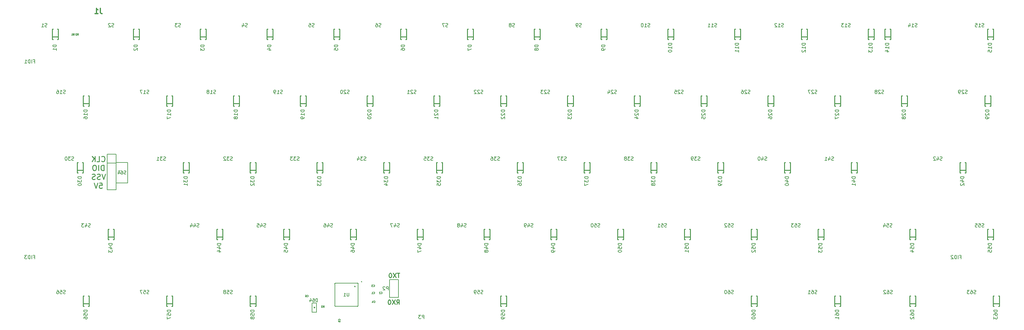
<source format=gbo>
G04 #@! TF.FileFunction,Legend,Bot*
%FSLAX46Y46*%
G04 Gerber Fmt 4.6, Leading zero omitted, Abs format (unit mm)*
G04 Created by KiCad (PCBNEW (2015-07-17 BZR 5958)-product) date 8/7/2015 2:15:52 AM*
%MOMM*%
G01*
G04 APERTURE LIST*
%ADD10C,0.150000*%
%ADD11C,0.254000*%
%ADD12C,0.149860*%
%ADD13C,0.203200*%
%ADD14C,0.198120*%
%ADD15C,0.200000*%
%ADD16C,0.220980*%
%ADD17C,0.127000*%
%ADD18C,0.097500*%
%ADD19C,0.304800*%
G04 APERTURE END LIST*
D10*
D11*
X172768381Y-142052524D02*
X172042666Y-142052524D01*
X172405523Y-143322524D02*
X172405523Y-142052524D01*
X171740285Y-142052524D02*
X170893619Y-143322524D01*
X170893619Y-142052524D02*
X171740285Y-143322524D01*
X170167904Y-142052524D02*
X170046952Y-142052524D01*
X169926000Y-142113000D01*
X169865523Y-142173476D01*
X169805047Y-142294429D01*
X169744571Y-142536333D01*
X169744571Y-142838714D01*
X169805047Y-143080619D01*
X169865523Y-143201571D01*
X169926000Y-143262048D01*
X170046952Y-143322524D01*
X170167904Y-143322524D01*
X170288857Y-143262048D01*
X170349333Y-143201571D01*
X170409809Y-143080619D01*
X170470285Y-142838714D01*
X170470285Y-142536333D01*
X170409809Y-142294429D01*
X170349333Y-142173476D01*
X170288857Y-142113000D01*
X170167904Y-142052524D01*
X171885429Y-150942524D02*
X172308762Y-150337762D01*
X172611143Y-150942524D02*
X172611143Y-149672524D01*
X172127334Y-149672524D01*
X172006381Y-149733000D01*
X171945905Y-149793476D01*
X171885429Y-149914429D01*
X171885429Y-150095857D01*
X171945905Y-150216810D01*
X172006381Y-150277286D01*
X172127334Y-150337762D01*
X172611143Y-150337762D01*
X171462095Y-149672524D02*
X170615429Y-150942524D01*
X170615429Y-149672524D02*
X171462095Y-150942524D01*
X169889714Y-149672524D02*
X169768762Y-149672524D01*
X169647810Y-149733000D01*
X169587333Y-149793476D01*
X169526857Y-149914429D01*
X169466381Y-150156333D01*
X169466381Y-150458714D01*
X169526857Y-150700619D01*
X169587333Y-150821571D01*
X169647810Y-150882048D01*
X169768762Y-150942524D01*
X169889714Y-150942524D01*
X170010667Y-150882048D01*
X170071143Y-150821571D01*
X170131619Y-150700619D01*
X170192095Y-150458714D01*
X170192095Y-150156333D01*
X170131619Y-149914429D01*
X170071143Y-149793476D01*
X170010667Y-149733000D01*
X169889714Y-149672524D01*
X87775143Y-110018286D02*
X87847714Y-110090857D01*
X88065428Y-110163429D01*
X88210571Y-110163429D01*
X88428286Y-110090857D01*
X88573428Y-109945714D01*
X88646000Y-109800571D01*
X88718571Y-109510286D01*
X88718571Y-109292571D01*
X88646000Y-109002286D01*
X88573428Y-108857143D01*
X88428286Y-108712000D01*
X88210571Y-108639429D01*
X88065428Y-108639429D01*
X87847714Y-108712000D01*
X87775143Y-108784571D01*
X86396286Y-110163429D02*
X87122000Y-110163429D01*
X87122000Y-108639429D01*
X85888286Y-110163429D02*
X85888286Y-108639429D01*
X85017429Y-110163429D02*
X85670572Y-109292571D01*
X85017429Y-108639429D02*
X85888286Y-109510286D01*
X88428285Y-112703429D02*
X88428285Y-111179429D01*
X88065428Y-111179429D01*
X87847713Y-111252000D01*
X87702571Y-111397143D01*
X87629999Y-111542286D01*
X87557428Y-111832571D01*
X87557428Y-112050286D01*
X87629999Y-112340571D01*
X87702571Y-112485714D01*
X87847713Y-112630857D01*
X88065428Y-112703429D01*
X88428285Y-112703429D01*
X86904285Y-112703429D02*
X86904285Y-111179429D01*
X85888285Y-111179429D02*
X85597999Y-111179429D01*
X85452857Y-111252000D01*
X85307714Y-111397143D01*
X85235142Y-111687429D01*
X85235142Y-112195429D01*
X85307714Y-112485714D01*
X85452857Y-112630857D01*
X85597999Y-112703429D01*
X85888285Y-112703429D01*
X86033428Y-112630857D01*
X86178571Y-112485714D01*
X86251142Y-112195429D01*
X86251142Y-111687429D01*
X86178571Y-111397143D01*
X86033428Y-111252000D01*
X85888285Y-111179429D01*
X88827429Y-113719429D02*
X88319429Y-115243429D01*
X87811429Y-113719429D01*
X87376000Y-115170857D02*
X87158286Y-115243429D01*
X86795429Y-115243429D01*
X86650286Y-115170857D01*
X86577715Y-115098286D01*
X86505143Y-114953143D01*
X86505143Y-114808000D01*
X86577715Y-114662857D01*
X86650286Y-114590286D01*
X86795429Y-114517714D01*
X87085715Y-114445143D01*
X87230857Y-114372571D01*
X87303429Y-114300000D01*
X87376000Y-114154857D01*
X87376000Y-114009714D01*
X87303429Y-113864571D01*
X87230857Y-113792000D01*
X87085715Y-113719429D01*
X86722857Y-113719429D01*
X86505143Y-113792000D01*
X85924571Y-115170857D02*
X85706857Y-115243429D01*
X85344000Y-115243429D01*
X85198857Y-115170857D01*
X85126286Y-115098286D01*
X85053714Y-114953143D01*
X85053714Y-114808000D01*
X85126286Y-114662857D01*
X85198857Y-114590286D01*
X85344000Y-114517714D01*
X85634286Y-114445143D01*
X85779428Y-114372571D01*
X85852000Y-114300000D01*
X85924571Y-114154857D01*
X85924571Y-114009714D01*
X85852000Y-113864571D01*
X85779428Y-113792000D01*
X85634286Y-113719429D01*
X85271428Y-113719429D01*
X85053714Y-113792000D01*
X87158286Y-116259429D02*
X87884000Y-116259429D01*
X87956571Y-116985143D01*
X87884000Y-116912571D01*
X87738857Y-116840000D01*
X87376000Y-116840000D01*
X87230857Y-116912571D01*
X87158286Y-116985143D01*
X87085714Y-117130286D01*
X87085714Y-117493143D01*
X87158286Y-117638286D01*
X87230857Y-117710857D01*
X87376000Y-117783429D01*
X87738857Y-117783429D01*
X87884000Y-117710857D01*
X87956571Y-117638286D01*
X86650285Y-116259429D02*
X86142285Y-117783429D01*
X85634285Y-116259429D01*
D12*
X148310600Y-151739600D02*
X148463000Y-152044400D01*
X148463000Y-152044400D02*
X148615400Y-151739600D01*
X148615400Y-151739600D02*
X148310600Y-151739600D01*
X147828000Y-150558500D02*
X147828000Y-153225500D01*
X147828000Y-153225500D02*
X149098000Y-153225500D01*
X149098000Y-153225500D02*
X149098000Y-150558500D01*
X149098000Y-150558500D02*
X147828000Y-150558500D01*
X95209400Y-116269000D02*
X95209400Y-110427000D01*
X95209400Y-110427000D02*
X91907400Y-110427000D01*
X91907400Y-110427000D02*
X91907400Y-116269000D01*
X91907400Y-116269000D02*
X95209400Y-116269000D01*
X160705800Y-151508460D02*
X160906460Y-151307800D01*
X160906460Y-151307800D02*
X160906460Y-145110200D01*
X160906460Y-145110200D02*
X160705800Y-144909540D01*
X160705800Y-144909540D02*
X154508200Y-144909540D01*
X154508200Y-144909540D02*
X154307540Y-145110200D01*
X154508200Y-151508460D02*
X160705800Y-151508460D01*
X154307540Y-145110200D02*
X154307540Y-151307800D01*
X160705800Y-151610060D02*
X161008060Y-151307800D01*
X154205940Y-151307800D02*
X154508200Y-151610060D01*
X154508200Y-144807940D02*
X154205940Y-145110200D01*
X160705800Y-144807940D02*
X161008060Y-145110200D01*
D13*
X162008851Y-144505680D02*
G75*
G03X162008851Y-144505680I-104171J0D01*
G01*
D14*
X160144852Y-145859500D02*
G75*
G03X160144852Y-145859500I-140092J0D01*
G01*
D15*
X169916000Y-149004000D02*
X172456000Y-149004000D01*
X169916000Y-143924000D02*
X172456000Y-143924000D01*
X169916000Y-149004000D02*
X169916000Y-143924000D01*
X172456000Y-149004000D02*
X172456000Y-143924000D01*
X91876900Y-108095000D02*
X89336900Y-108095000D01*
X91876900Y-118255000D02*
X89336900Y-118255000D01*
X91876900Y-108095000D02*
X91876900Y-118255000D01*
X89336900Y-108095000D02*
X89336900Y-118255000D01*
X91876900Y-110635000D02*
X89336900Y-110635000D01*
D16*
X73698100Y-74519840D02*
X75399900Y-74519840D01*
X73698100Y-75269140D02*
X73949560Y-75269140D01*
X75399900Y-75269140D02*
X75148440Y-75269140D01*
X75399900Y-72368460D02*
X75148440Y-72368460D01*
X73698100Y-72368460D02*
X73949560Y-72368460D01*
X73698100Y-72368460D02*
X73698100Y-75269140D01*
X75399900Y-72368460D02*
X75399900Y-75269140D01*
X96780300Y-74519840D02*
X98482100Y-74519840D01*
X96780300Y-75269140D02*
X97031760Y-75269140D01*
X98482100Y-75269140D02*
X98230640Y-75269140D01*
X98482100Y-72368460D02*
X98230640Y-72368460D01*
X96780300Y-72368460D02*
X97031760Y-72368460D01*
X96780300Y-72368460D02*
X96780300Y-75269140D01*
X98482100Y-72368460D02*
X98482100Y-75269140D01*
X115830100Y-74519840D02*
X117531900Y-74519840D01*
X115830100Y-75269140D02*
X116081560Y-75269140D01*
X117531900Y-75269140D02*
X117280440Y-75269140D01*
X117531900Y-72368460D02*
X117280440Y-72368460D01*
X115830100Y-72368460D02*
X116081560Y-72368460D01*
X115830100Y-72368460D02*
X115830100Y-75269140D01*
X117531900Y-72368460D02*
X117531900Y-75269140D01*
X134880100Y-74519840D02*
X136581900Y-74519840D01*
X134880100Y-75269140D02*
X135131560Y-75269140D01*
X136581900Y-75269140D02*
X136330440Y-75269140D01*
X136581900Y-72368460D02*
X136330440Y-72368460D01*
X134880100Y-72368460D02*
X135131560Y-72368460D01*
X134880100Y-72368460D02*
X134880100Y-75269140D01*
X136581900Y-72368460D02*
X136581900Y-75269140D01*
X153930100Y-74519840D02*
X155631900Y-74519840D01*
X153930100Y-75269140D02*
X154181560Y-75269140D01*
X155631900Y-75269140D02*
X155380440Y-75269140D01*
X155631900Y-72368460D02*
X155380440Y-72368460D01*
X153930100Y-72368460D02*
X154181560Y-72368460D01*
X153930100Y-72368460D02*
X153930100Y-75269140D01*
X155631900Y-72368460D02*
X155631900Y-75269140D01*
X172980100Y-74519840D02*
X174681900Y-74519840D01*
X172980100Y-75269140D02*
X173231560Y-75269140D01*
X174681900Y-75269140D02*
X174430440Y-75269140D01*
X174681900Y-72368460D02*
X174430440Y-72368460D01*
X172980100Y-72368460D02*
X173231560Y-72368460D01*
X172980100Y-72368460D02*
X172980100Y-75269140D01*
X174681900Y-72368460D02*
X174681900Y-75269140D01*
X192030100Y-74519840D02*
X193731900Y-74519840D01*
X192030100Y-75269140D02*
X192281560Y-75269140D01*
X193731900Y-75269140D02*
X193480440Y-75269140D01*
X193731900Y-72368460D02*
X193480440Y-72368460D01*
X192030100Y-72368460D02*
X192281560Y-72368460D01*
X192030100Y-72368460D02*
X192030100Y-75269140D01*
X193731900Y-72368460D02*
X193731900Y-75269140D01*
X211080100Y-74519840D02*
X212781900Y-74519840D01*
X211080100Y-75269140D02*
X211331560Y-75269140D01*
X212781900Y-75269140D02*
X212530440Y-75269140D01*
X212781900Y-72368460D02*
X212530440Y-72368460D01*
X211080100Y-72368460D02*
X211331560Y-72368460D01*
X211080100Y-72368460D02*
X211080100Y-75269140D01*
X212781900Y-72368460D02*
X212781900Y-75269140D01*
X230130100Y-74519840D02*
X231831900Y-74519840D01*
X230130100Y-75269140D02*
X230381560Y-75269140D01*
X231831900Y-75269140D02*
X231580440Y-75269140D01*
X231831900Y-72368460D02*
X231580440Y-72368460D01*
X230130100Y-72368460D02*
X230381560Y-72368460D01*
X230130100Y-72368460D02*
X230130100Y-75269140D01*
X231831900Y-72368460D02*
X231831900Y-75269140D01*
X249180100Y-74519840D02*
X250881900Y-74519840D01*
X249180100Y-75269140D02*
X249431560Y-75269140D01*
X250881900Y-75269140D02*
X250630440Y-75269140D01*
X250881900Y-72368460D02*
X250630440Y-72368460D01*
X249180100Y-72368460D02*
X249431560Y-72368460D01*
X249180100Y-72368460D02*
X249180100Y-75269140D01*
X250881900Y-72368460D02*
X250881900Y-75269140D01*
X268230100Y-74519840D02*
X269931900Y-74519840D01*
X268230100Y-75269140D02*
X268481560Y-75269140D01*
X269931900Y-75269140D02*
X269680440Y-75269140D01*
X269931900Y-72368460D02*
X269680440Y-72368460D01*
X268230100Y-72368460D02*
X268481560Y-72368460D01*
X268230100Y-72368460D02*
X268230100Y-75269140D01*
X269931900Y-72368460D02*
X269931900Y-75269140D01*
X287280100Y-74519840D02*
X288981900Y-74519840D01*
X287280100Y-75269140D02*
X287531560Y-75269140D01*
X288981900Y-75269140D02*
X288730440Y-75269140D01*
X288981900Y-72368460D02*
X288730440Y-72368460D01*
X287280100Y-72368460D02*
X287531560Y-72368460D01*
X287280100Y-72368460D02*
X287280100Y-75269140D01*
X288981900Y-72368460D02*
X288981900Y-75269140D01*
X306330100Y-74519840D02*
X308031900Y-74519840D01*
X306330100Y-75269140D02*
X306581560Y-75269140D01*
X308031900Y-75269140D02*
X307780440Y-75269140D01*
X308031900Y-72368460D02*
X307780440Y-72368460D01*
X306330100Y-72368460D02*
X306581560Y-72368460D01*
X306330100Y-72368460D02*
X306330100Y-75269140D01*
X308031900Y-72368460D02*
X308031900Y-75269140D01*
X311093100Y-74521040D02*
X312794900Y-74521040D01*
X311093100Y-75270340D02*
X311344560Y-75270340D01*
X312794900Y-75270340D02*
X312543440Y-75270340D01*
X312794900Y-72369660D02*
X312543440Y-72369660D01*
X311093100Y-72369660D02*
X311344560Y-72369660D01*
X311093100Y-72369660D02*
X311093100Y-75270340D01*
X312794900Y-72369660D02*
X312794900Y-75270340D01*
X340399100Y-74521040D02*
X342100900Y-74521040D01*
X340399100Y-75270340D02*
X340650560Y-75270340D01*
X342100900Y-75270340D02*
X341849440Y-75270340D01*
X342100900Y-72369660D02*
X341849440Y-72369660D01*
X340399100Y-72369660D02*
X340650560Y-72369660D01*
X340399100Y-72369660D02*
X340399100Y-75270340D01*
X342100900Y-72369660D02*
X342100900Y-75270340D01*
X82492900Y-93569840D02*
X84194700Y-93569840D01*
X82492900Y-94319140D02*
X82744360Y-94319140D01*
X84194700Y-94319140D02*
X83943240Y-94319140D01*
X84194700Y-91418460D02*
X83943240Y-91418460D01*
X82492900Y-91418460D02*
X82744360Y-91418460D01*
X82492900Y-91418460D02*
X82492900Y-94319140D01*
X84194700Y-91418460D02*
X84194700Y-94319140D01*
X106305100Y-93569840D02*
X108006900Y-93569840D01*
X106305100Y-94319140D02*
X106556560Y-94319140D01*
X108006900Y-94319140D02*
X107755440Y-94319140D01*
X108006900Y-91418460D02*
X107755440Y-91418460D01*
X106305100Y-91418460D02*
X106556560Y-91418460D01*
X106305100Y-91418460D02*
X106305100Y-94319140D01*
X108006900Y-91418460D02*
X108006900Y-94319140D01*
X125355100Y-93569840D02*
X127056900Y-93569840D01*
X125355100Y-94319140D02*
X125606560Y-94319140D01*
X127056900Y-94319140D02*
X126805440Y-94319140D01*
X127056900Y-91418460D02*
X126805440Y-91418460D01*
X125355100Y-91418460D02*
X125606560Y-91418460D01*
X125355100Y-91418460D02*
X125355100Y-94319140D01*
X127056900Y-91418460D02*
X127056900Y-94319140D01*
X144405100Y-93569840D02*
X146106900Y-93569840D01*
X144405100Y-94319140D02*
X144656560Y-94319140D01*
X146106900Y-94319140D02*
X145855440Y-94319140D01*
X146106900Y-91418460D02*
X145855440Y-91418460D01*
X144405100Y-91418460D02*
X144656560Y-91418460D01*
X144405100Y-91418460D02*
X144405100Y-94319140D01*
X146106900Y-91418460D02*
X146106900Y-94319140D01*
X163455100Y-93569840D02*
X165156900Y-93569840D01*
X163455100Y-94319140D02*
X163706560Y-94319140D01*
X165156900Y-94319140D02*
X164905440Y-94319140D01*
X165156900Y-91418460D02*
X164905440Y-91418460D01*
X163455100Y-91418460D02*
X163706560Y-91418460D01*
X163455100Y-91418460D02*
X163455100Y-94319140D01*
X165156900Y-91418460D02*
X165156900Y-94319140D01*
X182505100Y-93569840D02*
X184206900Y-93569840D01*
X182505100Y-94319140D02*
X182756560Y-94319140D01*
X184206900Y-94319140D02*
X183955440Y-94319140D01*
X184206900Y-91418460D02*
X183955440Y-91418460D01*
X182505100Y-91418460D02*
X182756560Y-91418460D01*
X182505100Y-91418460D02*
X182505100Y-94319140D01*
X184206900Y-91418460D02*
X184206900Y-94319140D01*
X201555100Y-93569840D02*
X203256900Y-93569840D01*
X201555100Y-94319140D02*
X201806560Y-94319140D01*
X203256900Y-94319140D02*
X203005440Y-94319140D01*
X203256900Y-91418460D02*
X203005440Y-91418460D01*
X201555100Y-91418460D02*
X201806560Y-91418460D01*
X201555100Y-91418460D02*
X201555100Y-94319140D01*
X203256900Y-91418460D02*
X203256900Y-94319140D01*
X220605100Y-93569840D02*
X222306900Y-93569840D01*
X220605100Y-94319140D02*
X220856560Y-94319140D01*
X222306900Y-94319140D02*
X222055440Y-94319140D01*
X222306900Y-91418460D02*
X222055440Y-91418460D01*
X220605100Y-91418460D02*
X220856560Y-91418460D01*
X220605100Y-91418460D02*
X220605100Y-94319140D01*
X222306900Y-91418460D02*
X222306900Y-94319140D01*
X239655100Y-93569840D02*
X241356900Y-93569840D01*
X239655100Y-94319140D02*
X239906560Y-94319140D01*
X241356900Y-94319140D02*
X241105440Y-94319140D01*
X241356900Y-91418460D02*
X241105440Y-91418460D01*
X239655100Y-91418460D02*
X239906560Y-91418460D01*
X239655100Y-91418460D02*
X239655100Y-94319140D01*
X241356900Y-91418460D02*
X241356900Y-94319140D01*
X258705100Y-93569840D02*
X260406900Y-93569840D01*
X258705100Y-94319140D02*
X258956560Y-94319140D01*
X260406900Y-94319140D02*
X260155440Y-94319140D01*
X260406900Y-91418460D02*
X260155440Y-91418460D01*
X258705100Y-91418460D02*
X258956560Y-91418460D01*
X258705100Y-91418460D02*
X258705100Y-94319140D01*
X260406900Y-91418460D02*
X260406900Y-94319140D01*
X277755100Y-93569840D02*
X279456900Y-93569840D01*
X277755100Y-94319140D02*
X278006560Y-94319140D01*
X279456900Y-94319140D02*
X279205440Y-94319140D01*
X279456900Y-91418460D02*
X279205440Y-91418460D01*
X277755100Y-91418460D02*
X278006560Y-91418460D01*
X277755100Y-91418460D02*
X277755100Y-94319140D01*
X279456900Y-91418460D02*
X279456900Y-94319140D01*
X296805100Y-93569840D02*
X298506900Y-93569840D01*
X296805100Y-94319140D02*
X297056560Y-94319140D01*
X298506900Y-94319140D02*
X298255440Y-94319140D01*
X298506900Y-91418460D02*
X298255440Y-91418460D01*
X296805100Y-91418460D02*
X297056560Y-91418460D01*
X296805100Y-91418460D02*
X296805100Y-94319140D01*
X298506900Y-91418460D02*
X298506900Y-94319140D01*
X315855100Y-93569840D02*
X317556900Y-93569840D01*
X315855100Y-94319140D02*
X316106560Y-94319140D01*
X317556900Y-94319140D02*
X317305440Y-94319140D01*
X317556900Y-91418460D02*
X317305440Y-91418460D01*
X315855100Y-91418460D02*
X316106560Y-91418460D01*
X315855100Y-91418460D02*
X315855100Y-94319140D01*
X317556900Y-91418460D02*
X317556900Y-94319140D01*
X339668100Y-93569840D02*
X341369900Y-93569840D01*
X339668100Y-94319140D02*
X339919560Y-94319140D01*
X341369900Y-94319140D02*
X341118440Y-94319140D01*
X341369900Y-91418460D02*
X341118440Y-91418460D01*
X339668100Y-91418460D02*
X339919560Y-91418460D01*
X339668100Y-91418460D02*
X339668100Y-94319140D01*
X341369900Y-91418460D02*
X341369900Y-94319140D01*
X80843100Y-112621040D02*
X82544900Y-112621040D01*
X80843100Y-113370340D02*
X81094560Y-113370340D01*
X82544900Y-113370340D02*
X82293440Y-113370340D01*
X82544900Y-110469660D02*
X82293440Y-110469660D01*
X80843100Y-110469660D02*
X81094560Y-110469660D01*
X80843100Y-110469660D02*
X80843100Y-113370340D01*
X82544900Y-110469660D02*
X82544900Y-113370340D01*
X111068100Y-112620040D02*
X112769900Y-112620040D01*
X111068100Y-113369340D02*
X111319560Y-113369340D01*
X112769900Y-113369340D02*
X112518440Y-113369340D01*
X112769900Y-110468660D02*
X112518440Y-110468660D01*
X111068100Y-110468660D02*
X111319560Y-110468660D01*
X111068100Y-110468660D02*
X111068100Y-113369340D01*
X112769900Y-110468660D02*
X112769900Y-113369340D01*
X130118100Y-112620040D02*
X131819900Y-112620040D01*
X130118100Y-113369340D02*
X130369560Y-113369340D01*
X131819900Y-113369340D02*
X131568440Y-113369340D01*
X131819900Y-110468660D02*
X131568440Y-110468660D01*
X130118100Y-110468660D02*
X130369560Y-110468660D01*
X130118100Y-110468660D02*
X130118100Y-113369340D01*
X131819900Y-110468660D02*
X131819900Y-113369340D01*
X149168100Y-112620040D02*
X150869900Y-112620040D01*
X149168100Y-113369340D02*
X149419560Y-113369340D01*
X150869900Y-113369340D02*
X150618440Y-113369340D01*
X150869900Y-110468660D02*
X150618440Y-110468660D01*
X149168100Y-110468660D02*
X149419560Y-110468660D01*
X149168100Y-110468660D02*
X149168100Y-113369340D01*
X150869900Y-110468660D02*
X150869900Y-113369340D01*
X168218100Y-112620040D02*
X169919900Y-112620040D01*
X168218100Y-113369340D02*
X168469560Y-113369340D01*
X169919900Y-113369340D02*
X169668440Y-113369340D01*
X169919900Y-110468660D02*
X169668440Y-110468660D01*
X168218100Y-110468660D02*
X168469560Y-110468660D01*
X168218100Y-110468660D02*
X168218100Y-113369340D01*
X169919900Y-110468660D02*
X169919900Y-113369340D01*
X183235100Y-112621040D02*
X184936900Y-112621040D01*
X183235100Y-113370340D02*
X183486560Y-113370340D01*
X184936900Y-113370340D02*
X184685440Y-113370340D01*
X184936900Y-110469660D02*
X184685440Y-110469660D01*
X183235100Y-110469660D02*
X183486560Y-110469660D01*
X183235100Y-110469660D02*
X183235100Y-113370340D01*
X184936900Y-110469660D02*
X184936900Y-113370340D01*
X206318100Y-112620040D02*
X208019900Y-112620040D01*
X206318100Y-113369340D02*
X206569560Y-113369340D01*
X208019900Y-113369340D02*
X207768440Y-113369340D01*
X208019900Y-110468660D02*
X207768440Y-110468660D01*
X206318100Y-110468660D02*
X206569560Y-110468660D01*
X206318100Y-110468660D02*
X206318100Y-113369340D01*
X208019900Y-110468660D02*
X208019900Y-113369340D01*
X225368100Y-112620040D02*
X227069900Y-112620040D01*
X225368100Y-113369340D02*
X225619560Y-113369340D01*
X227069900Y-113369340D02*
X226818440Y-113369340D01*
X227069900Y-110468660D02*
X226818440Y-110468660D01*
X225368100Y-110468660D02*
X225619560Y-110468660D01*
X225368100Y-110468660D02*
X225368100Y-113369340D01*
X227069900Y-110468660D02*
X227069900Y-113369340D01*
X244418100Y-112620040D02*
X246119900Y-112620040D01*
X244418100Y-113369340D02*
X244669560Y-113369340D01*
X246119900Y-113369340D02*
X245868440Y-113369340D01*
X246119900Y-110468660D02*
X245868440Y-110468660D01*
X244418100Y-110468660D02*
X244669560Y-110468660D01*
X244418100Y-110468660D02*
X244418100Y-113369340D01*
X246119900Y-110468660D02*
X246119900Y-113369340D01*
X263468100Y-112620040D02*
X265169900Y-112620040D01*
X263468100Y-113369340D02*
X263719560Y-113369340D01*
X265169900Y-113369340D02*
X264918440Y-113369340D01*
X265169900Y-110468660D02*
X264918440Y-110468660D01*
X263468100Y-110468660D02*
X263719560Y-110468660D01*
X263468100Y-110468660D02*
X263468100Y-113369340D01*
X265169900Y-110468660D02*
X265169900Y-113369340D01*
X282518100Y-112620040D02*
X284219900Y-112620040D01*
X282518100Y-113369340D02*
X282769560Y-113369340D01*
X284219900Y-113369340D02*
X283968440Y-113369340D01*
X284219900Y-110468660D02*
X283968440Y-110468660D01*
X282518100Y-110468660D02*
X282769560Y-110468660D01*
X282518100Y-110468660D02*
X282518100Y-113369340D01*
X284219900Y-110468660D02*
X284219900Y-113369340D01*
X301568100Y-112620040D02*
X303269900Y-112620040D01*
X301568100Y-113369340D02*
X301819560Y-113369340D01*
X303269900Y-113369340D02*
X303018440Y-113369340D01*
X303269900Y-110468660D02*
X303018440Y-110468660D01*
X301568100Y-110468660D02*
X301819560Y-110468660D01*
X301568100Y-110468660D02*
X301568100Y-113369340D01*
X303269900Y-110468660D02*
X303269900Y-113369340D01*
X332524100Y-112620040D02*
X334225900Y-112620040D01*
X332524100Y-113369340D02*
X332775560Y-113369340D01*
X334225900Y-113369340D02*
X333974440Y-113369340D01*
X334225900Y-110468660D02*
X333974440Y-110468660D01*
X332524100Y-110468660D02*
X332775560Y-110468660D01*
X332524100Y-110468660D02*
X332524100Y-113369340D01*
X334225900Y-110468660D02*
X334225900Y-113369340D01*
X89636600Y-131670040D02*
X91338400Y-131670040D01*
X89636600Y-132419340D02*
X89888060Y-132419340D01*
X91338400Y-132419340D02*
X91086940Y-132419340D01*
X91338400Y-129518660D02*
X91086940Y-129518660D01*
X89636600Y-129518660D02*
X89888060Y-129518660D01*
X89636600Y-129518660D02*
X89636600Y-132419340D01*
X91338400Y-129518660D02*
X91338400Y-132419340D01*
X120593100Y-131670040D02*
X122294900Y-131670040D01*
X120593100Y-132419340D02*
X120844560Y-132419340D01*
X122294900Y-132419340D02*
X122043440Y-132419340D01*
X122294900Y-129518660D02*
X122043440Y-129518660D01*
X120593100Y-129518660D02*
X120844560Y-129518660D01*
X120593100Y-129518660D02*
X120593100Y-132419340D01*
X122294900Y-129518660D02*
X122294900Y-132419340D01*
X139643100Y-131670040D02*
X141344900Y-131670040D01*
X139643100Y-132419340D02*
X139894560Y-132419340D01*
X141344900Y-132419340D02*
X141093440Y-132419340D01*
X141344900Y-129518660D02*
X141093440Y-129518660D01*
X139643100Y-129518660D02*
X139894560Y-129518660D01*
X139643100Y-129518660D02*
X139643100Y-132419340D01*
X141344900Y-129518660D02*
X141344900Y-132419340D01*
X158693100Y-131670040D02*
X160394900Y-131670040D01*
X158693100Y-132419340D02*
X158944560Y-132419340D01*
X160394900Y-132419340D02*
X160143440Y-132419340D01*
X160394900Y-129518660D02*
X160143440Y-129518660D01*
X158693100Y-129518660D02*
X158944560Y-129518660D01*
X158693100Y-129518660D02*
X158693100Y-132419340D01*
X160394900Y-129518660D02*
X160394900Y-132419340D01*
X177743100Y-131670040D02*
X179444900Y-131670040D01*
X177743100Y-132419340D02*
X177994560Y-132419340D01*
X179444900Y-132419340D02*
X179193440Y-132419340D01*
X179444900Y-129518660D02*
X179193440Y-129518660D01*
X177743100Y-129518660D02*
X177994560Y-129518660D01*
X177743100Y-129518660D02*
X177743100Y-132419340D01*
X179444900Y-129518660D02*
X179444900Y-132419340D01*
X196793100Y-131670040D02*
X198494900Y-131670040D01*
X196793100Y-132419340D02*
X197044560Y-132419340D01*
X198494900Y-132419340D02*
X198243440Y-132419340D01*
X198494900Y-129518660D02*
X198243440Y-129518660D01*
X196793100Y-129518660D02*
X197044560Y-129518660D01*
X196793100Y-129518660D02*
X196793100Y-132419340D01*
X198494900Y-129518660D02*
X198494900Y-132419340D01*
X215843100Y-131670040D02*
X217544900Y-131670040D01*
X215843100Y-132419340D02*
X216094560Y-132419340D01*
X217544900Y-132419340D02*
X217293440Y-132419340D01*
X217544900Y-129518660D02*
X217293440Y-129518660D01*
X215843100Y-129518660D02*
X216094560Y-129518660D01*
X215843100Y-129518660D02*
X215843100Y-132419340D01*
X217544900Y-129518660D02*
X217544900Y-132419340D01*
X234893100Y-131670040D02*
X236594900Y-131670040D01*
X234893100Y-132419340D02*
X235144560Y-132419340D01*
X236594900Y-132419340D02*
X236343440Y-132419340D01*
X236594900Y-129518660D02*
X236343440Y-129518660D01*
X234893100Y-129518660D02*
X235144560Y-129518660D01*
X234893100Y-129518660D02*
X234893100Y-132419340D01*
X236594900Y-129518660D02*
X236594900Y-132419340D01*
X253943100Y-131670040D02*
X255644900Y-131670040D01*
X253943100Y-132419340D02*
X254194560Y-132419340D01*
X255644900Y-132419340D02*
X255393440Y-132419340D01*
X255644900Y-129518660D02*
X255393440Y-129518660D01*
X253943100Y-129518660D02*
X254194560Y-129518660D01*
X253943100Y-129518660D02*
X253943100Y-132419340D01*
X255644900Y-129518660D02*
X255644900Y-132419340D01*
X272993100Y-131670040D02*
X274694900Y-131670040D01*
X272993100Y-132419340D02*
X273244560Y-132419340D01*
X274694900Y-132419340D02*
X274443440Y-132419340D01*
X274694900Y-129518660D02*
X274443440Y-129518660D01*
X272993100Y-129518660D02*
X273244560Y-129518660D01*
X272993100Y-129518660D02*
X272993100Y-132419340D01*
X274694900Y-129518660D02*
X274694900Y-132419340D01*
X292043100Y-131670040D02*
X293744900Y-131670040D01*
X292043100Y-132419340D02*
X292294560Y-132419340D01*
X293744900Y-132419340D02*
X293493440Y-132419340D01*
X293744900Y-129518660D02*
X293493440Y-129518660D01*
X292043100Y-129518660D02*
X292294560Y-129518660D01*
X292043100Y-129518660D02*
X292043100Y-132419340D01*
X293744900Y-129518660D02*
X293744900Y-132419340D01*
X318237100Y-131670040D02*
X319938900Y-131670040D01*
X318237100Y-132419340D02*
X318488560Y-132419340D01*
X319938900Y-132419340D02*
X319687440Y-132419340D01*
X319938900Y-129518660D02*
X319687440Y-129518660D01*
X318237100Y-129518660D02*
X318488560Y-129518660D01*
X318237100Y-129518660D02*
X318237100Y-132419340D01*
X319938900Y-129518660D02*
X319938900Y-132419340D01*
X340399100Y-131670040D02*
X342100900Y-131670040D01*
X340399100Y-132419340D02*
X340650560Y-132419340D01*
X342100900Y-132419340D02*
X341849440Y-132419340D01*
X342100900Y-129518660D02*
X341849440Y-129518660D01*
X340399100Y-129518660D02*
X340650560Y-129518660D01*
X340399100Y-129518660D02*
X340399100Y-132419340D01*
X342100900Y-129518660D02*
X342100900Y-132419340D01*
X82494600Y-150723040D02*
X84196400Y-150723040D01*
X82494600Y-151472340D02*
X82746060Y-151472340D01*
X84196400Y-151472340D02*
X83944940Y-151472340D01*
X84196400Y-148571660D02*
X83944940Y-148571660D01*
X82494600Y-148571660D02*
X82746060Y-148571660D01*
X82494600Y-148571660D02*
X82494600Y-151472340D01*
X84196400Y-148571660D02*
X84196400Y-151472340D01*
X106307100Y-150723040D02*
X108008900Y-150723040D01*
X106307100Y-151472340D02*
X106558560Y-151472340D01*
X108008900Y-151472340D02*
X107757440Y-151472340D01*
X108008900Y-148571660D02*
X107757440Y-148571660D01*
X106307100Y-148571660D02*
X106558560Y-148571660D01*
X106307100Y-148571660D02*
X106307100Y-151472340D01*
X108008900Y-148571660D02*
X108008900Y-151472340D01*
X130121100Y-150723040D02*
X131822900Y-150723040D01*
X130121100Y-151472340D02*
X130372560Y-151472340D01*
X131822900Y-151472340D02*
X131571440Y-151472340D01*
X131822900Y-148571660D02*
X131571440Y-148571660D01*
X130121100Y-148571660D02*
X130372560Y-148571660D01*
X130121100Y-148571660D02*
X130121100Y-151472340D01*
X131822900Y-148571660D02*
X131822900Y-151472340D01*
X201559100Y-150723040D02*
X203260900Y-150723040D01*
X201559100Y-151472340D02*
X201810560Y-151472340D01*
X203260900Y-151472340D02*
X203009440Y-151472340D01*
X203260900Y-148571660D02*
X203009440Y-148571660D01*
X201559100Y-148571660D02*
X201810560Y-148571660D01*
X201559100Y-148571660D02*
X201559100Y-151472340D01*
X203260900Y-148571660D02*
X203260900Y-151472340D01*
X272999100Y-150723040D02*
X274700900Y-150723040D01*
X272999100Y-151472340D02*
X273250560Y-151472340D01*
X274700900Y-151472340D02*
X274449440Y-151472340D01*
X274700900Y-148571660D02*
X274449440Y-148571660D01*
X272999100Y-148571660D02*
X273250560Y-148571660D01*
X272999100Y-148571660D02*
X272999100Y-151472340D01*
X274700900Y-148571660D02*
X274700900Y-151472340D01*
X296811100Y-150723040D02*
X298512900Y-150723040D01*
X296811100Y-151472340D02*
X297062560Y-151472340D01*
X298512900Y-151472340D02*
X298261440Y-151472340D01*
X298512900Y-148571660D02*
X298261440Y-148571660D01*
X296811100Y-148571660D02*
X297062560Y-148571660D01*
X296811100Y-148571660D02*
X296811100Y-151472340D01*
X298512900Y-148571660D02*
X298512900Y-151472340D01*
X318243100Y-150723040D02*
X319944900Y-150723040D01*
X318243100Y-151472340D02*
X318494560Y-151472340D01*
X319944900Y-151472340D02*
X319693440Y-151472340D01*
X319944900Y-148571660D02*
X319693440Y-148571660D01*
X318243100Y-148571660D02*
X318494560Y-148571660D01*
X318243100Y-148571660D02*
X318243100Y-151472340D01*
X319944900Y-148571660D02*
X319944900Y-151472340D01*
X342056100Y-150723040D02*
X343757900Y-150723040D01*
X342056100Y-151472340D02*
X342307560Y-151472340D01*
X343757900Y-151472340D02*
X343506440Y-151472340D01*
X343757900Y-148571660D02*
X343506440Y-148571660D01*
X342056100Y-148571660D02*
X342307560Y-148571660D01*
X342056100Y-148571660D02*
X342056100Y-151472340D01*
X343757900Y-148571660D02*
X343757900Y-151472340D01*
D15*
X68381428Y-137428571D02*
X68714762Y-137428571D01*
X68714762Y-137952381D02*
X68714762Y-136952381D01*
X68238571Y-136952381D01*
X67857619Y-137952381D02*
X67857619Y-136952381D01*
X67381429Y-137952381D02*
X67381429Y-136952381D01*
X67143334Y-136952381D01*
X67000476Y-137000000D01*
X66905238Y-137095238D01*
X66857619Y-137190476D01*
X66810000Y-137380952D01*
X66810000Y-137523810D01*
X66857619Y-137714286D01*
X66905238Y-137809524D01*
X67000476Y-137904762D01*
X67143334Y-137952381D01*
X67381429Y-137952381D01*
X66476667Y-136952381D02*
X65857619Y-136952381D01*
X66190953Y-137333333D01*
X66048095Y-137333333D01*
X65952857Y-137380952D01*
X65905238Y-137428571D01*
X65857619Y-137523810D01*
X65857619Y-137761905D01*
X65905238Y-137857143D01*
X65952857Y-137904762D01*
X66048095Y-137952381D01*
X66333810Y-137952381D01*
X66429048Y-137904762D01*
X66476667Y-137857143D01*
X332541428Y-137428571D02*
X332874762Y-137428571D01*
X332874762Y-137952381D02*
X332874762Y-136952381D01*
X332398571Y-136952381D01*
X332017619Y-137952381D02*
X332017619Y-136952381D01*
X331541429Y-137952381D02*
X331541429Y-136952381D01*
X331303334Y-136952381D01*
X331160476Y-137000000D01*
X331065238Y-137095238D01*
X331017619Y-137190476D01*
X330970000Y-137380952D01*
X330970000Y-137523810D01*
X331017619Y-137714286D01*
X331065238Y-137809524D01*
X331160476Y-137904762D01*
X331303334Y-137952381D01*
X331541429Y-137952381D01*
X330589048Y-137047619D02*
X330541429Y-137000000D01*
X330446191Y-136952381D01*
X330208095Y-136952381D01*
X330112857Y-137000000D01*
X330065238Y-137047619D01*
X330017619Y-137142857D01*
X330017619Y-137238095D01*
X330065238Y-137380952D01*
X330636667Y-137952381D01*
X330017619Y-137952381D01*
D17*
X165311667Y-147882429D02*
X165335857Y-147906619D01*
X165408429Y-147930810D01*
X165456810Y-147930810D01*
X165529381Y-147906619D01*
X165577762Y-147858238D01*
X165601953Y-147809857D01*
X165626143Y-147713095D01*
X165626143Y-147640524D01*
X165601953Y-147543762D01*
X165577762Y-147495381D01*
X165529381Y-147447000D01*
X165456810Y-147422810D01*
X165408429Y-147422810D01*
X165335857Y-147447000D01*
X165311667Y-147471190D01*
X164827857Y-147930810D02*
X165118143Y-147930810D01*
X164973000Y-147930810D02*
X164973000Y-147422810D01*
X165021381Y-147495381D01*
X165069762Y-147543762D01*
X165118143Y-147567952D01*
X167470667Y-147882429D02*
X167494857Y-147906619D01*
X167567429Y-147930810D01*
X167615810Y-147930810D01*
X167688381Y-147906619D01*
X167736762Y-147858238D01*
X167760953Y-147809857D01*
X167785143Y-147713095D01*
X167785143Y-147640524D01*
X167760953Y-147543762D01*
X167736762Y-147495381D01*
X167688381Y-147447000D01*
X167615810Y-147422810D01*
X167567429Y-147422810D01*
X167494857Y-147447000D01*
X167470667Y-147471190D01*
X167277143Y-147471190D02*
X167252953Y-147447000D01*
X167204572Y-147422810D01*
X167083619Y-147422810D01*
X167035238Y-147447000D01*
X167011048Y-147471190D01*
X166986857Y-147519571D01*
X166986857Y-147567952D01*
X167011048Y-147640524D01*
X167301334Y-147930810D01*
X166986857Y-147930810D01*
X165311667Y-145850429D02*
X165335857Y-145874619D01*
X165408429Y-145898810D01*
X165456810Y-145898810D01*
X165529381Y-145874619D01*
X165577762Y-145826238D01*
X165601953Y-145777857D01*
X165626143Y-145681095D01*
X165626143Y-145608524D01*
X165601953Y-145511762D01*
X165577762Y-145463381D01*
X165529381Y-145415000D01*
X165456810Y-145390810D01*
X165408429Y-145390810D01*
X165335857Y-145415000D01*
X165311667Y-145439190D01*
X165142334Y-145390810D02*
X164827857Y-145390810D01*
X164997191Y-145584333D01*
X164924619Y-145584333D01*
X164876238Y-145608524D01*
X164852048Y-145632714D01*
X164827857Y-145681095D01*
X164827857Y-145802048D01*
X164852048Y-145850429D01*
X164876238Y-145874619D01*
X164924619Y-145898810D01*
X165069762Y-145898810D01*
X165118143Y-145874619D01*
X165142334Y-145850429D01*
X165438667Y-150422429D02*
X165462857Y-150446619D01*
X165535429Y-150470810D01*
X165583810Y-150470810D01*
X165656381Y-150446619D01*
X165704762Y-150398238D01*
X165728953Y-150349857D01*
X165753143Y-150253095D01*
X165753143Y-150180524D01*
X165728953Y-150083762D01*
X165704762Y-150035381D01*
X165656381Y-149987000D01*
X165583810Y-149962810D01*
X165535429Y-149962810D01*
X165462857Y-149987000D01*
X165438667Y-150011190D01*
X165003238Y-150132143D02*
X165003238Y-150470810D01*
X165124191Y-149938619D02*
X165245143Y-150301476D01*
X164930667Y-150301476D01*
X155756129Y-155490333D02*
X155780319Y-155466143D01*
X155804510Y-155393571D01*
X155804510Y-155345190D01*
X155780319Y-155272619D01*
X155731938Y-155224238D01*
X155683557Y-155200047D01*
X155586795Y-155175857D01*
X155514224Y-155175857D01*
X155417462Y-155200047D01*
X155369081Y-155224238D01*
X155320700Y-155272619D01*
X155296510Y-155345190D01*
X155296510Y-155393571D01*
X155320700Y-155466143D01*
X155344890Y-155490333D01*
X155296510Y-155949952D02*
X155296510Y-155708047D01*
X155538414Y-155683857D01*
X155514224Y-155708047D01*
X155490033Y-155756428D01*
X155490033Y-155877381D01*
X155514224Y-155925762D01*
X155538414Y-155949952D01*
X155586795Y-155974143D01*
X155707748Y-155974143D01*
X155756129Y-155949952D01*
X155780319Y-155925762D01*
X155804510Y-155877381D01*
X155804510Y-155756428D01*
X155780319Y-155708047D01*
X155756129Y-155683857D01*
X146388667Y-148771429D02*
X146412857Y-148795619D01*
X146485429Y-148819810D01*
X146533810Y-148819810D01*
X146606381Y-148795619D01*
X146654762Y-148747238D01*
X146678953Y-148698857D01*
X146703143Y-148602095D01*
X146703143Y-148529524D01*
X146678953Y-148432762D01*
X146654762Y-148384381D01*
X146606381Y-148336000D01*
X146533810Y-148311810D01*
X146485429Y-148311810D01*
X146412857Y-148336000D01*
X146388667Y-148360190D01*
X145953238Y-148311810D02*
X146050000Y-148311810D01*
X146098381Y-148336000D01*
X146122572Y-148360190D01*
X146170953Y-148432762D01*
X146195143Y-148529524D01*
X146195143Y-148723048D01*
X146170953Y-148771429D01*
X146146762Y-148795619D01*
X146098381Y-148819810D01*
X146001619Y-148819810D01*
X145953238Y-148795619D01*
X145929048Y-148771429D01*
X145904857Y-148723048D01*
X145904857Y-148602095D01*
X145929048Y-148553714D01*
X145953238Y-148529524D01*
X146001619Y-148505333D01*
X146098381Y-148505333D01*
X146146762Y-148529524D01*
X146170953Y-148553714D01*
X146195143Y-148602095D01*
D12*
X149330837Y-150204763D02*
X149330837Y-149305603D01*
X149116752Y-149305603D01*
X148988300Y-149348420D01*
X148902666Y-149434054D01*
X148859849Y-149519689D01*
X148817032Y-149690957D01*
X148817032Y-149819409D01*
X148859849Y-149990677D01*
X148902666Y-150076311D01*
X148988300Y-150161946D01*
X149116752Y-150204763D01*
X149330837Y-150204763D01*
X148046323Y-149305603D02*
X148217592Y-149305603D01*
X148303226Y-149348420D01*
X148346043Y-149391237D01*
X148431677Y-149519689D01*
X148474494Y-149690957D01*
X148474494Y-150033494D01*
X148431677Y-150119129D01*
X148388860Y-150161946D01*
X148303226Y-150204763D01*
X148131957Y-150204763D01*
X148046323Y-150161946D01*
X148003506Y-150119129D01*
X147960689Y-150033494D01*
X147960689Y-149819409D01*
X148003506Y-149733774D01*
X148046323Y-149690957D01*
X148131957Y-149648140D01*
X148303226Y-149648140D01*
X148388860Y-149690957D01*
X148431677Y-149733774D01*
X148474494Y-149819409D01*
X147189980Y-149605323D02*
X147189980Y-150204763D01*
X147404066Y-149262786D02*
X147618151Y-149905043D01*
X147061529Y-149905043D01*
D15*
X179730095Y-155043381D02*
X179730095Y-154043381D01*
X179349142Y-154043381D01*
X179253904Y-154091000D01*
X179206285Y-154138619D01*
X179158666Y-154233857D01*
X179158666Y-154376714D01*
X179206285Y-154471952D01*
X179253904Y-154519571D01*
X179349142Y-154567190D01*
X179730095Y-154567190D01*
X178825333Y-154043381D02*
X178206285Y-154043381D01*
X178539619Y-154424333D01*
X178396761Y-154424333D01*
X178301523Y-154471952D01*
X178253904Y-154519571D01*
X178206285Y-154614810D01*
X178206285Y-154852905D01*
X178253904Y-154948143D01*
X178301523Y-154995762D01*
X178396761Y-155043381D01*
X178682476Y-155043381D01*
X178777714Y-154995762D01*
X178825333Y-154948143D01*
D17*
X79713667Y-74143810D02*
X79883000Y-73901905D01*
X80003953Y-74143810D02*
X80003953Y-73635810D01*
X79810429Y-73635810D01*
X79762048Y-73660000D01*
X79737857Y-73684190D01*
X79713667Y-73732571D01*
X79713667Y-73805143D01*
X79737857Y-73853524D01*
X79762048Y-73877714D01*
X79810429Y-73901905D01*
X80003953Y-73901905D01*
X79229857Y-74143810D02*
X79520143Y-74143810D01*
X79375000Y-74143810D02*
X79375000Y-73635810D01*
X79423381Y-73708381D01*
X79471762Y-73756762D01*
X79520143Y-73780952D01*
X80856667Y-74143810D02*
X81026000Y-73901905D01*
X81146953Y-74143810D02*
X81146953Y-73635810D01*
X80953429Y-73635810D01*
X80905048Y-73660000D01*
X80880857Y-73684190D01*
X80856667Y-73732571D01*
X80856667Y-73805143D01*
X80880857Y-73853524D01*
X80905048Y-73877714D01*
X80953429Y-73901905D01*
X81146953Y-73901905D01*
X80663143Y-73684190D02*
X80638953Y-73660000D01*
X80590572Y-73635810D01*
X80469619Y-73635810D01*
X80421238Y-73660000D01*
X80397048Y-73684190D01*
X80372857Y-73732571D01*
X80372857Y-73780952D01*
X80397048Y-73853524D01*
X80687334Y-74143810D01*
X80372857Y-74143810D01*
X150960667Y-151867810D02*
X151130000Y-151625905D01*
X151250953Y-151867810D02*
X151250953Y-151359810D01*
X151057429Y-151359810D01*
X151009048Y-151384000D01*
X150984857Y-151408190D01*
X150960667Y-151456571D01*
X150960667Y-151529143D01*
X150984857Y-151577524D01*
X151009048Y-151601714D01*
X151057429Y-151625905D01*
X151250953Y-151625905D01*
X150791334Y-151359810D02*
X150476857Y-151359810D01*
X150646191Y-151553333D01*
X150573619Y-151553333D01*
X150525238Y-151577524D01*
X150501048Y-151601714D01*
X150476857Y-151650095D01*
X150476857Y-151771048D01*
X150501048Y-151819429D01*
X150525238Y-151843619D01*
X150573619Y-151867810D01*
X150718762Y-151867810D01*
X150767143Y-151843619D01*
X150791334Y-151819429D01*
D15*
X72199405Y-71683562D02*
X72056548Y-71731181D01*
X71818452Y-71731181D01*
X71723214Y-71683562D01*
X71675595Y-71635943D01*
X71627976Y-71540705D01*
X71627976Y-71445467D01*
X71675595Y-71350229D01*
X71723214Y-71302610D01*
X71818452Y-71254990D01*
X72008929Y-71207371D01*
X72104167Y-71159752D01*
X72151786Y-71112133D01*
X72199405Y-71016895D01*
X72199405Y-70921657D01*
X72151786Y-70826419D01*
X72104167Y-70778800D01*
X72008929Y-70731181D01*
X71770833Y-70731181D01*
X71627976Y-70778800D01*
X70675595Y-71731181D02*
X71247024Y-71731181D01*
X70961310Y-71731181D02*
X70961310Y-70731181D01*
X71056548Y-70874038D01*
X71151786Y-70969276D01*
X71247024Y-71016895D01*
X91249405Y-71683562D02*
X91106548Y-71731181D01*
X90868452Y-71731181D01*
X90773214Y-71683562D01*
X90725595Y-71635943D01*
X90677976Y-71540705D01*
X90677976Y-71445467D01*
X90725595Y-71350229D01*
X90773214Y-71302610D01*
X90868452Y-71254990D01*
X91058929Y-71207371D01*
X91154167Y-71159752D01*
X91201786Y-71112133D01*
X91249405Y-71016895D01*
X91249405Y-70921657D01*
X91201786Y-70826419D01*
X91154167Y-70778800D01*
X91058929Y-70731181D01*
X90820833Y-70731181D01*
X90677976Y-70778800D01*
X90297024Y-70826419D02*
X90249405Y-70778800D01*
X90154167Y-70731181D01*
X89916071Y-70731181D01*
X89820833Y-70778800D01*
X89773214Y-70826419D01*
X89725595Y-70921657D01*
X89725595Y-71016895D01*
X89773214Y-71159752D01*
X90344643Y-71731181D01*
X89725595Y-71731181D01*
X110299905Y-71684762D02*
X110157048Y-71732381D01*
X109918952Y-71732381D01*
X109823714Y-71684762D01*
X109776095Y-71637143D01*
X109728476Y-71541905D01*
X109728476Y-71446667D01*
X109776095Y-71351429D01*
X109823714Y-71303810D01*
X109918952Y-71256190D01*
X110109429Y-71208571D01*
X110204667Y-71160952D01*
X110252286Y-71113333D01*
X110299905Y-71018095D01*
X110299905Y-70922857D01*
X110252286Y-70827619D01*
X110204667Y-70780000D01*
X110109429Y-70732381D01*
X109871333Y-70732381D01*
X109728476Y-70780000D01*
X109395143Y-70732381D02*
X108776095Y-70732381D01*
X109109429Y-71113333D01*
X108966571Y-71113333D01*
X108871333Y-71160952D01*
X108823714Y-71208571D01*
X108776095Y-71303810D01*
X108776095Y-71541905D01*
X108823714Y-71637143D01*
X108871333Y-71684762D01*
X108966571Y-71732381D01*
X109252286Y-71732381D01*
X109347524Y-71684762D01*
X109395143Y-71637143D01*
X129349905Y-71684762D02*
X129207048Y-71732381D01*
X128968952Y-71732381D01*
X128873714Y-71684762D01*
X128826095Y-71637143D01*
X128778476Y-71541905D01*
X128778476Y-71446667D01*
X128826095Y-71351429D01*
X128873714Y-71303810D01*
X128968952Y-71256190D01*
X129159429Y-71208571D01*
X129254667Y-71160952D01*
X129302286Y-71113333D01*
X129349905Y-71018095D01*
X129349905Y-70922857D01*
X129302286Y-70827619D01*
X129254667Y-70780000D01*
X129159429Y-70732381D01*
X128921333Y-70732381D01*
X128778476Y-70780000D01*
X127921333Y-71065714D02*
X127921333Y-71732381D01*
X128159429Y-70684762D02*
X128397524Y-71399048D01*
X127778476Y-71399048D01*
X148399905Y-71684762D02*
X148257048Y-71732381D01*
X148018952Y-71732381D01*
X147923714Y-71684762D01*
X147876095Y-71637143D01*
X147828476Y-71541905D01*
X147828476Y-71446667D01*
X147876095Y-71351429D01*
X147923714Y-71303810D01*
X148018952Y-71256190D01*
X148209429Y-71208571D01*
X148304667Y-71160952D01*
X148352286Y-71113333D01*
X148399905Y-71018095D01*
X148399905Y-70922857D01*
X148352286Y-70827619D01*
X148304667Y-70780000D01*
X148209429Y-70732381D01*
X147971333Y-70732381D01*
X147828476Y-70780000D01*
X146923714Y-70732381D02*
X147399905Y-70732381D01*
X147447524Y-71208571D01*
X147399905Y-71160952D01*
X147304667Y-71113333D01*
X147066571Y-71113333D01*
X146971333Y-71160952D01*
X146923714Y-71208571D01*
X146876095Y-71303810D01*
X146876095Y-71541905D01*
X146923714Y-71637143D01*
X146971333Y-71684762D01*
X147066571Y-71732381D01*
X147304667Y-71732381D01*
X147399905Y-71684762D01*
X147447524Y-71637143D01*
X167449905Y-71684762D02*
X167307048Y-71732381D01*
X167068952Y-71732381D01*
X166973714Y-71684762D01*
X166926095Y-71637143D01*
X166878476Y-71541905D01*
X166878476Y-71446667D01*
X166926095Y-71351429D01*
X166973714Y-71303810D01*
X167068952Y-71256190D01*
X167259429Y-71208571D01*
X167354667Y-71160952D01*
X167402286Y-71113333D01*
X167449905Y-71018095D01*
X167449905Y-70922857D01*
X167402286Y-70827619D01*
X167354667Y-70780000D01*
X167259429Y-70732381D01*
X167021333Y-70732381D01*
X166878476Y-70780000D01*
X166021333Y-70732381D02*
X166211810Y-70732381D01*
X166307048Y-70780000D01*
X166354667Y-70827619D01*
X166449905Y-70970476D01*
X166497524Y-71160952D01*
X166497524Y-71541905D01*
X166449905Y-71637143D01*
X166402286Y-71684762D01*
X166307048Y-71732381D01*
X166116571Y-71732381D01*
X166021333Y-71684762D01*
X165973714Y-71637143D01*
X165926095Y-71541905D01*
X165926095Y-71303810D01*
X165973714Y-71208571D01*
X166021333Y-71160952D01*
X166116571Y-71113333D01*
X166307048Y-71113333D01*
X166402286Y-71160952D01*
X166449905Y-71208571D01*
X166497524Y-71303810D01*
X186499905Y-71684762D02*
X186357048Y-71732381D01*
X186118952Y-71732381D01*
X186023714Y-71684762D01*
X185976095Y-71637143D01*
X185928476Y-71541905D01*
X185928476Y-71446667D01*
X185976095Y-71351429D01*
X186023714Y-71303810D01*
X186118952Y-71256190D01*
X186309429Y-71208571D01*
X186404667Y-71160952D01*
X186452286Y-71113333D01*
X186499905Y-71018095D01*
X186499905Y-70922857D01*
X186452286Y-70827619D01*
X186404667Y-70780000D01*
X186309429Y-70732381D01*
X186071333Y-70732381D01*
X185928476Y-70780000D01*
X185595143Y-70732381D02*
X184928476Y-70732381D01*
X185357048Y-71732381D01*
X205549905Y-71684762D02*
X205407048Y-71732381D01*
X205168952Y-71732381D01*
X205073714Y-71684762D01*
X205026095Y-71637143D01*
X204978476Y-71541905D01*
X204978476Y-71446667D01*
X205026095Y-71351429D01*
X205073714Y-71303810D01*
X205168952Y-71256190D01*
X205359429Y-71208571D01*
X205454667Y-71160952D01*
X205502286Y-71113333D01*
X205549905Y-71018095D01*
X205549905Y-70922857D01*
X205502286Y-70827619D01*
X205454667Y-70780000D01*
X205359429Y-70732381D01*
X205121333Y-70732381D01*
X204978476Y-70780000D01*
X204407048Y-71160952D02*
X204502286Y-71113333D01*
X204549905Y-71065714D01*
X204597524Y-70970476D01*
X204597524Y-70922857D01*
X204549905Y-70827619D01*
X204502286Y-70780000D01*
X204407048Y-70732381D01*
X204216571Y-70732381D01*
X204121333Y-70780000D01*
X204073714Y-70827619D01*
X204026095Y-70922857D01*
X204026095Y-70970476D01*
X204073714Y-71065714D01*
X204121333Y-71113333D01*
X204216571Y-71160952D01*
X204407048Y-71160952D01*
X204502286Y-71208571D01*
X204549905Y-71256190D01*
X204597524Y-71351429D01*
X204597524Y-71541905D01*
X204549905Y-71637143D01*
X204502286Y-71684762D01*
X204407048Y-71732381D01*
X204216571Y-71732381D01*
X204121333Y-71684762D01*
X204073714Y-71637143D01*
X204026095Y-71541905D01*
X204026095Y-71351429D01*
X204073714Y-71256190D01*
X204121333Y-71208571D01*
X204216571Y-71160952D01*
X224599905Y-71684762D02*
X224457048Y-71732381D01*
X224218952Y-71732381D01*
X224123714Y-71684762D01*
X224076095Y-71637143D01*
X224028476Y-71541905D01*
X224028476Y-71446667D01*
X224076095Y-71351429D01*
X224123714Y-71303810D01*
X224218952Y-71256190D01*
X224409429Y-71208571D01*
X224504667Y-71160952D01*
X224552286Y-71113333D01*
X224599905Y-71018095D01*
X224599905Y-70922857D01*
X224552286Y-70827619D01*
X224504667Y-70780000D01*
X224409429Y-70732381D01*
X224171333Y-70732381D01*
X224028476Y-70780000D01*
X223552286Y-71732381D02*
X223361810Y-71732381D01*
X223266571Y-71684762D01*
X223218952Y-71637143D01*
X223123714Y-71494286D01*
X223076095Y-71303810D01*
X223076095Y-70922857D01*
X223123714Y-70827619D01*
X223171333Y-70780000D01*
X223266571Y-70732381D01*
X223457048Y-70732381D01*
X223552286Y-70780000D01*
X223599905Y-70827619D01*
X223647524Y-70922857D01*
X223647524Y-71160952D01*
X223599905Y-71256190D01*
X223552286Y-71303810D01*
X223457048Y-71351429D01*
X223266571Y-71351429D01*
X223171333Y-71303810D01*
X223123714Y-71256190D01*
X223076095Y-71160952D01*
X244126095Y-71684762D02*
X243983238Y-71732381D01*
X243745142Y-71732381D01*
X243649904Y-71684762D01*
X243602285Y-71637143D01*
X243554666Y-71541905D01*
X243554666Y-71446667D01*
X243602285Y-71351429D01*
X243649904Y-71303810D01*
X243745142Y-71256190D01*
X243935619Y-71208571D01*
X244030857Y-71160952D01*
X244078476Y-71113333D01*
X244126095Y-71018095D01*
X244126095Y-70922857D01*
X244078476Y-70827619D01*
X244030857Y-70780000D01*
X243935619Y-70732381D01*
X243697523Y-70732381D01*
X243554666Y-70780000D01*
X242602285Y-71732381D02*
X243173714Y-71732381D01*
X242888000Y-71732381D02*
X242888000Y-70732381D01*
X242983238Y-70875238D01*
X243078476Y-70970476D01*
X243173714Y-71018095D01*
X241983238Y-70732381D02*
X241887999Y-70732381D01*
X241792761Y-70780000D01*
X241745142Y-70827619D01*
X241697523Y-70922857D01*
X241649904Y-71113333D01*
X241649904Y-71351429D01*
X241697523Y-71541905D01*
X241745142Y-71637143D01*
X241792761Y-71684762D01*
X241887999Y-71732381D01*
X241983238Y-71732381D01*
X242078476Y-71684762D01*
X242126095Y-71637143D01*
X242173714Y-71541905D01*
X242221333Y-71351429D01*
X242221333Y-71113333D01*
X242173714Y-70922857D01*
X242126095Y-70827619D01*
X242078476Y-70780000D01*
X241983238Y-70732381D01*
X263176095Y-71684762D02*
X263033238Y-71732381D01*
X262795142Y-71732381D01*
X262699904Y-71684762D01*
X262652285Y-71637143D01*
X262604666Y-71541905D01*
X262604666Y-71446667D01*
X262652285Y-71351429D01*
X262699904Y-71303810D01*
X262795142Y-71256190D01*
X262985619Y-71208571D01*
X263080857Y-71160952D01*
X263128476Y-71113333D01*
X263176095Y-71018095D01*
X263176095Y-70922857D01*
X263128476Y-70827619D01*
X263080857Y-70780000D01*
X262985619Y-70732381D01*
X262747523Y-70732381D01*
X262604666Y-70780000D01*
X261652285Y-71732381D02*
X262223714Y-71732381D01*
X261938000Y-71732381D02*
X261938000Y-70732381D01*
X262033238Y-70875238D01*
X262128476Y-70970476D01*
X262223714Y-71018095D01*
X260699904Y-71732381D02*
X261271333Y-71732381D01*
X260985619Y-71732381D02*
X260985619Y-70732381D01*
X261080857Y-70875238D01*
X261176095Y-70970476D01*
X261271333Y-71018095D01*
X282226095Y-71684762D02*
X282083238Y-71732381D01*
X281845142Y-71732381D01*
X281749904Y-71684762D01*
X281702285Y-71637143D01*
X281654666Y-71541905D01*
X281654666Y-71446667D01*
X281702285Y-71351429D01*
X281749904Y-71303810D01*
X281845142Y-71256190D01*
X282035619Y-71208571D01*
X282130857Y-71160952D01*
X282178476Y-71113333D01*
X282226095Y-71018095D01*
X282226095Y-70922857D01*
X282178476Y-70827619D01*
X282130857Y-70780000D01*
X282035619Y-70732381D01*
X281797523Y-70732381D01*
X281654666Y-70780000D01*
X280702285Y-71732381D02*
X281273714Y-71732381D01*
X280988000Y-71732381D02*
X280988000Y-70732381D01*
X281083238Y-70875238D01*
X281178476Y-70970476D01*
X281273714Y-71018095D01*
X280321333Y-70827619D02*
X280273714Y-70780000D01*
X280178476Y-70732381D01*
X279940380Y-70732381D01*
X279845142Y-70780000D01*
X279797523Y-70827619D01*
X279749904Y-70922857D01*
X279749904Y-71018095D01*
X279797523Y-71160952D01*
X280368952Y-71732381D01*
X279749904Y-71732381D01*
X301276095Y-71684762D02*
X301133238Y-71732381D01*
X300895142Y-71732381D01*
X300799904Y-71684762D01*
X300752285Y-71637143D01*
X300704666Y-71541905D01*
X300704666Y-71446667D01*
X300752285Y-71351429D01*
X300799904Y-71303810D01*
X300895142Y-71256190D01*
X301085619Y-71208571D01*
X301180857Y-71160952D01*
X301228476Y-71113333D01*
X301276095Y-71018095D01*
X301276095Y-70922857D01*
X301228476Y-70827619D01*
X301180857Y-70780000D01*
X301085619Y-70732381D01*
X300847523Y-70732381D01*
X300704666Y-70780000D01*
X299752285Y-71732381D02*
X300323714Y-71732381D01*
X300038000Y-71732381D02*
X300038000Y-70732381D01*
X300133238Y-70875238D01*
X300228476Y-70970476D01*
X300323714Y-71018095D01*
X299418952Y-70732381D02*
X298799904Y-70732381D01*
X299133238Y-71113333D01*
X298990380Y-71113333D01*
X298895142Y-71160952D01*
X298847523Y-71208571D01*
X298799904Y-71303810D01*
X298799904Y-71541905D01*
X298847523Y-71637143D01*
X298895142Y-71684762D01*
X298990380Y-71732381D01*
X299276095Y-71732381D01*
X299371333Y-71684762D01*
X299418952Y-71637143D01*
X320326095Y-71684762D02*
X320183238Y-71732381D01*
X319945142Y-71732381D01*
X319849904Y-71684762D01*
X319802285Y-71637143D01*
X319754666Y-71541905D01*
X319754666Y-71446667D01*
X319802285Y-71351429D01*
X319849904Y-71303810D01*
X319945142Y-71256190D01*
X320135619Y-71208571D01*
X320230857Y-71160952D01*
X320278476Y-71113333D01*
X320326095Y-71018095D01*
X320326095Y-70922857D01*
X320278476Y-70827619D01*
X320230857Y-70780000D01*
X320135619Y-70732381D01*
X319897523Y-70732381D01*
X319754666Y-70780000D01*
X318802285Y-71732381D02*
X319373714Y-71732381D01*
X319088000Y-71732381D02*
X319088000Y-70732381D01*
X319183238Y-70875238D01*
X319278476Y-70970476D01*
X319373714Y-71018095D01*
X317945142Y-71065714D02*
X317945142Y-71732381D01*
X318183238Y-70684762D02*
X318421333Y-71399048D01*
X317802285Y-71399048D01*
X339376095Y-71684762D02*
X339233238Y-71732381D01*
X338995142Y-71732381D01*
X338899904Y-71684762D01*
X338852285Y-71637143D01*
X338804666Y-71541905D01*
X338804666Y-71446667D01*
X338852285Y-71351429D01*
X338899904Y-71303810D01*
X338995142Y-71256190D01*
X339185619Y-71208571D01*
X339280857Y-71160952D01*
X339328476Y-71113333D01*
X339376095Y-71018095D01*
X339376095Y-70922857D01*
X339328476Y-70827619D01*
X339280857Y-70780000D01*
X339185619Y-70732381D01*
X338947523Y-70732381D01*
X338804666Y-70780000D01*
X337852285Y-71732381D02*
X338423714Y-71732381D01*
X338138000Y-71732381D02*
X338138000Y-70732381D01*
X338233238Y-70875238D01*
X338328476Y-70970476D01*
X338423714Y-71018095D01*
X336947523Y-70732381D02*
X337423714Y-70732381D01*
X337471333Y-71208571D01*
X337423714Y-71160952D01*
X337328476Y-71113333D01*
X337090380Y-71113333D01*
X336995142Y-71160952D01*
X336947523Y-71208571D01*
X336899904Y-71303810D01*
X336899904Y-71541905D01*
X336947523Y-71637143D01*
X336995142Y-71684762D01*
X337090380Y-71732381D01*
X337328476Y-71732381D01*
X337423714Y-71684762D01*
X337471333Y-71637143D01*
X77438095Y-90734762D02*
X77295238Y-90782381D01*
X77057142Y-90782381D01*
X76961904Y-90734762D01*
X76914285Y-90687143D01*
X76866666Y-90591905D01*
X76866666Y-90496667D01*
X76914285Y-90401429D01*
X76961904Y-90353810D01*
X77057142Y-90306190D01*
X77247619Y-90258571D01*
X77342857Y-90210952D01*
X77390476Y-90163333D01*
X77438095Y-90068095D01*
X77438095Y-89972857D01*
X77390476Y-89877619D01*
X77342857Y-89830000D01*
X77247619Y-89782381D01*
X77009523Y-89782381D01*
X76866666Y-89830000D01*
X75914285Y-90782381D02*
X76485714Y-90782381D01*
X76200000Y-90782381D02*
X76200000Y-89782381D01*
X76295238Y-89925238D01*
X76390476Y-90020476D01*
X76485714Y-90068095D01*
X75057142Y-89782381D02*
X75247619Y-89782381D01*
X75342857Y-89830000D01*
X75390476Y-89877619D01*
X75485714Y-90020476D01*
X75533333Y-90210952D01*
X75533333Y-90591905D01*
X75485714Y-90687143D01*
X75438095Y-90734762D01*
X75342857Y-90782381D01*
X75152380Y-90782381D01*
X75057142Y-90734762D01*
X75009523Y-90687143D01*
X74961904Y-90591905D01*
X74961904Y-90353810D01*
X75009523Y-90258571D01*
X75057142Y-90210952D01*
X75152380Y-90163333D01*
X75342857Y-90163333D01*
X75438095Y-90210952D01*
X75485714Y-90258571D01*
X75533333Y-90353810D01*
X101250095Y-90734762D02*
X101107238Y-90782381D01*
X100869142Y-90782381D01*
X100773904Y-90734762D01*
X100726285Y-90687143D01*
X100678666Y-90591905D01*
X100678666Y-90496667D01*
X100726285Y-90401429D01*
X100773904Y-90353810D01*
X100869142Y-90306190D01*
X101059619Y-90258571D01*
X101154857Y-90210952D01*
X101202476Y-90163333D01*
X101250095Y-90068095D01*
X101250095Y-89972857D01*
X101202476Y-89877619D01*
X101154857Y-89830000D01*
X101059619Y-89782381D01*
X100821523Y-89782381D01*
X100678666Y-89830000D01*
X99726285Y-90782381D02*
X100297714Y-90782381D01*
X100012000Y-90782381D02*
X100012000Y-89782381D01*
X100107238Y-89925238D01*
X100202476Y-90020476D01*
X100297714Y-90068095D01*
X99392952Y-89782381D02*
X98726285Y-89782381D01*
X99154857Y-90782381D01*
X120300095Y-90734762D02*
X120157238Y-90782381D01*
X119919142Y-90782381D01*
X119823904Y-90734762D01*
X119776285Y-90687143D01*
X119728666Y-90591905D01*
X119728666Y-90496667D01*
X119776285Y-90401429D01*
X119823904Y-90353810D01*
X119919142Y-90306190D01*
X120109619Y-90258571D01*
X120204857Y-90210952D01*
X120252476Y-90163333D01*
X120300095Y-90068095D01*
X120300095Y-89972857D01*
X120252476Y-89877619D01*
X120204857Y-89830000D01*
X120109619Y-89782381D01*
X119871523Y-89782381D01*
X119728666Y-89830000D01*
X118776285Y-90782381D02*
X119347714Y-90782381D01*
X119062000Y-90782381D02*
X119062000Y-89782381D01*
X119157238Y-89925238D01*
X119252476Y-90020476D01*
X119347714Y-90068095D01*
X118204857Y-90210952D02*
X118300095Y-90163333D01*
X118347714Y-90115714D01*
X118395333Y-90020476D01*
X118395333Y-89972857D01*
X118347714Y-89877619D01*
X118300095Y-89830000D01*
X118204857Y-89782381D01*
X118014380Y-89782381D01*
X117919142Y-89830000D01*
X117871523Y-89877619D01*
X117823904Y-89972857D01*
X117823904Y-90020476D01*
X117871523Y-90115714D01*
X117919142Y-90163333D01*
X118014380Y-90210952D01*
X118204857Y-90210952D01*
X118300095Y-90258571D01*
X118347714Y-90306190D01*
X118395333Y-90401429D01*
X118395333Y-90591905D01*
X118347714Y-90687143D01*
X118300095Y-90734762D01*
X118204857Y-90782381D01*
X118014380Y-90782381D01*
X117919142Y-90734762D01*
X117871523Y-90687143D01*
X117823904Y-90591905D01*
X117823904Y-90401429D01*
X117871523Y-90306190D01*
X117919142Y-90258571D01*
X118014380Y-90210952D01*
X139350095Y-90734762D02*
X139207238Y-90782381D01*
X138969142Y-90782381D01*
X138873904Y-90734762D01*
X138826285Y-90687143D01*
X138778666Y-90591905D01*
X138778666Y-90496667D01*
X138826285Y-90401429D01*
X138873904Y-90353810D01*
X138969142Y-90306190D01*
X139159619Y-90258571D01*
X139254857Y-90210952D01*
X139302476Y-90163333D01*
X139350095Y-90068095D01*
X139350095Y-89972857D01*
X139302476Y-89877619D01*
X139254857Y-89830000D01*
X139159619Y-89782381D01*
X138921523Y-89782381D01*
X138778666Y-89830000D01*
X137826285Y-90782381D02*
X138397714Y-90782381D01*
X138112000Y-90782381D02*
X138112000Y-89782381D01*
X138207238Y-89925238D01*
X138302476Y-90020476D01*
X138397714Y-90068095D01*
X137350095Y-90782381D02*
X137159619Y-90782381D01*
X137064380Y-90734762D01*
X137016761Y-90687143D01*
X136921523Y-90544286D01*
X136873904Y-90353810D01*
X136873904Y-89972857D01*
X136921523Y-89877619D01*
X136969142Y-89830000D01*
X137064380Y-89782381D01*
X137254857Y-89782381D01*
X137350095Y-89830000D01*
X137397714Y-89877619D01*
X137445333Y-89972857D01*
X137445333Y-90210952D01*
X137397714Y-90306190D01*
X137350095Y-90353810D01*
X137254857Y-90401429D01*
X137064380Y-90401429D01*
X136969142Y-90353810D01*
X136921523Y-90306190D01*
X136873904Y-90210952D01*
X158400095Y-90734762D02*
X158257238Y-90782381D01*
X158019142Y-90782381D01*
X157923904Y-90734762D01*
X157876285Y-90687143D01*
X157828666Y-90591905D01*
X157828666Y-90496667D01*
X157876285Y-90401429D01*
X157923904Y-90353810D01*
X158019142Y-90306190D01*
X158209619Y-90258571D01*
X158304857Y-90210952D01*
X158352476Y-90163333D01*
X158400095Y-90068095D01*
X158400095Y-89972857D01*
X158352476Y-89877619D01*
X158304857Y-89830000D01*
X158209619Y-89782381D01*
X157971523Y-89782381D01*
X157828666Y-89830000D01*
X157447714Y-89877619D02*
X157400095Y-89830000D01*
X157304857Y-89782381D01*
X157066761Y-89782381D01*
X156971523Y-89830000D01*
X156923904Y-89877619D01*
X156876285Y-89972857D01*
X156876285Y-90068095D01*
X156923904Y-90210952D01*
X157495333Y-90782381D01*
X156876285Y-90782381D01*
X156257238Y-89782381D02*
X156161999Y-89782381D01*
X156066761Y-89830000D01*
X156019142Y-89877619D01*
X155971523Y-89972857D01*
X155923904Y-90163333D01*
X155923904Y-90401429D01*
X155971523Y-90591905D01*
X156019142Y-90687143D01*
X156066761Y-90734762D01*
X156161999Y-90782381D01*
X156257238Y-90782381D01*
X156352476Y-90734762D01*
X156400095Y-90687143D01*
X156447714Y-90591905D01*
X156495333Y-90401429D01*
X156495333Y-90163333D01*
X156447714Y-89972857D01*
X156400095Y-89877619D01*
X156352476Y-89830000D01*
X156257238Y-89782381D01*
X177450095Y-90734762D02*
X177307238Y-90782381D01*
X177069142Y-90782381D01*
X176973904Y-90734762D01*
X176926285Y-90687143D01*
X176878666Y-90591905D01*
X176878666Y-90496667D01*
X176926285Y-90401429D01*
X176973904Y-90353810D01*
X177069142Y-90306190D01*
X177259619Y-90258571D01*
X177354857Y-90210952D01*
X177402476Y-90163333D01*
X177450095Y-90068095D01*
X177450095Y-89972857D01*
X177402476Y-89877619D01*
X177354857Y-89830000D01*
X177259619Y-89782381D01*
X177021523Y-89782381D01*
X176878666Y-89830000D01*
X176497714Y-89877619D02*
X176450095Y-89830000D01*
X176354857Y-89782381D01*
X176116761Y-89782381D01*
X176021523Y-89830000D01*
X175973904Y-89877619D01*
X175926285Y-89972857D01*
X175926285Y-90068095D01*
X175973904Y-90210952D01*
X176545333Y-90782381D01*
X175926285Y-90782381D01*
X174973904Y-90782381D02*
X175545333Y-90782381D01*
X175259619Y-90782381D02*
X175259619Y-89782381D01*
X175354857Y-89925238D01*
X175450095Y-90020476D01*
X175545333Y-90068095D01*
X196500095Y-90734762D02*
X196357238Y-90782381D01*
X196119142Y-90782381D01*
X196023904Y-90734762D01*
X195976285Y-90687143D01*
X195928666Y-90591905D01*
X195928666Y-90496667D01*
X195976285Y-90401429D01*
X196023904Y-90353810D01*
X196119142Y-90306190D01*
X196309619Y-90258571D01*
X196404857Y-90210952D01*
X196452476Y-90163333D01*
X196500095Y-90068095D01*
X196500095Y-89972857D01*
X196452476Y-89877619D01*
X196404857Y-89830000D01*
X196309619Y-89782381D01*
X196071523Y-89782381D01*
X195928666Y-89830000D01*
X195547714Y-89877619D02*
X195500095Y-89830000D01*
X195404857Y-89782381D01*
X195166761Y-89782381D01*
X195071523Y-89830000D01*
X195023904Y-89877619D01*
X194976285Y-89972857D01*
X194976285Y-90068095D01*
X195023904Y-90210952D01*
X195595333Y-90782381D01*
X194976285Y-90782381D01*
X194595333Y-89877619D02*
X194547714Y-89830000D01*
X194452476Y-89782381D01*
X194214380Y-89782381D01*
X194119142Y-89830000D01*
X194071523Y-89877619D01*
X194023904Y-89972857D01*
X194023904Y-90068095D01*
X194071523Y-90210952D01*
X194642952Y-90782381D01*
X194023904Y-90782381D01*
X215550095Y-90734762D02*
X215407238Y-90782381D01*
X215169142Y-90782381D01*
X215073904Y-90734762D01*
X215026285Y-90687143D01*
X214978666Y-90591905D01*
X214978666Y-90496667D01*
X215026285Y-90401429D01*
X215073904Y-90353810D01*
X215169142Y-90306190D01*
X215359619Y-90258571D01*
X215454857Y-90210952D01*
X215502476Y-90163333D01*
X215550095Y-90068095D01*
X215550095Y-89972857D01*
X215502476Y-89877619D01*
X215454857Y-89830000D01*
X215359619Y-89782381D01*
X215121523Y-89782381D01*
X214978666Y-89830000D01*
X214597714Y-89877619D02*
X214550095Y-89830000D01*
X214454857Y-89782381D01*
X214216761Y-89782381D01*
X214121523Y-89830000D01*
X214073904Y-89877619D01*
X214026285Y-89972857D01*
X214026285Y-90068095D01*
X214073904Y-90210952D01*
X214645333Y-90782381D01*
X214026285Y-90782381D01*
X213692952Y-89782381D02*
X213073904Y-89782381D01*
X213407238Y-90163333D01*
X213264380Y-90163333D01*
X213169142Y-90210952D01*
X213121523Y-90258571D01*
X213073904Y-90353810D01*
X213073904Y-90591905D01*
X213121523Y-90687143D01*
X213169142Y-90734762D01*
X213264380Y-90782381D01*
X213550095Y-90782381D01*
X213645333Y-90734762D01*
X213692952Y-90687143D01*
X234600095Y-90734762D02*
X234457238Y-90782381D01*
X234219142Y-90782381D01*
X234123904Y-90734762D01*
X234076285Y-90687143D01*
X234028666Y-90591905D01*
X234028666Y-90496667D01*
X234076285Y-90401429D01*
X234123904Y-90353810D01*
X234219142Y-90306190D01*
X234409619Y-90258571D01*
X234504857Y-90210952D01*
X234552476Y-90163333D01*
X234600095Y-90068095D01*
X234600095Y-89972857D01*
X234552476Y-89877619D01*
X234504857Y-89830000D01*
X234409619Y-89782381D01*
X234171523Y-89782381D01*
X234028666Y-89830000D01*
X233647714Y-89877619D02*
X233600095Y-89830000D01*
X233504857Y-89782381D01*
X233266761Y-89782381D01*
X233171523Y-89830000D01*
X233123904Y-89877619D01*
X233076285Y-89972857D01*
X233076285Y-90068095D01*
X233123904Y-90210952D01*
X233695333Y-90782381D01*
X233076285Y-90782381D01*
X232219142Y-90115714D02*
X232219142Y-90782381D01*
X232457238Y-89734762D02*
X232695333Y-90449048D01*
X232076285Y-90449048D01*
X253650095Y-90734762D02*
X253507238Y-90782381D01*
X253269142Y-90782381D01*
X253173904Y-90734762D01*
X253126285Y-90687143D01*
X253078666Y-90591905D01*
X253078666Y-90496667D01*
X253126285Y-90401429D01*
X253173904Y-90353810D01*
X253269142Y-90306190D01*
X253459619Y-90258571D01*
X253554857Y-90210952D01*
X253602476Y-90163333D01*
X253650095Y-90068095D01*
X253650095Y-89972857D01*
X253602476Y-89877619D01*
X253554857Y-89830000D01*
X253459619Y-89782381D01*
X253221523Y-89782381D01*
X253078666Y-89830000D01*
X252697714Y-89877619D02*
X252650095Y-89830000D01*
X252554857Y-89782381D01*
X252316761Y-89782381D01*
X252221523Y-89830000D01*
X252173904Y-89877619D01*
X252126285Y-89972857D01*
X252126285Y-90068095D01*
X252173904Y-90210952D01*
X252745333Y-90782381D01*
X252126285Y-90782381D01*
X251221523Y-89782381D02*
X251697714Y-89782381D01*
X251745333Y-90258571D01*
X251697714Y-90210952D01*
X251602476Y-90163333D01*
X251364380Y-90163333D01*
X251269142Y-90210952D01*
X251221523Y-90258571D01*
X251173904Y-90353810D01*
X251173904Y-90591905D01*
X251221523Y-90687143D01*
X251269142Y-90734762D01*
X251364380Y-90782381D01*
X251602476Y-90782381D01*
X251697714Y-90734762D01*
X251745333Y-90687143D01*
X272700095Y-90734762D02*
X272557238Y-90782381D01*
X272319142Y-90782381D01*
X272223904Y-90734762D01*
X272176285Y-90687143D01*
X272128666Y-90591905D01*
X272128666Y-90496667D01*
X272176285Y-90401429D01*
X272223904Y-90353810D01*
X272319142Y-90306190D01*
X272509619Y-90258571D01*
X272604857Y-90210952D01*
X272652476Y-90163333D01*
X272700095Y-90068095D01*
X272700095Y-89972857D01*
X272652476Y-89877619D01*
X272604857Y-89830000D01*
X272509619Y-89782381D01*
X272271523Y-89782381D01*
X272128666Y-89830000D01*
X271747714Y-89877619D02*
X271700095Y-89830000D01*
X271604857Y-89782381D01*
X271366761Y-89782381D01*
X271271523Y-89830000D01*
X271223904Y-89877619D01*
X271176285Y-89972857D01*
X271176285Y-90068095D01*
X271223904Y-90210952D01*
X271795333Y-90782381D01*
X271176285Y-90782381D01*
X270319142Y-89782381D02*
X270509619Y-89782381D01*
X270604857Y-89830000D01*
X270652476Y-89877619D01*
X270747714Y-90020476D01*
X270795333Y-90210952D01*
X270795333Y-90591905D01*
X270747714Y-90687143D01*
X270700095Y-90734762D01*
X270604857Y-90782381D01*
X270414380Y-90782381D01*
X270319142Y-90734762D01*
X270271523Y-90687143D01*
X270223904Y-90591905D01*
X270223904Y-90353810D01*
X270271523Y-90258571D01*
X270319142Y-90210952D01*
X270414380Y-90163333D01*
X270604857Y-90163333D01*
X270700095Y-90210952D01*
X270747714Y-90258571D01*
X270795333Y-90353810D01*
X291750095Y-90734762D02*
X291607238Y-90782381D01*
X291369142Y-90782381D01*
X291273904Y-90734762D01*
X291226285Y-90687143D01*
X291178666Y-90591905D01*
X291178666Y-90496667D01*
X291226285Y-90401429D01*
X291273904Y-90353810D01*
X291369142Y-90306190D01*
X291559619Y-90258571D01*
X291654857Y-90210952D01*
X291702476Y-90163333D01*
X291750095Y-90068095D01*
X291750095Y-89972857D01*
X291702476Y-89877619D01*
X291654857Y-89830000D01*
X291559619Y-89782381D01*
X291321523Y-89782381D01*
X291178666Y-89830000D01*
X290797714Y-89877619D02*
X290750095Y-89830000D01*
X290654857Y-89782381D01*
X290416761Y-89782381D01*
X290321523Y-89830000D01*
X290273904Y-89877619D01*
X290226285Y-89972857D01*
X290226285Y-90068095D01*
X290273904Y-90210952D01*
X290845333Y-90782381D01*
X290226285Y-90782381D01*
X289892952Y-89782381D02*
X289226285Y-89782381D01*
X289654857Y-90782381D01*
X310800095Y-90734762D02*
X310657238Y-90782381D01*
X310419142Y-90782381D01*
X310323904Y-90734762D01*
X310276285Y-90687143D01*
X310228666Y-90591905D01*
X310228666Y-90496667D01*
X310276285Y-90401429D01*
X310323904Y-90353810D01*
X310419142Y-90306190D01*
X310609619Y-90258571D01*
X310704857Y-90210952D01*
X310752476Y-90163333D01*
X310800095Y-90068095D01*
X310800095Y-89972857D01*
X310752476Y-89877619D01*
X310704857Y-89830000D01*
X310609619Y-89782381D01*
X310371523Y-89782381D01*
X310228666Y-89830000D01*
X309847714Y-89877619D02*
X309800095Y-89830000D01*
X309704857Y-89782381D01*
X309466761Y-89782381D01*
X309371523Y-89830000D01*
X309323904Y-89877619D01*
X309276285Y-89972857D01*
X309276285Y-90068095D01*
X309323904Y-90210952D01*
X309895333Y-90782381D01*
X309276285Y-90782381D01*
X308704857Y-90210952D02*
X308800095Y-90163333D01*
X308847714Y-90115714D01*
X308895333Y-90020476D01*
X308895333Y-89972857D01*
X308847714Y-89877619D01*
X308800095Y-89830000D01*
X308704857Y-89782381D01*
X308514380Y-89782381D01*
X308419142Y-89830000D01*
X308371523Y-89877619D01*
X308323904Y-89972857D01*
X308323904Y-90020476D01*
X308371523Y-90115714D01*
X308419142Y-90163333D01*
X308514380Y-90210952D01*
X308704857Y-90210952D01*
X308800095Y-90258571D01*
X308847714Y-90306190D01*
X308895333Y-90401429D01*
X308895333Y-90591905D01*
X308847714Y-90687143D01*
X308800095Y-90734762D01*
X308704857Y-90782381D01*
X308514380Y-90782381D01*
X308419142Y-90734762D01*
X308371523Y-90687143D01*
X308323904Y-90591905D01*
X308323904Y-90401429D01*
X308371523Y-90306190D01*
X308419142Y-90258571D01*
X308514380Y-90210952D01*
X334613095Y-90733562D02*
X334470238Y-90781181D01*
X334232142Y-90781181D01*
X334136904Y-90733562D01*
X334089285Y-90685943D01*
X334041666Y-90590705D01*
X334041666Y-90495467D01*
X334089285Y-90400229D01*
X334136904Y-90352610D01*
X334232142Y-90304990D01*
X334422619Y-90257371D01*
X334517857Y-90209752D01*
X334565476Y-90162133D01*
X334613095Y-90066895D01*
X334613095Y-89971657D01*
X334565476Y-89876419D01*
X334517857Y-89828800D01*
X334422619Y-89781181D01*
X334184523Y-89781181D01*
X334041666Y-89828800D01*
X333660714Y-89876419D02*
X333613095Y-89828800D01*
X333517857Y-89781181D01*
X333279761Y-89781181D01*
X333184523Y-89828800D01*
X333136904Y-89876419D01*
X333089285Y-89971657D01*
X333089285Y-90066895D01*
X333136904Y-90209752D01*
X333708333Y-90781181D01*
X333089285Y-90781181D01*
X332613095Y-90781181D02*
X332422619Y-90781181D01*
X332327380Y-90733562D01*
X332279761Y-90685943D01*
X332184523Y-90543086D01*
X332136904Y-90352610D01*
X332136904Y-89971657D01*
X332184523Y-89876419D01*
X332232142Y-89828800D01*
X332327380Y-89781181D01*
X332517857Y-89781181D01*
X332613095Y-89828800D01*
X332660714Y-89876419D01*
X332708333Y-89971657D01*
X332708333Y-90209752D01*
X332660714Y-90304990D01*
X332613095Y-90352610D01*
X332517857Y-90400229D01*
X332327380Y-90400229D01*
X332232142Y-90352610D01*
X332184523Y-90304990D01*
X332136904Y-90209752D01*
X79820595Y-109784762D02*
X79677738Y-109832381D01*
X79439642Y-109832381D01*
X79344404Y-109784762D01*
X79296785Y-109737143D01*
X79249166Y-109641905D01*
X79249166Y-109546667D01*
X79296785Y-109451429D01*
X79344404Y-109403810D01*
X79439642Y-109356190D01*
X79630119Y-109308571D01*
X79725357Y-109260952D01*
X79772976Y-109213333D01*
X79820595Y-109118095D01*
X79820595Y-109022857D01*
X79772976Y-108927619D01*
X79725357Y-108880000D01*
X79630119Y-108832381D01*
X79392023Y-108832381D01*
X79249166Y-108880000D01*
X78915833Y-108832381D02*
X78296785Y-108832381D01*
X78630119Y-109213333D01*
X78487261Y-109213333D01*
X78392023Y-109260952D01*
X78344404Y-109308571D01*
X78296785Y-109403810D01*
X78296785Y-109641905D01*
X78344404Y-109737143D01*
X78392023Y-109784762D01*
X78487261Y-109832381D01*
X78772976Y-109832381D01*
X78868214Y-109784762D01*
X78915833Y-109737143D01*
X77677738Y-108832381D02*
X77582499Y-108832381D01*
X77487261Y-108880000D01*
X77439642Y-108927619D01*
X77392023Y-109022857D01*
X77344404Y-109213333D01*
X77344404Y-109451429D01*
X77392023Y-109641905D01*
X77439642Y-109737143D01*
X77487261Y-109784762D01*
X77582499Y-109832381D01*
X77677738Y-109832381D01*
X77772976Y-109784762D01*
X77820595Y-109737143D01*
X77868214Y-109641905D01*
X77915833Y-109451429D01*
X77915833Y-109213333D01*
X77868214Y-109022857D01*
X77820595Y-108927619D01*
X77772976Y-108880000D01*
X77677738Y-108832381D01*
X106013095Y-109784762D02*
X105870238Y-109832381D01*
X105632142Y-109832381D01*
X105536904Y-109784762D01*
X105489285Y-109737143D01*
X105441666Y-109641905D01*
X105441666Y-109546667D01*
X105489285Y-109451429D01*
X105536904Y-109403810D01*
X105632142Y-109356190D01*
X105822619Y-109308571D01*
X105917857Y-109260952D01*
X105965476Y-109213333D01*
X106013095Y-109118095D01*
X106013095Y-109022857D01*
X105965476Y-108927619D01*
X105917857Y-108880000D01*
X105822619Y-108832381D01*
X105584523Y-108832381D01*
X105441666Y-108880000D01*
X105108333Y-108832381D02*
X104489285Y-108832381D01*
X104822619Y-109213333D01*
X104679761Y-109213333D01*
X104584523Y-109260952D01*
X104536904Y-109308571D01*
X104489285Y-109403810D01*
X104489285Y-109641905D01*
X104536904Y-109737143D01*
X104584523Y-109784762D01*
X104679761Y-109832381D01*
X104965476Y-109832381D01*
X105060714Y-109784762D01*
X105108333Y-109737143D01*
X103536904Y-109832381D02*
X104108333Y-109832381D01*
X103822619Y-109832381D02*
X103822619Y-108832381D01*
X103917857Y-108975238D01*
X104013095Y-109070476D01*
X104108333Y-109118095D01*
X125063095Y-109784762D02*
X124920238Y-109832381D01*
X124682142Y-109832381D01*
X124586904Y-109784762D01*
X124539285Y-109737143D01*
X124491666Y-109641905D01*
X124491666Y-109546667D01*
X124539285Y-109451429D01*
X124586904Y-109403810D01*
X124682142Y-109356190D01*
X124872619Y-109308571D01*
X124967857Y-109260952D01*
X125015476Y-109213333D01*
X125063095Y-109118095D01*
X125063095Y-109022857D01*
X125015476Y-108927619D01*
X124967857Y-108880000D01*
X124872619Y-108832381D01*
X124634523Y-108832381D01*
X124491666Y-108880000D01*
X124158333Y-108832381D02*
X123539285Y-108832381D01*
X123872619Y-109213333D01*
X123729761Y-109213333D01*
X123634523Y-109260952D01*
X123586904Y-109308571D01*
X123539285Y-109403810D01*
X123539285Y-109641905D01*
X123586904Y-109737143D01*
X123634523Y-109784762D01*
X123729761Y-109832381D01*
X124015476Y-109832381D01*
X124110714Y-109784762D01*
X124158333Y-109737143D01*
X123158333Y-108927619D02*
X123110714Y-108880000D01*
X123015476Y-108832381D01*
X122777380Y-108832381D01*
X122682142Y-108880000D01*
X122634523Y-108927619D01*
X122586904Y-109022857D01*
X122586904Y-109118095D01*
X122634523Y-109260952D01*
X123205952Y-109832381D01*
X122586904Y-109832381D01*
X144113095Y-109784762D02*
X143970238Y-109832381D01*
X143732142Y-109832381D01*
X143636904Y-109784762D01*
X143589285Y-109737143D01*
X143541666Y-109641905D01*
X143541666Y-109546667D01*
X143589285Y-109451429D01*
X143636904Y-109403810D01*
X143732142Y-109356190D01*
X143922619Y-109308571D01*
X144017857Y-109260952D01*
X144065476Y-109213333D01*
X144113095Y-109118095D01*
X144113095Y-109022857D01*
X144065476Y-108927619D01*
X144017857Y-108880000D01*
X143922619Y-108832381D01*
X143684523Y-108832381D01*
X143541666Y-108880000D01*
X143208333Y-108832381D02*
X142589285Y-108832381D01*
X142922619Y-109213333D01*
X142779761Y-109213333D01*
X142684523Y-109260952D01*
X142636904Y-109308571D01*
X142589285Y-109403810D01*
X142589285Y-109641905D01*
X142636904Y-109737143D01*
X142684523Y-109784762D01*
X142779761Y-109832381D01*
X143065476Y-109832381D01*
X143160714Y-109784762D01*
X143208333Y-109737143D01*
X142255952Y-108832381D02*
X141636904Y-108832381D01*
X141970238Y-109213333D01*
X141827380Y-109213333D01*
X141732142Y-109260952D01*
X141684523Y-109308571D01*
X141636904Y-109403810D01*
X141636904Y-109641905D01*
X141684523Y-109737143D01*
X141732142Y-109784762D01*
X141827380Y-109832381D01*
X142113095Y-109832381D01*
X142208333Y-109784762D01*
X142255952Y-109737143D01*
X163163095Y-109784762D02*
X163020238Y-109832381D01*
X162782142Y-109832381D01*
X162686904Y-109784762D01*
X162639285Y-109737143D01*
X162591666Y-109641905D01*
X162591666Y-109546667D01*
X162639285Y-109451429D01*
X162686904Y-109403810D01*
X162782142Y-109356190D01*
X162972619Y-109308571D01*
X163067857Y-109260952D01*
X163115476Y-109213333D01*
X163163095Y-109118095D01*
X163163095Y-109022857D01*
X163115476Y-108927619D01*
X163067857Y-108880000D01*
X162972619Y-108832381D01*
X162734523Y-108832381D01*
X162591666Y-108880000D01*
X162258333Y-108832381D02*
X161639285Y-108832381D01*
X161972619Y-109213333D01*
X161829761Y-109213333D01*
X161734523Y-109260952D01*
X161686904Y-109308571D01*
X161639285Y-109403810D01*
X161639285Y-109641905D01*
X161686904Y-109737143D01*
X161734523Y-109784762D01*
X161829761Y-109832381D01*
X162115476Y-109832381D01*
X162210714Y-109784762D01*
X162258333Y-109737143D01*
X160782142Y-109165714D02*
X160782142Y-109832381D01*
X161020238Y-108784762D02*
X161258333Y-109499048D01*
X160639285Y-109499048D01*
X182213095Y-109784762D02*
X182070238Y-109832381D01*
X181832142Y-109832381D01*
X181736904Y-109784762D01*
X181689285Y-109737143D01*
X181641666Y-109641905D01*
X181641666Y-109546667D01*
X181689285Y-109451429D01*
X181736904Y-109403810D01*
X181832142Y-109356190D01*
X182022619Y-109308571D01*
X182117857Y-109260952D01*
X182165476Y-109213333D01*
X182213095Y-109118095D01*
X182213095Y-109022857D01*
X182165476Y-108927619D01*
X182117857Y-108880000D01*
X182022619Y-108832381D01*
X181784523Y-108832381D01*
X181641666Y-108880000D01*
X181308333Y-108832381D02*
X180689285Y-108832381D01*
X181022619Y-109213333D01*
X180879761Y-109213333D01*
X180784523Y-109260952D01*
X180736904Y-109308571D01*
X180689285Y-109403810D01*
X180689285Y-109641905D01*
X180736904Y-109737143D01*
X180784523Y-109784762D01*
X180879761Y-109832381D01*
X181165476Y-109832381D01*
X181260714Y-109784762D01*
X181308333Y-109737143D01*
X179784523Y-108832381D02*
X180260714Y-108832381D01*
X180308333Y-109308571D01*
X180260714Y-109260952D01*
X180165476Y-109213333D01*
X179927380Y-109213333D01*
X179832142Y-109260952D01*
X179784523Y-109308571D01*
X179736904Y-109403810D01*
X179736904Y-109641905D01*
X179784523Y-109737143D01*
X179832142Y-109784762D01*
X179927380Y-109832381D01*
X180165476Y-109832381D01*
X180260714Y-109784762D01*
X180308333Y-109737143D01*
X201263095Y-109784762D02*
X201120238Y-109832381D01*
X200882142Y-109832381D01*
X200786904Y-109784762D01*
X200739285Y-109737143D01*
X200691666Y-109641905D01*
X200691666Y-109546667D01*
X200739285Y-109451429D01*
X200786904Y-109403810D01*
X200882142Y-109356190D01*
X201072619Y-109308571D01*
X201167857Y-109260952D01*
X201215476Y-109213333D01*
X201263095Y-109118095D01*
X201263095Y-109022857D01*
X201215476Y-108927619D01*
X201167857Y-108880000D01*
X201072619Y-108832381D01*
X200834523Y-108832381D01*
X200691666Y-108880000D01*
X200358333Y-108832381D02*
X199739285Y-108832381D01*
X200072619Y-109213333D01*
X199929761Y-109213333D01*
X199834523Y-109260952D01*
X199786904Y-109308571D01*
X199739285Y-109403810D01*
X199739285Y-109641905D01*
X199786904Y-109737143D01*
X199834523Y-109784762D01*
X199929761Y-109832381D01*
X200215476Y-109832381D01*
X200310714Y-109784762D01*
X200358333Y-109737143D01*
X198882142Y-108832381D02*
X199072619Y-108832381D01*
X199167857Y-108880000D01*
X199215476Y-108927619D01*
X199310714Y-109070476D01*
X199358333Y-109260952D01*
X199358333Y-109641905D01*
X199310714Y-109737143D01*
X199263095Y-109784762D01*
X199167857Y-109832381D01*
X198977380Y-109832381D01*
X198882142Y-109784762D01*
X198834523Y-109737143D01*
X198786904Y-109641905D01*
X198786904Y-109403810D01*
X198834523Y-109308571D01*
X198882142Y-109260952D01*
X198977380Y-109213333D01*
X199167857Y-109213333D01*
X199263095Y-109260952D01*
X199310714Y-109308571D01*
X199358333Y-109403810D01*
X220313095Y-109784762D02*
X220170238Y-109832381D01*
X219932142Y-109832381D01*
X219836904Y-109784762D01*
X219789285Y-109737143D01*
X219741666Y-109641905D01*
X219741666Y-109546667D01*
X219789285Y-109451429D01*
X219836904Y-109403810D01*
X219932142Y-109356190D01*
X220122619Y-109308571D01*
X220217857Y-109260952D01*
X220265476Y-109213333D01*
X220313095Y-109118095D01*
X220313095Y-109022857D01*
X220265476Y-108927619D01*
X220217857Y-108880000D01*
X220122619Y-108832381D01*
X219884523Y-108832381D01*
X219741666Y-108880000D01*
X219408333Y-108832381D02*
X218789285Y-108832381D01*
X219122619Y-109213333D01*
X218979761Y-109213333D01*
X218884523Y-109260952D01*
X218836904Y-109308571D01*
X218789285Y-109403810D01*
X218789285Y-109641905D01*
X218836904Y-109737143D01*
X218884523Y-109784762D01*
X218979761Y-109832381D01*
X219265476Y-109832381D01*
X219360714Y-109784762D01*
X219408333Y-109737143D01*
X218455952Y-108832381D02*
X217789285Y-108832381D01*
X218217857Y-109832381D01*
X239363095Y-109784762D02*
X239220238Y-109832381D01*
X238982142Y-109832381D01*
X238886904Y-109784762D01*
X238839285Y-109737143D01*
X238791666Y-109641905D01*
X238791666Y-109546667D01*
X238839285Y-109451429D01*
X238886904Y-109403810D01*
X238982142Y-109356190D01*
X239172619Y-109308571D01*
X239267857Y-109260952D01*
X239315476Y-109213333D01*
X239363095Y-109118095D01*
X239363095Y-109022857D01*
X239315476Y-108927619D01*
X239267857Y-108880000D01*
X239172619Y-108832381D01*
X238934523Y-108832381D01*
X238791666Y-108880000D01*
X238458333Y-108832381D02*
X237839285Y-108832381D01*
X238172619Y-109213333D01*
X238029761Y-109213333D01*
X237934523Y-109260952D01*
X237886904Y-109308571D01*
X237839285Y-109403810D01*
X237839285Y-109641905D01*
X237886904Y-109737143D01*
X237934523Y-109784762D01*
X238029761Y-109832381D01*
X238315476Y-109832381D01*
X238410714Y-109784762D01*
X238458333Y-109737143D01*
X237267857Y-109260952D02*
X237363095Y-109213333D01*
X237410714Y-109165714D01*
X237458333Y-109070476D01*
X237458333Y-109022857D01*
X237410714Y-108927619D01*
X237363095Y-108880000D01*
X237267857Y-108832381D01*
X237077380Y-108832381D01*
X236982142Y-108880000D01*
X236934523Y-108927619D01*
X236886904Y-109022857D01*
X236886904Y-109070476D01*
X236934523Y-109165714D01*
X236982142Y-109213333D01*
X237077380Y-109260952D01*
X237267857Y-109260952D01*
X237363095Y-109308571D01*
X237410714Y-109356190D01*
X237458333Y-109451429D01*
X237458333Y-109641905D01*
X237410714Y-109737143D01*
X237363095Y-109784762D01*
X237267857Y-109832381D01*
X237077380Y-109832381D01*
X236982142Y-109784762D01*
X236934523Y-109737143D01*
X236886904Y-109641905D01*
X236886904Y-109451429D01*
X236934523Y-109356190D01*
X236982142Y-109308571D01*
X237077380Y-109260952D01*
X258413095Y-109784762D02*
X258270238Y-109832381D01*
X258032142Y-109832381D01*
X257936904Y-109784762D01*
X257889285Y-109737143D01*
X257841666Y-109641905D01*
X257841666Y-109546667D01*
X257889285Y-109451429D01*
X257936904Y-109403810D01*
X258032142Y-109356190D01*
X258222619Y-109308571D01*
X258317857Y-109260952D01*
X258365476Y-109213333D01*
X258413095Y-109118095D01*
X258413095Y-109022857D01*
X258365476Y-108927619D01*
X258317857Y-108880000D01*
X258222619Y-108832381D01*
X257984523Y-108832381D01*
X257841666Y-108880000D01*
X257508333Y-108832381D02*
X256889285Y-108832381D01*
X257222619Y-109213333D01*
X257079761Y-109213333D01*
X256984523Y-109260952D01*
X256936904Y-109308571D01*
X256889285Y-109403810D01*
X256889285Y-109641905D01*
X256936904Y-109737143D01*
X256984523Y-109784762D01*
X257079761Y-109832381D01*
X257365476Y-109832381D01*
X257460714Y-109784762D01*
X257508333Y-109737143D01*
X256413095Y-109832381D02*
X256222619Y-109832381D01*
X256127380Y-109784762D01*
X256079761Y-109737143D01*
X255984523Y-109594286D01*
X255936904Y-109403810D01*
X255936904Y-109022857D01*
X255984523Y-108927619D01*
X256032142Y-108880000D01*
X256127380Y-108832381D01*
X256317857Y-108832381D01*
X256413095Y-108880000D01*
X256460714Y-108927619D01*
X256508333Y-109022857D01*
X256508333Y-109260952D01*
X256460714Y-109356190D01*
X256413095Y-109403810D01*
X256317857Y-109451429D01*
X256127380Y-109451429D01*
X256032142Y-109403810D01*
X255984523Y-109356190D01*
X255936904Y-109260952D01*
X277463095Y-109784762D02*
X277320238Y-109832381D01*
X277082142Y-109832381D01*
X276986904Y-109784762D01*
X276939285Y-109737143D01*
X276891666Y-109641905D01*
X276891666Y-109546667D01*
X276939285Y-109451429D01*
X276986904Y-109403810D01*
X277082142Y-109356190D01*
X277272619Y-109308571D01*
X277367857Y-109260952D01*
X277415476Y-109213333D01*
X277463095Y-109118095D01*
X277463095Y-109022857D01*
X277415476Y-108927619D01*
X277367857Y-108880000D01*
X277272619Y-108832381D01*
X277034523Y-108832381D01*
X276891666Y-108880000D01*
X276034523Y-109165714D02*
X276034523Y-109832381D01*
X276272619Y-108784762D02*
X276510714Y-109499048D01*
X275891666Y-109499048D01*
X275320238Y-108832381D02*
X275224999Y-108832381D01*
X275129761Y-108880000D01*
X275082142Y-108927619D01*
X275034523Y-109022857D01*
X274986904Y-109213333D01*
X274986904Y-109451429D01*
X275034523Y-109641905D01*
X275082142Y-109737143D01*
X275129761Y-109784762D01*
X275224999Y-109832381D01*
X275320238Y-109832381D01*
X275415476Y-109784762D01*
X275463095Y-109737143D01*
X275510714Y-109641905D01*
X275558333Y-109451429D01*
X275558333Y-109213333D01*
X275510714Y-109022857D01*
X275463095Y-108927619D01*
X275415476Y-108880000D01*
X275320238Y-108832381D01*
X296513095Y-109784762D02*
X296370238Y-109832381D01*
X296132142Y-109832381D01*
X296036904Y-109784762D01*
X295989285Y-109737143D01*
X295941666Y-109641905D01*
X295941666Y-109546667D01*
X295989285Y-109451429D01*
X296036904Y-109403810D01*
X296132142Y-109356190D01*
X296322619Y-109308571D01*
X296417857Y-109260952D01*
X296465476Y-109213333D01*
X296513095Y-109118095D01*
X296513095Y-109022857D01*
X296465476Y-108927619D01*
X296417857Y-108880000D01*
X296322619Y-108832381D01*
X296084523Y-108832381D01*
X295941666Y-108880000D01*
X295084523Y-109165714D02*
X295084523Y-109832381D01*
X295322619Y-108784762D02*
X295560714Y-109499048D01*
X294941666Y-109499048D01*
X294036904Y-109832381D02*
X294608333Y-109832381D01*
X294322619Y-109832381D02*
X294322619Y-108832381D01*
X294417857Y-108975238D01*
X294513095Y-109070476D01*
X294608333Y-109118095D01*
X327469095Y-109783762D02*
X327326238Y-109831381D01*
X327088142Y-109831381D01*
X326992904Y-109783762D01*
X326945285Y-109736143D01*
X326897666Y-109640905D01*
X326897666Y-109545667D01*
X326945285Y-109450429D01*
X326992904Y-109402810D01*
X327088142Y-109355190D01*
X327278619Y-109307571D01*
X327373857Y-109259952D01*
X327421476Y-109212333D01*
X327469095Y-109117095D01*
X327469095Y-109021857D01*
X327421476Y-108926619D01*
X327373857Y-108879000D01*
X327278619Y-108831381D01*
X327040523Y-108831381D01*
X326897666Y-108879000D01*
X326040523Y-109164714D02*
X326040523Y-109831381D01*
X326278619Y-108783762D02*
X326516714Y-109498048D01*
X325897666Y-109498048D01*
X325564333Y-108926619D02*
X325516714Y-108879000D01*
X325421476Y-108831381D01*
X325183380Y-108831381D01*
X325088142Y-108879000D01*
X325040523Y-108926619D01*
X324992904Y-109021857D01*
X324992904Y-109117095D01*
X325040523Y-109259952D01*
X325611952Y-109831381D01*
X324992904Y-109831381D01*
X84581895Y-128833762D02*
X84439038Y-128881381D01*
X84200942Y-128881381D01*
X84105704Y-128833762D01*
X84058085Y-128786143D01*
X84010466Y-128690905D01*
X84010466Y-128595667D01*
X84058085Y-128500429D01*
X84105704Y-128452810D01*
X84200942Y-128405190D01*
X84391419Y-128357571D01*
X84486657Y-128309952D01*
X84534276Y-128262333D01*
X84581895Y-128167095D01*
X84581895Y-128071857D01*
X84534276Y-127976619D01*
X84486657Y-127929000D01*
X84391419Y-127881381D01*
X84153323Y-127881381D01*
X84010466Y-127929000D01*
X83153323Y-128214714D02*
X83153323Y-128881381D01*
X83391419Y-127833762D02*
X83629514Y-128548048D01*
X83010466Y-128548048D01*
X82724752Y-127881381D02*
X82105704Y-127881381D01*
X82439038Y-128262333D01*
X82296180Y-128262333D01*
X82200942Y-128309952D01*
X82153323Y-128357571D01*
X82105704Y-128452810D01*
X82105704Y-128690905D01*
X82153323Y-128786143D01*
X82200942Y-128833762D01*
X82296180Y-128881381D01*
X82581895Y-128881381D01*
X82677133Y-128833762D01*
X82724752Y-128786143D01*
X115538095Y-128834762D02*
X115395238Y-128882381D01*
X115157142Y-128882381D01*
X115061904Y-128834762D01*
X115014285Y-128787143D01*
X114966666Y-128691905D01*
X114966666Y-128596667D01*
X115014285Y-128501429D01*
X115061904Y-128453810D01*
X115157142Y-128406190D01*
X115347619Y-128358571D01*
X115442857Y-128310952D01*
X115490476Y-128263333D01*
X115538095Y-128168095D01*
X115538095Y-128072857D01*
X115490476Y-127977619D01*
X115442857Y-127930000D01*
X115347619Y-127882381D01*
X115109523Y-127882381D01*
X114966666Y-127930000D01*
X114109523Y-128215714D02*
X114109523Y-128882381D01*
X114347619Y-127834762D02*
X114585714Y-128549048D01*
X113966666Y-128549048D01*
X113157142Y-128215714D02*
X113157142Y-128882381D01*
X113395238Y-127834762D02*
X113633333Y-128549048D01*
X113014285Y-128549048D01*
X134588095Y-128834762D02*
X134445238Y-128882381D01*
X134207142Y-128882381D01*
X134111904Y-128834762D01*
X134064285Y-128787143D01*
X134016666Y-128691905D01*
X134016666Y-128596667D01*
X134064285Y-128501429D01*
X134111904Y-128453810D01*
X134207142Y-128406190D01*
X134397619Y-128358571D01*
X134492857Y-128310952D01*
X134540476Y-128263333D01*
X134588095Y-128168095D01*
X134588095Y-128072857D01*
X134540476Y-127977619D01*
X134492857Y-127930000D01*
X134397619Y-127882381D01*
X134159523Y-127882381D01*
X134016666Y-127930000D01*
X133159523Y-128215714D02*
X133159523Y-128882381D01*
X133397619Y-127834762D02*
X133635714Y-128549048D01*
X133016666Y-128549048D01*
X132159523Y-127882381D02*
X132635714Y-127882381D01*
X132683333Y-128358571D01*
X132635714Y-128310952D01*
X132540476Y-128263333D01*
X132302380Y-128263333D01*
X132207142Y-128310952D01*
X132159523Y-128358571D01*
X132111904Y-128453810D01*
X132111904Y-128691905D01*
X132159523Y-128787143D01*
X132207142Y-128834762D01*
X132302380Y-128882381D01*
X132540476Y-128882381D01*
X132635714Y-128834762D01*
X132683333Y-128787143D01*
X153638095Y-128834762D02*
X153495238Y-128882381D01*
X153257142Y-128882381D01*
X153161904Y-128834762D01*
X153114285Y-128787143D01*
X153066666Y-128691905D01*
X153066666Y-128596667D01*
X153114285Y-128501429D01*
X153161904Y-128453810D01*
X153257142Y-128406190D01*
X153447619Y-128358571D01*
X153542857Y-128310952D01*
X153590476Y-128263333D01*
X153638095Y-128168095D01*
X153638095Y-128072857D01*
X153590476Y-127977619D01*
X153542857Y-127930000D01*
X153447619Y-127882381D01*
X153209523Y-127882381D01*
X153066666Y-127930000D01*
X152209523Y-128215714D02*
X152209523Y-128882381D01*
X152447619Y-127834762D02*
X152685714Y-128549048D01*
X152066666Y-128549048D01*
X151257142Y-127882381D02*
X151447619Y-127882381D01*
X151542857Y-127930000D01*
X151590476Y-127977619D01*
X151685714Y-128120476D01*
X151733333Y-128310952D01*
X151733333Y-128691905D01*
X151685714Y-128787143D01*
X151638095Y-128834762D01*
X151542857Y-128882381D01*
X151352380Y-128882381D01*
X151257142Y-128834762D01*
X151209523Y-128787143D01*
X151161904Y-128691905D01*
X151161904Y-128453810D01*
X151209523Y-128358571D01*
X151257142Y-128310952D01*
X151352380Y-128263333D01*
X151542857Y-128263333D01*
X151638095Y-128310952D01*
X151685714Y-128358571D01*
X151733333Y-128453810D01*
X172688095Y-128834762D02*
X172545238Y-128882381D01*
X172307142Y-128882381D01*
X172211904Y-128834762D01*
X172164285Y-128787143D01*
X172116666Y-128691905D01*
X172116666Y-128596667D01*
X172164285Y-128501429D01*
X172211904Y-128453810D01*
X172307142Y-128406190D01*
X172497619Y-128358571D01*
X172592857Y-128310952D01*
X172640476Y-128263333D01*
X172688095Y-128168095D01*
X172688095Y-128072857D01*
X172640476Y-127977619D01*
X172592857Y-127930000D01*
X172497619Y-127882381D01*
X172259523Y-127882381D01*
X172116666Y-127930000D01*
X171259523Y-128215714D02*
X171259523Y-128882381D01*
X171497619Y-127834762D02*
X171735714Y-128549048D01*
X171116666Y-128549048D01*
X170830952Y-127882381D02*
X170164285Y-127882381D01*
X170592857Y-128882381D01*
X191738095Y-128834762D02*
X191595238Y-128882381D01*
X191357142Y-128882381D01*
X191261904Y-128834762D01*
X191214285Y-128787143D01*
X191166666Y-128691905D01*
X191166666Y-128596667D01*
X191214285Y-128501429D01*
X191261904Y-128453810D01*
X191357142Y-128406190D01*
X191547619Y-128358571D01*
X191642857Y-128310952D01*
X191690476Y-128263333D01*
X191738095Y-128168095D01*
X191738095Y-128072857D01*
X191690476Y-127977619D01*
X191642857Y-127930000D01*
X191547619Y-127882381D01*
X191309523Y-127882381D01*
X191166666Y-127930000D01*
X190309523Y-128215714D02*
X190309523Y-128882381D01*
X190547619Y-127834762D02*
X190785714Y-128549048D01*
X190166666Y-128549048D01*
X189642857Y-128310952D02*
X189738095Y-128263333D01*
X189785714Y-128215714D01*
X189833333Y-128120476D01*
X189833333Y-128072857D01*
X189785714Y-127977619D01*
X189738095Y-127930000D01*
X189642857Y-127882381D01*
X189452380Y-127882381D01*
X189357142Y-127930000D01*
X189309523Y-127977619D01*
X189261904Y-128072857D01*
X189261904Y-128120476D01*
X189309523Y-128215714D01*
X189357142Y-128263333D01*
X189452380Y-128310952D01*
X189642857Y-128310952D01*
X189738095Y-128358571D01*
X189785714Y-128406190D01*
X189833333Y-128501429D01*
X189833333Y-128691905D01*
X189785714Y-128787143D01*
X189738095Y-128834762D01*
X189642857Y-128882381D01*
X189452380Y-128882381D01*
X189357142Y-128834762D01*
X189309523Y-128787143D01*
X189261904Y-128691905D01*
X189261904Y-128501429D01*
X189309523Y-128406190D01*
X189357142Y-128358571D01*
X189452380Y-128310952D01*
X210788095Y-128834762D02*
X210645238Y-128882381D01*
X210407142Y-128882381D01*
X210311904Y-128834762D01*
X210264285Y-128787143D01*
X210216666Y-128691905D01*
X210216666Y-128596667D01*
X210264285Y-128501429D01*
X210311904Y-128453810D01*
X210407142Y-128406190D01*
X210597619Y-128358571D01*
X210692857Y-128310952D01*
X210740476Y-128263333D01*
X210788095Y-128168095D01*
X210788095Y-128072857D01*
X210740476Y-127977619D01*
X210692857Y-127930000D01*
X210597619Y-127882381D01*
X210359523Y-127882381D01*
X210216666Y-127930000D01*
X209359523Y-128215714D02*
X209359523Y-128882381D01*
X209597619Y-127834762D02*
X209835714Y-128549048D01*
X209216666Y-128549048D01*
X208788095Y-128882381D02*
X208597619Y-128882381D01*
X208502380Y-128834762D01*
X208454761Y-128787143D01*
X208359523Y-128644286D01*
X208311904Y-128453810D01*
X208311904Y-128072857D01*
X208359523Y-127977619D01*
X208407142Y-127930000D01*
X208502380Y-127882381D01*
X208692857Y-127882381D01*
X208788095Y-127930000D01*
X208835714Y-127977619D01*
X208883333Y-128072857D01*
X208883333Y-128310952D01*
X208835714Y-128406190D01*
X208788095Y-128453810D01*
X208692857Y-128501429D01*
X208502380Y-128501429D01*
X208407142Y-128453810D01*
X208359523Y-128406190D01*
X208311904Y-128310952D01*
X229838095Y-128834762D02*
X229695238Y-128882381D01*
X229457142Y-128882381D01*
X229361904Y-128834762D01*
X229314285Y-128787143D01*
X229266666Y-128691905D01*
X229266666Y-128596667D01*
X229314285Y-128501429D01*
X229361904Y-128453810D01*
X229457142Y-128406190D01*
X229647619Y-128358571D01*
X229742857Y-128310952D01*
X229790476Y-128263333D01*
X229838095Y-128168095D01*
X229838095Y-128072857D01*
X229790476Y-127977619D01*
X229742857Y-127930000D01*
X229647619Y-127882381D01*
X229409523Y-127882381D01*
X229266666Y-127930000D01*
X228361904Y-127882381D02*
X228838095Y-127882381D01*
X228885714Y-128358571D01*
X228838095Y-128310952D01*
X228742857Y-128263333D01*
X228504761Y-128263333D01*
X228409523Y-128310952D01*
X228361904Y-128358571D01*
X228314285Y-128453810D01*
X228314285Y-128691905D01*
X228361904Y-128787143D01*
X228409523Y-128834762D01*
X228504761Y-128882381D01*
X228742857Y-128882381D01*
X228838095Y-128834762D01*
X228885714Y-128787143D01*
X227695238Y-127882381D02*
X227599999Y-127882381D01*
X227504761Y-127930000D01*
X227457142Y-127977619D01*
X227409523Y-128072857D01*
X227361904Y-128263333D01*
X227361904Y-128501429D01*
X227409523Y-128691905D01*
X227457142Y-128787143D01*
X227504761Y-128834762D01*
X227599999Y-128882381D01*
X227695238Y-128882381D01*
X227790476Y-128834762D01*
X227838095Y-128787143D01*
X227885714Y-128691905D01*
X227933333Y-128501429D01*
X227933333Y-128263333D01*
X227885714Y-128072857D01*
X227838095Y-127977619D01*
X227790476Y-127930000D01*
X227695238Y-127882381D01*
X248888095Y-128834762D02*
X248745238Y-128882381D01*
X248507142Y-128882381D01*
X248411904Y-128834762D01*
X248364285Y-128787143D01*
X248316666Y-128691905D01*
X248316666Y-128596667D01*
X248364285Y-128501429D01*
X248411904Y-128453810D01*
X248507142Y-128406190D01*
X248697619Y-128358571D01*
X248792857Y-128310952D01*
X248840476Y-128263333D01*
X248888095Y-128168095D01*
X248888095Y-128072857D01*
X248840476Y-127977619D01*
X248792857Y-127930000D01*
X248697619Y-127882381D01*
X248459523Y-127882381D01*
X248316666Y-127930000D01*
X247411904Y-127882381D02*
X247888095Y-127882381D01*
X247935714Y-128358571D01*
X247888095Y-128310952D01*
X247792857Y-128263333D01*
X247554761Y-128263333D01*
X247459523Y-128310952D01*
X247411904Y-128358571D01*
X247364285Y-128453810D01*
X247364285Y-128691905D01*
X247411904Y-128787143D01*
X247459523Y-128834762D01*
X247554761Y-128882381D01*
X247792857Y-128882381D01*
X247888095Y-128834762D01*
X247935714Y-128787143D01*
X246411904Y-128882381D02*
X246983333Y-128882381D01*
X246697619Y-128882381D02*
X246697619Y-127882381D01*
X246792857Y-128025238D01*
X246888095Y-128120476D01*
X246983333Y-128168095D01*
X267938095Y-128834762D02*
X267795238Y-128882381D01*
X267557142Y-128882381D01*
X267461904Y-128834762D01*
X267414285Y-128787143D01*
X267366666Y-128691905D01*
X267366666Y-128596667D01*
X267414285Y-128501429D01*
X267461904Y-128453810D01*
X267557142Y-128406190D01*
X267747619Y-128358571D01*
X267842857Y-128310952D01*
X267890476Y-128263333D01*
X267938095Y-128168095D01*
X267938095Y-128072857D01*
X267890476Y-127977619D01*
X267842857Y-127930000D01*
X267747619Y-127882381D01*
X267509523Y-127882381D01*
X267366666Y-127930000D01*
X266461904Y-127882381D02*
X266938095Y-127882381D01*
X266985714Y-128358571D01*
X266938095Y-128310952D01*
X266842857Y-128263333D01*
X266604761Y-128263333D01*
X266509523Y-128310952D01*
X266461904Y-128358571D01*
X266414285Y-128453810D01*
X266414285Y-128691905D01*
X266461904Y-128787143D01*
X266509523Y-128834762D01*
X266604761Y-128882381D01*
X266842857Y-128882381D01*
X266938095Y-128834762D01*
X266985714Y-128787143D01*
X266033333Y-127977619D02*
X265985714Y-127930000D01*
X265890476Y-127882381D01*
X265652380Y-127882381D01*
X265557142Y-127930000D01*
X265509523Y-127977619D01*
X265461904Y-128072857D01*
X265461904Y-128168095D01*
X265509523Y-128310952D01*
X266080952Y-128882381D01*
X265461904Y-128882381D01*
X286988095Y-128834762D02*
X286845238Y-128882381D01*
X286607142Y-128882381D01*
X286511904Y-128834762D01*
X286464285Y-128787143D01*
X286416666Y-128691905D01*
X286416666Y-128596667D01*
X286464285Y-128501429D01*
X286511904Y-128453810D01*
X286607142Y-128406190D01*
X286797619Y-128358571D01*
X286892857Y-128310952D01*
X286940476Y-128263333D01*
X286988095Y-128168095D01*
X286988095Y-128072857D01*
X286940476Y-127977619D01*
X286892857Y-127930000D01*
X286797619Y-127882381D01*
X286559523Y-127882381D01*
X286416666Y-127930000D01*
X285511904Y-127882381D02*
X285988095Y-127882381D01*
X286035714Y-128358571D01*
X285988095Y-128310952D01*
X285892857Y-128263333D01*
X285654761Y-128263333D01*
X285559523Y-128310952D01*
X285511904Y-128358571D01*
X285464285Y-128453810D01*
X285464285Y-128691905D01*
X285511904Y-128787143D01*
X285559523Y-128834762D01*
X285654761Y-128882381D01*
X285892857Y-128882381D01*
X285988095Y-128834762D01*
X286035714Y-128787143D01*
X285130952Y-127882381D02*
X284511904Y-127882381D01*
X284845238Y-128263333D01*
X284702380Y-128263333D01*
X284607142Y-128310952D01*
X284559523Y-128358571D01*
X284511904Y-128453810D01*
X284511904Y-128691905D01*
X284559523Y-128787143D01*
X284607142Y-128834762D01*
X284702380Y-128882381D01*
X284988095Y-128882381D01*
X285083333Y-128834762D01*
X285130952Y-128787143D01*
X313182095Y-128833762D02*
X313039238Y-128881381D01*
X312801142Y-128881381D01*
X312705904Y-128833762D01*
X312658285Y-128786143D01*
X312610666Y-128690905D01*
X312610666Y-128595667D01*
X312658285Y-128500429D01*
X312705904Y-128452810D01*
X312801142Y-128405190D01*
X312991619Y-128357571D01*
X313086857Y-128309952D01*
X313134476Y-128262333D01*
X313182095Y-128167095D01*
X313182095Y-128071857D01*
X313134476Y-127976619D01*
X313086857Y-127929000D01*
X312991619Y-127881381D01*
X312753523Y-127881381D01*
X312610666Y-127929000D01*
X311705904Y-127881381D02*
X312182095Y-127881381D01*
X312229714Y-128357571D01*
X312182095Y-128309952D01*
X312086857Y-128262333D01*
X311848761Y-128262333D01*
X311753523Y-128309952D01*
X311705904Y-128357571D01*
X311658285Y-128452810D01*
X311658285Y-128690905D01*
X311705904Y-128786143D01*
X311753523Y-128833762D01*
X311848761Y-128881381D01*
X312086857Y-128881381D01*
X312182095Y-128833762D01*
X312229714Y-128786143D01*
X310801142Y-128214714D02*
X310801142Y-128881381D01*
X311039238Y-127833762D02*
X311277333Y-128548048D01*
X310658285Y-128548048D01*
X339376095Y-128833762D02*
X339233238Y-128881381D01*
X338995142Y-128881381D01*
X338899904Y-128833762D01*
X338852285Y-128786143D01*
X338804666Y-128690905D01*
X338804666Y-128595667D01*
X338852285Y-128500429D01*
X338899904Y-128452810D01*
X338995142Y-128405190D01*
X339185619Y-128357571D01*
X339280857Y-128309952D01*
X339328476Y-128262333D01*
X339376095Y-128167095D01*
X339376095Y-128071857D01*
X339328476Y-127976619D01*
X339280857Y-127929000D01*
X339185619Y-127881381D01*
X338947523Y-127881381D01*
X338804666Y-127929000D01*
X337899904Y-127881381D02*
X338376095Y-127881381D01*
X338423714Y-128357571D01*
X338376095Y-128309952D01*
X338280857Y-128262333D01*
X338042761Y-128262333D01*
X337947523Y-128309952D01*
X337899904Y-128357571D01*
X337852285Y-128452810D01*
X337852285Y-128690905D01*
X337899904Y-128786143D01*
X337947523Y-128833762D01*
X338042761Y-128881381D01*
X338280857Y-128881381D01*
X338376095Y-128833762D01*
X338423714Y-128786143D01*
X336947523Y-127881381D02*
X337423714Y-127881381D01*
X337471333Y-128357571D01*
X337423714Y-128309952D01*
X337328476Y-128262333D01*
X337090380Y-128262333D01*
X336995142Y-128309952D01*
X336947523Y-128357571D01*
X336899904Y-128452810D01*
X336899904Y-128690905D01*
X336947523Y-128786143D01*
X336995142Y-128833762D01*
X337090380Y-128881381D01*
X337328476Y-128881381D01*
X337423714Y-128833762D01*
X337471333Y-128786143D01*
X77438095Y-147883762D02*
X77295238Y-147931381D01*
X77057142Y-147931381D01*
X76961904Y-147883762D01*
X76914285Y-147836143D01*
X76866666Y-147740905D01*
X76866666Y-147645667D01*
X76914285Y-147550429D01*
X76961904Y-147502810D01*
X77057142Y-147455190D01*
X77247619Y-147407571D01*
X77342857Y-147359952D01*
X77390476Y-147312333D01*
X77438095Y-147217095D01*
X77438095Y-147121857D01*
X77390476Y-147026619D01*
X77342857Y-146979000D01*
X77247619Y-146931381D01*
X77009523Y-146931381D01*
X76866666Y-146979000D01*
X75961904Y-146931381D02*
X76438095Y-146931381D01*
X76485714Y-147407571D01*
X76438095Y-147359952D01*
X76342857Y-147312333D01*
X76104761Y-147312333D01*
X76009523Y-147359952D01*
X75961904Y-147407571D01*
X75914285Y-147502810D01*
X75914285Y-147740905D01*
X75961904Y-147836143D01*
X76009523Y-147883762D01*
X76104761Y-147931381D01*
X76342857Y-147931381D01*
X76438095Y-147883762D01*
X76485714Y-147836143D01*
X75057142Y-146931381D02*
X75247619Y-146931381D01*
X75342857Y-146979000D01*
X75390476Y-147026619D01*
X75485714Y-147169476D01*
X75533333Y-147359952D01*
X75533333Y-147740905D01*
X75485714Y-147836143D01*
X75438095Y-147883762D01*
X75342857Y-147931381D01*
X75152380Y-147931381D01*
X75057142Y-147883762D01*
X75009523Y-147836143D01*
X74961904Y-147740905D01*
X74961904Y-147502810D01*
X75009523Y-147407571D01*
X75057142Y-147359952D01*
X75152380Y-147312333D01*
X75342857Y-147312333D01*
X75438095Y-147359952D01*
X75485714Y-147407571D01*
X75533333Y-147502810D01*
X101250095Y-147883762D02*
X101107238Y-147931381D01*
X100869142Y-147931381D01*
X100773904Y-147883762D01*
X100726285Y-147836143D01*
X100678666Y-147740905D01*
X100678666Y-147645667D01*
X100726285Y-147550429D01*
X100773904Y-147502810D01*
X100869142Y-147455190D01*
X101059619Y-147407571D01*
X101154857Y-147359952D01*
X101202476Y-147312333D01*
X101250095Y-147217095D01*
X101250095Y-147121857D01*
X101202476Y-147026619D01*
X101154857Y-146979000D01*
X101059619Y-146931381D01*
X100821523Y-146931381D01*
X100678666Y-146979000D01*
X99773904Y-146931381D02*
X100250095Y-146931381D01*
X100297714Y-147407571D01*
X100250095Y-147359952D01*
X100154857Y-147312333D01*
X99916761Y-147312333D01*
X99821523Y-147359952D01*
X99773904Y-147407571D01*
X99726285Y-147502810D01*
X99726285Y-147740905D01*
X99773904Y-147836143D01*
X99821523Y-147883762D01*
X99916761Y-147931381D01*
X100154857Y-147931381D01*
X100250095Y-147883762D01*
X100297714Y-147836143D01*
X99392952Y-146931381D02*
X98726285Y-146931381D01*
X99154857Y-147931381D01*
X125062095Y-147883762D02*
X124919238Y-147931381D01*
X124681142Y-147931381D01*
X124585904Y-147883762D01*
X124538285Y-147836143D01*
X124490666Y-147740905D01*
X124490666Y-147645667D01*
X124538285Y-147550429D01*
X124585904Y-147502810D01*
X124681142Y-147455190D01*
X124871619Y-147407571D01*
X124966857Y-147359952D01*
X125014476Y-147312333D01*
X125062095Y-147217095D01*
X125062095Y-147121857D01*
X125014476Y-147026619D01*
X124966857Y-146979000D01*
X124871619Y-146931381D01*
X124633523Y-146931381D01*
X124490666Y-146979000D01*
X123585904Y-146931381D02*
X124062095Y-146931381D01*
X124109714Y-147407571D01*
X124062095Y-147359952D01*
X123966857Y-147312333D01*
X123728761Y-147312333D01*
X123633523Y-147359952D01*
X123585904Y-147407571D01*
X123538285Y-147502810D01*
X123538285Y-147740905D01*
X123585904Y-147836143D01*
X123633523Y-147883762D01*
X123728761Y-147931381D01*
X123966857Y-147931381D01*
X124062095Y-147883762D01*
X124109714Y-147836143D01*
X122966857Y-147359952D02*
X123062095Y-147312333D01*
X123109714Y-147264714D01*
X123157333Y-147169476D01*
X123157333Y-147121857D01*
X123109714Y-147026619D01*
X123062095Y-146979000D01*
X122966857Y-146931381D01*
X122776380Y-146931381D01*
X122681142Y-146979000D01*
X122633523Y-147026619D01*
X122585904Y-147121857D01*
X122585904Y-147169476D01*
X122633523Y-147264714D01*
X122681142Y-147312333D01*
X122776380Y-147359952D01*
X122966857Y-147359952D01*
X123062095Y-147407571D01*
X123109714Y-147455190D01*
X123157333Y-147550429D01*
X123157333Y-147740905D01*
X123109714Y-147836143D01*
X123062095Y-147883762D01*
X122966857Y-147931381D01*
X122776380Y-147931381D01*
X122681142Y-147883762D01*
X122633523Y-147836143D01*
X122585904Y-147740905D01*
X122585904Y-147550429D01*
X122633523Y-147455190D01*
X122681142Y-147407571D01*
X122776380Y-147359952D01*
X196500095Y-147883762D02*
X196357238Y-147931381D01*
X196119142Y-147931381D01*
X196023904Y-147883762D01*
X195976285Y-147836143D01*
X195928666Y-147740905D01*
X195928666Y-147645667D01*
X195976285Y-147550429D01*
X196023904Y-147502810D01*
X196119142Y-147455190D01*
X196309619Y-147407571D01*
X196404857Y-147359952D01*
X196452476Y-147312333D01*
X196500095Y-147217095D01*
X196500095Y-147121857D01*
X196452476Y-147026619D01*
X196404857Y-146979000D01*
X196309619Y-146931381D01*
X196071523Y-146931381D01*
X195928666Y-146979000D01*
X195023904Y-146931381D02*
X195500095Y-146931381D01*
X195547714Y-147407571D01*
X195500095Y-147359952D01*
X195404857Y-147312333D01*
X195166761Y-147312333D01*
X195071523Y-147359952D01*
X195023904Y-147407571D01*
X194976285Y-147502810D01*
X194976285Y-147740905D01*
X195023904Y-147836143D01*
X195071523Y-147883762D01*
X195166761Y-147931381D01*
X195404857Y-147931381D01*
X195500095Y-147883762D01*
X195547714Y-147836143D01*
X194500095Y-147931381D02*
X194309619Y-147931381D01*
X194214380Y-147883762D01*
X194166761Y-147836143D01*
X194071523Y-147693286D01*
X194023904Y-147502810D01*
X194023904Y-147121857D01*
X194071523Y-147026619D01*
X194119142Y-146979000D01*
X194214380Y-146931381D01*
X194404857Y-146931381D01*
X194500095Y-146979000D01*
X194547714Y-147026619D01*
X194595333Y-147121857D01*
X194595333Y-147359952D01*
X194547714Y-147455190D01*
X194500095Y-147502810D01*
X194404857Y-147550429D01*
X194214380Y-147550429D01*
X194119142Y-147502810D01*
X194071523Y-147455190D01*
X194023904Y-147359952D01*
X267938095Y-147883762D02*
X267795238Y-147931381D01*
X267557142Y-147931381D01*
X267461904Y-147883762D01*
X267414285Y-147836143D01*
X267366666Y-147740905D01*
X267366666Y-147645667D01*
X267414285Y-147550429D01*
X267461904Y-147502810D01*
X267557142Y-147455190D01*
X267747619Y-147407571D01*
X267842857Y-147359952D01*
X267890476Y-147312333D01*
X267938095Y-147217095D01*
X267938095Y-147121857D01*
X267890476Y-147026619D01*
X267842857Y-146979000D01*
X267747619Y-146931381D01*
X267509523Y-146931381D01*
X267366666Y-146979000D01*
X266509523Y-146931381D02*
X266700000Y-146931381D01*
X266795238Y-146979000D01*
X266842857Y-147026619D01*
X266938095Y-147169476D01*
X266985714Y-147359952D01*
X266985714Y-147740905D01*
X266938095Y-147836143D01*
X266890476Y-147883762D01*
X266795238Y-147931381D01*
X266604761Y-147931381D01*
X266509523Y-147883762D01*
X266461904Y-147836143D01*
X266414285Y-147740905D01*
X266414285Y-147502810D01*
X266461904Y-147407571D01*
X266509523Y-147359952D01*
X266604761Y-147312333D01*
X266795238Y-147312333D01*
X266890476Y-147359952D01*
X266938095Y-147407571D01*
X266985714Y-147502810D01*
X265795238Y-146931381D02*
X265699999Y-146931381D01*
X265604761Y-146979000D01*
X265557142Y-147026619D01*
X265509523Y-147121857D01*
X265461904Y-147312333D01*
X265461904Y-147550429D01*
X265509523Y-147740905D01*
X265557142Y-147836143D01*
X265604761Y-147883762D01*
X265699999Y-147931381D01*
X265795238Y-147931381D01*
X265890476Y-147883762D01*
X265938095Y-147836143D01*
X265985714Y-147740905D01*
X266033333Y-147550429D01*
X266033333Y-147312333D01*
X265985714Y-147121857D01*
X265938095Y-147026619D01*
X265890476Y-146979000D01*
X265795238Y-146931381D01*
X291750095Y-147883762D02*
X291607238Y-147931381D01*
X291369142Y-147931381D01*
X291273904Y-147883762D01*
X291226285Y-147836143D01*
X291178666Y-147740905D01*
X291178666Y-147645667D01*
X291226285Y-147550429D01*
X291273904Y-147502810D01*
X291369142Y-147455190D01*
X291559619Y-147407571D01*
X291654857Y-147359952D01*
X291702476Y-147312333D01*
X291750095Y-147217095D01*
X291750095Y-147121857D01*
X291702476Y-147026619D01*
X291654857Y-146979000D01*
X291559619Y-146931381D01*
X291321523Y-146931381D01*
X291178666Y-146979000D01*
X290321523Y-146931381D02*
X290512000Y-146931381D01*
X290607238Y-146979000D01*
X290654857Y-147026619D01*
X290750095Y-147169476D01*
X290797714Y-147359952D01*
X290797714Y-147740905D01*
X290750095Y-147836143D01*
X290702476Y-147883762D01*
X290607238Y-147931381D01*
X290416761Y-147931381D01*
X290321523Y-147883762D01*
X290273904Y-147836143D01*
X290226285Y-147740905D01*
X290226285Y-147502810D01*
X290273904Y-147407571D01*
X290321523Y-147359952D01*
X290416761Y-147312333D01*
X290607238Y-147312333D01*
X290702476Y-147359952D01*
X290750095Y-147407571D01*
X290797714Y-147502810D01*
X289273904Y-147931381D02*
X289845333Y-147931381D01*
X289559619Y-147931381D02*
X289559619Y-146931381D01*
X289654857Y-147074238D01*
X289750095Y-147169476D01*
X289845333Y-147217095D01*
X313277095Y-147883562D02*
X313134238Y-147931181D01*
X312896142Y-147931181D01*
X312800904Y-147883562D01*
X312753285Y-147835943D01*
X312705666Y-147740705D01*
X312705666Y-147645467D01*
X312753285Y-147550229D01*
X312800904Y-147502610D01*
X312896142Y-147454990D01*
X313086619Y-147407371D01*
X313181857Y-147359752D01*
X313229476Y-147312133D01*
X313277095Y-147216895D01*
X313277095Y-147121657D01*
X313229476Y-147026419D01*
X313181857Y-146978800D01*
X313086619Y-146931181D01*
X312848523Y-146931181D01*
X312705666Y-146978800D01*
X311848523Y-146931181D02*
X312039000Y-146931181D01*
X312134238Y-146978800D01*
X312181857Y-147026419D01*
X312277095Y-147169276D01*
X312324714Y-147359752D01*
X312324714Y-147740705D01*
X312277095Y-147835943D01*
X312229476Y-147883562D01*
X312134238Y-147931181D01*
X311943761Y-147931181D01*
X311848523Y-147883562D01*
X311800904Y-147835943D01*
X311753285Y-147740705D01*
X311753285Y-147502610D01*
X311800904Y-147407371D01*
X311848523Y-147359752D01*
X311943761Y-147312133D01*
X312134238Y-147312133D01*
X312229476Y-147359752D01*
X312277095Y-147407371D01*
X312324714Y-147502610D01*
X311372333Y-147026419D02*
X311324714Y-146978800D01*
X311229476Y-146931181D01*
X310991380Y-146931181D01*
X310896142Y-146978800D01*
X310848523Y-147026419D01*
X310800904Y-147121657D01*
X310800904Y-147216895D01*
X310848523Y-147359752D01*
X311419952Y-147931181D01*
X310800904Y-147931181D01*
X337089595Y-147883562D02*
X336946738Y-147931181D01*
X336708642Y-147931181D01*
X336613404Y-147883562D01*
X336565785Y-147835943D01*
X336518166Y-147740705D01*
X336518166Y-147645467D01*
X336565785Y-147550229D01*
X336613404Y-147502610D01*
X336708642Y-147454990D01*
X336899119Y-147407371D01*
X336994357Y-147359752D01*
X337041976Y-147312133D01*
X337089595Y-147216895D01*
X337089595Y-147121657D01*
X337041976Y-147026419D01*
X336994357Y-146978800D01*
X336899119Y-146931181D01*
X336661023Y-146931181D01*
X336518166Y-146978800D01*
X335661023Y-146931181D02*
X335851500Y-146931181D01*
X335946738Y-146978800D01*
X335994357Y-147026419D01*
X336089595Y-147169276D01*
X336137214Y-147359752D01*
X336137214Y-147740705D01*
X336089595Y-147835943D01*
X336041976Y-147883562D01*
X335946738Y-147931181D01*
X335756261Y-147931181D01*
X335661023Y-147883562D01*
X335613404Y-147835943D01*
X335565785Y-147740705D01*
X335565785Y-147502610D01*
X335613404Y-147407371D01*
X335661023Y-147359752D01*
X335756261Y-147312133D01*
X335946738Y-147312133D01*
X336041976Y-147359752D01*
X336089595Y-147407371D01*
X336137214Y-147502610D01*
X335232452Y-146931181D02*
X334613404Y-146931181D01*
X334946738Y-147312133D01*
X334803880Y-147312133D01*
X334708642Y-147359752D01*
X334661023Y-147407371D01*
X334613404Y-147502610D01*
X334613404Y-147740705D01*
X334661023Y-147835943D01*
X334708642Y-147883562D01*
X334803880Y-147931181D01*
X335089595Y-147931181D01*
X335184833Y-147883562D01*
X335232452Y-147835943D01*
D12*
X94671645Y-113711946D02*
X94543194Y-113754763D01*
X94329108Y-113754763D01*
X94243474Y-113711946D01*
X94200657Y-113669129D01*
X94157840Y-113583494D01*
X94157840Y-113497860D01*
X94200657Y-113412226D01*
X94243474Y-113369409D01*
X94329108Y-113326591D01*
X94500377Y-113283774D01*
X94586011Y-113240957D01*
X94628828Y-113198140D01*
X94671645Y-113112506D01*
X94671645Y-113026871D01*
X94628828Y-112941237D01*
X94586011Y-112898420D01*
X94500377Y-112855603D01*
X94286291Y-112855603D01*
X94157840Y-112898420D01*
X93387131Y-112855603D02*
X93558400Y-112855603D01*
X93644034Y-112898420D01*
X93686851Y-112941237D01*
X93772485Y-113069689D01*
X93815302Y-113240957D01*
X93815302Y-113583494D01*
X93772485Y-113669129D01*
X93729668Y-113711946D01*
X93644034Y-113754763D01*
X93472765Y-113754763D01*
X93387131Y-113711946D01*
X93344314Y-113669129D01*
X93301497Y-113583494D01*
X93301497Y-113369409D01*
X93344314Y-113283774D01*
X93387131Y-113240957D01*
X93472765Y-113198140D01*
X93644034Y-113198140D01*
X93729668Y-113240957D01*
X93772485Y-113283774D01*
X93815302Y-113369409D01*
X92530788Y-113155323D02*
X92530788Y-113754763D01*
X92744874Y-112812786D02*
X92958959Y-113455043D01*
X92402337Y-113455043D01*
X158292074Y-147716603D02*
X158292074Y-148444494D01*
X158249257Y-148530129D01*
X158206440Y-148572946D01*
X158120806Y-148615763D01*
X157949537Y-148615763D01*
X157863903Y-148572946D01*
X157821086Y-148530129D01*
X157778269Y-148444494D01*
X157778269Y-147716603D01*
X156879109Y-148615763D02*
X157392914Y-148615763D01*
X157136012Y-148615763D02*
X157136012Y-147716603D01*
X157221646Y-147845054D01*
X157307280Y-147930689D01*
X157392914Y-147973506D01*
D15*
X169521595Y-146883681D02*
X169521595Y-145883681D01*
X169140642Y-145883681D01*
X169045404Y-145931300D01*
X168997785Y-145978919D01*
X168950166Y-146074157D01*
X168950166Y-146217014D01*
X168997785Y-146312252D01*
X169045404Y-146359871D01*
X169140642Y-146407490D01*
X169521595Y-146407490D01*
X168569214Y-145978919D02*
X168521595Y-145931300D01*
X168426357Y-145883681D01*
X168188261Y-145883681D01*
X168093023Y-145931300D01*
X168045404Y-145978919D01*
X167997785Y-146074157D01*
X167997785Y-146169395D01*
X168045404Y-146312252D01*
X168616833Y-146883681D01*
X167997785Y-146883681D01*
X68381428Y-81548571D02*
X68714762Y-81548571D01*
X68714762Y-82072381D02*
X68714762Y-81072381D01*
X68238571Y-81072381D01*
X67857619Y-82072381D02*
X67857619Y-81072381D01*
X67381429Y-82072381D02*
X67381429Y-81072381D01*
X67143334Y-81072381D01*
X67000476Y-81120000D01*
X66905238Y-81215238D01*
X66857619Y-81310476D01*
X66810000Y-81500952D01*
X66810000Y-81643810D01*
X66857619Y-81834286D01*
X66905238Y-81929524D01*
X67000476Y-82024762D01*
X67143334Y-82072381D01*
X67381429Y-82072381D01*
X65857619Y-82072381D02*
X66429048Y-82072381D01*
X66143334Y-82072381D02*
X66143334Y-81072381D01*
X66238572Y-81215238D01*
X66333810Y-81310476D01*
X66429048Y-81358095D01*
D18*
X93220948Y-112695238D02*
X92570948Y-112695238D01*
X92570948Y-112942857D01*
X92601900Y-113004762D01*
X92632852Y-113035714D01*
X92694757Y-113066666D01*
X92787614Y-113066666D01*
X92849519Y-113035714D01*
X92880471Y-113004762D01*
X92911424Y-112942857D01*
X92911424Y-112695238D01*
X93220948Y-113685714D02*
X93220948Y-113314286D01*
X93220948Y-113500000D02*
X92570948Y-113500000D01*
X92663805Y-113438095D01*
X92725710Y-113376190D01*
X92756662Y-113314286D01*
D19*
X87386000Y-66393829D02*
X87386000Y-67482400D01*
X87458572Y-67700114D01*
X87603715Y-67845257D01*
X87821429Y-67917829D01*
X87966572Y-67917829D01*
X85862000Y-67917829D02*
X86732857Y-67917829D01*
X86297429Y-67917829D02*
X86297429Y-66393829D01*
X86442572Y-66611543D01*
X86587714Y-66756686D01*
X86732857Y-66829257D01*
D13*
X74881619Y-76878896D02*
X73865619Y-76878896D01*
X73865619Y-77120801D01*
X73914000Y-77265943D01*
X74010762Y-77362705D01*
X74107524Y-77411086D01*
X74301048Y-77459467D01*
X74446190Y-77459467D01*
X74639714Y-77411086D01*
X74736476Y-77362705D01*
X74833238Y-77265943D01*
X74881619Y-77120801D01*
X74881619Y-76878896D01*
X74881619Y-78427086D02*
X74881619Y-77846515D01*
X74881619Y-78136801D02*
X73865619Y-78136801D01*
X74010762Y-78040039D01*
X74107524Y-77943277D01*
X74155905Y-77846515D01*
X97963819Y-76878896D02*
X96947819Y-76878896D01*
X96947819Y-77120801D01*
X96996200Y-77265943D01*
X97092962Y-77362705D01*
X97189724Y-77411086D01*
X97383248Y-77459467D01*
X97528390Y-77459467D01*
X97721914Y-77411086D01*
X97818676Y-77362705D01*
X97915438Y-77265943D01*
X97963819Y-77120801D01*
X97963819Y-76878896D01*
X97044581Y-77846515D02*
X96996200Y-77894896D01*
X96947819Y-77991658D01*
X96947819Y-78233562D01*
X96996200Y-78330324D01*
X97044581Y-78378705D01*
X97141343Y-78427086D01*
X97238105Y-78427086D01*
X97383248Y-78378705D01*
X97963819Y-77798134D01*
X97963819Y-78427086D01*
X117013619Y-76878896D02*
X115997619Y-76878896D01*
X115997619Y-77120801D01*
X116046000Y-77265943D01*
X116142762Y-77362705D01*
X116239524Y-77411086D01*
X116433048Y-77459467D01*
X116578190Y-77459467D01*
X116771714Y-77411086D01*
X116868476Y-77362705D01*
X116965238Y-77265943D01*
X117013619Y-77120801D01*
X117013619Y-76878896D01*
X115997619Y-77798134D02*
X115997619Y-78427086D01*
X116384667Y-78088420D01*
X116384667Y-78233562D01*
X116433048Y-78330324D01*
X116481429Y-78378705D01*
X116578190Y-78427086D01*
X116820095Y-78427086D01*
X116916857Y-78378705D01*
X116965238Y-78330324D01*
X117013619Y-78233562D01*
X117013619Y-77943277D01*
X116965238Y-77846515D01*
X116916857Y-77798134D01*
X136063619Y-76878896D02*
X135047619Y-76878896D01*
X135047619Y-77120801D01*
X135096000Y-77265943D01*
X135192762Y-77362705D01*
X135289524Y-77411086D01*
X135483048Y-77459467D01*
X135628190Y-77459467D01*
X135821714Y-77411086D01*
X135918476Y-77362705D01*
X136015238Y-77265943D01*
X136063619Y-77120801D01*
X136063619Y-76878896D01*
X135386286Y-78330324D02*
X136063619Y-78330324D01*
X134999238Y-78088420D02*
X135724952Y-77846515D01*
X135724952Y-78475467D01*
X155113619Y-76878896D02*
X154097619Y-76878896D01*
X154097619Y-77120801D01*
X154146000Y-77265943D01*
X154242762Y-77362705D01*
X154339524Y-77411086D01*
X154533048Y-77459467D01*
X154678190Y-77459467D01*
X154871714Y-77411086D01*
X154968476Y-77362705D01*
X155065238Y-77265943D01*
X155113619Y-77120801D01*
X155113619Y-76878896D01*
X154097619Y-78378705D02*
X154097619Y-77894896D01*
X154581429Y-77846515D01*
X154533048Y-77894896D01*
X154484667Y-77991658D01*
X154484667Y-78233562D01*
X154533048Y-78330324D01*
X154581429Y-78378705D01*
X154678190Y-78427086D01*
X154920095Y-78427086D01*
X155016857Y-78378705D01*
X155065238Y-78330324D01*
X155113619Y-78233562D01*
X155113619Y-77991658D01*
X155065238Y-77894896D01*
X155016857Y-77846515D01*
X174163619Y-76878896D02*
X173147619Y-76878896D01*
X173147619Y-77120801D01*
X173196000Y-77265943D01*
X173292762Y-77362705D01*
X173389524Y-77411086D01*
X173583048Y-77459467D01*
X173728190Y-77459467D01*
X173921714Y-77411086D01*
X174018476Y-77362705D01*
X174115238Y-77265943D01*
X174163619Y-77120801D01*
X174163619Y-76878896D01*
X173147619Y-78330324D02*
X173147619Y-78136801D01*
X173196000Y-78040039D01*
X173244381Y-77991658D01*
X173389524Y-77894896D01*
X173583048Y-77846515D01*
X173970095Y-77846515D01*
X174066857Y-77894896D01*
X174115238Y-77943277D01*
X174163619Y-78040039D01*
X174163619Y-78233562D01*
X174115238Y-78330324D01*
X174066857Y-78378705D01*
X173970095Y-78427086D01*
X173728190Y-78427086D01*
X173631429Y-78378705D01*
X173583048Y-78330324D01*
X173534667Y-78233562D01*
X173534667Y-78040039D01*
X173583048Y-77943277D01*
X173631429Y-77894896D01*
X173728190Y-77846515D01*
X193213619Y-76878896D02*
X192197619Y-76878896D01*
X192197619Y-77120801D01*
X192246000Y-77265943D01*
X192342762Y-77362705D01*
X192439524Y-77411086D01*
X192633048Y-77459467D01*
X192778190Y-77459467D01*
X192971714Y-77411086D01*
X193068476Y-77362705D01*
X193165238Y-77265943D01*
X193213619Y-77120801D01*
X193213619Y-76878896D01*
X192197619Y-77798134D02*
X192197619Y-78475467D01*
X193213619Y-78040039D01*
X212263619Y-76878896D02*
X211247619Y-76878896D01*
X211247619Y-77120801D01*
X211296000Y-77265943D01*
X211392762Y-77362705D01*
X211489524Y-77411086D01*
X211683048Y-77459467D01*
X211828190Y-77459467D01*
X212021714Y-77411086D01*
X212118476Y-77362705D01*
X212215238Y-77265943D01*
X212263619Y-77120801D01*
X212263619Y-76878896D01*
X211683048Y-78040039D02*
X211634667Y-77943277D01*
X211586286Y-77894896D01*
X211489524Y-77846515D01*
X211441143Y-77846515D01*
X211344381Y-77894896D01*
X211296000Y-77943277D01*
X211247619Y-78040039D01*
X211247619Y-78233562D01*
X211296000Y-78330324D01*
X211344381Y-78378705D01*
X211441143Y-78427086D01*
X211489524Y-78427086D01*
X211586286Y-78378705D01*
X211634667Y-78330324D01*
X211683048Y-78233562D01*
X211683048Y-78040039D01*
X211731429Y-77943277D01*
X211779810Y-77894896D01*
X211876571Y-77846515D01*
X212070095Y-77846515D01*
X212166857Y-77894896D01*
X212215238Y-77943277D01*
X212263619Y-78040039D01*
X212263619Y-78233562D01*
X212215238Y-78330324D01*
X212166857Y-78378705D01*
X212070095Y-78427086D01*
X211876571Y-78427086D01*
X211779810Y-78378705D01*
X211731429Y-78330324D01*
X211683048Y-78233562D01*
X231313619Y-76878896D02*
X230297619Y-76878896D01*
X230297619Y-77120801D01*
X230346000Y-77265943D01*
X230442762Y-77362705D01*
X230539524Y-77411086D01*
X230733048Y-77459467D01*
X230878190Y-77459467D01*
X231071714Y-77411086D01*
X231168476Y-77362705D01*
X231265238Y-77265943D01*
X231313619Y-77120801D01*
X231313619Y-76878896D01*
X231313619Y-77943277D02*
X231313619Y-78136801D01*
X231265238Y-78233562D01*
X231216857Y-78281943D01*
X231071714Y-78378705D01*
X230878190Y-78427086D01*
X230491143Y-78427086D01*
X230394381Y-78378705D01*
X230346000Y-78330324D01*
X230297619Y-78233562D01*
X230297619Y-78040039D01*
X230346000Y-77943277D01*
X230394381Y-77894896D01*
X230491143Y-77846515D01*
X230733048Y-77846515D01*
X230829810Y-77894896D01*
X230878190Y-77943277D01*
X230926571Y-78040039D01*
X230926571Y-78233562D01*
X230878190Y-78330324D01*
X230829810Y-78378705D01*
X230733048Y-78427086D01*
X250363619Y-76395086D02*
X249347619Y-76395086D01*
X249347619Y-76636991D01*
X249396000Y-76782133D01*
X249492762Y-76878895D01*
X249589524Y-76927276D01*
X249783048Y-76975657D01*
X249928190Y-76975657D01*
X250121714Y-76927276D01*
X250218476Y-76878895D01*
X250315238Y-76782133D01*
X250363619Y-76636991D01*
X250363619Y-76395086D01*
X250363619Y-77943276D02*
X250363619Y-77362705D01*
X250363619Y-77652991D02*
X249347619Y-77652991D01*
X249492762Y-77556229D01*
X249589524Y-77459467D01*
X249637905Y-77362705D01*
X249347619Y-78572229D02*
X249347619Y-78668990D01*
X249396000Y-78765752D01*
X249444381Y-78814133D01*
X249541143Y-78862514D01*
X249734667Y-78910895D01*
X249976571Y-78910895D01*
X250170095Y-78862514D01*
X250266857Y-78814133D01*
X250315238Y-78765752D01*
X250363619Y-78668990D01*
X250363619Y-78572229D01*
X250315238Y-78475467D01*
X250266857Y-78427086D01*
X250170095Y-78378705D01*
X249976571Y-78330324D01*
X249734667Y-78330324D01*
X249541143Y-78378705D01*
X249444381Y-78427086D01*
X249396000Y-78475467D01*
X249347619Y-78572229D01*
X269413619Y-76395086D02*
X268397619Y-76395086D01*
X268397619Y-76636991D01*
X268446000Y-76782133D01*
X268542762Y-76878895D01*
X268639524Y-76927276D01*
X268833048Y-76975657D01*
X268978190Y-76975657D01*
X269171714Y-76927276D01*
X269268476Y-76878895D01*
X269365238Y-76782133D01*
X269413619Y-76636991D01*
X269413619Y-76395086D01*
X269413619Y-77943276D02*
X269413619Y-77362705D01*
X269413619Y-77652991D02*
X268397619Y-77652991D01*
X268542762Y-77556229D01*
X268639524Y-77459467D01*
X268687905Y-77362705D01*
X269413619Y-78910895D02*
X269413619Y-78330324D01*
X269413619Y-78620610D02*
X268397619Y-78620610D01*
X268542762Y-78523848D01*
X268639524Y-78427086D01*
X268687905Y-78330324D01*
X288463619Y-76395086D02*
X287447619Y-76395086D01*
X287447619Y-76636991D01*
X287496000Y-76782133D01*
X287592762Y-76878895D01*
X287689524Y-76927276D01*
X287883048Y-76975657D01*
X288028190Y-76975657D01*
X288221714Y-76927276D01*
X288318476Y-76878895D01*
X288415238Y-76782133D01*
X288463619Y-76636991D01*
X288463619Y-76395086D01*
X288463619Y-77943276D02*
X288463619Y-77362705D01*
X288463619Y-77652991D02*
X287447619Y-77652991D01*
X287592762Y-77556229D01*
X287689524Y-77459467D01*
X287737905Y-77362705D01*
X287544381Y-78330324D02*
X287496000Y-78378705D01*
X287447619Y-78475467D01*
X287447619Y-78717371D01*
X287496000Y-78814133D01*
X287544381Y-78862514D01*
X287641143Y-78910895D01*
X287737905Y-78910895D01*
X287883048Y-78862514D01*
X288463619Y-78281943D01*
X288463619Y-78910895D01*
X307513619Y-76395086D02*
X306497619Y-76395086D01*
X306497619Y-76636991D01*
X306546000Y-76782133D01*
X306642762Y-76878895D01*
X306739524Y-76927276D01*
X306933048Y-76975657D01*
X307078190Y-76975657D01*
X307271714Y-76927276D01*
X307368476Y-76878895D01*
X307465238Y-76782133D01*
X307513619Y-76636991D01*
X307513619Y-76395086D01*
X307513619Y-77943276D02*
X307513619Y-77362705D01*
X307513619Y-77652991D02*
X306497619Y-77652991D01*
X306642762Y-77556229D01*
X306739524Y-77459467D01*
X306787905Y-77362705D01*
X306497619Y-78281943D02*
X306497619Y-78910895D01*
X306884667Y-78572229D01*
X306884667Y-78717371D01*
X306933048Y-78814133D01*
X306981429Y-78862514D01*
X307078190Y-78910895D01*
X307320095Y-78910895D01*
X307416857Y-78862514D01*
X307465238Y-78814133D01*
X307513619Y-78717371D01*
X307513619Y-78427086D01*
X307465238Y-78330324D01*
X307416857Y-78281943D01*
X312276619Y-76396286D02*
X311260619Y-76396286D01*
X311260619Y-76638191D01*
X311309000Y-76783333D01*
X311405762Y-76880095D01*
X311502524Y-76928476D01*
X311696048Y-76976857D01*
X311841190Y-76976857D01*
X312034714Y-76928476D01*
X312131476Y-76880095D01*
X312228238Y-76783333D01*
X312276619Y-76638191D01*
X312276619Y-76396286D01*
X312276619Y-77944476D02*
X312276619Y-77363905D01*
X312276619Y-77654191D02*
X311260619Y-77654191D01*
X311405762Y-77557429D01*
X311502524Y-77460667D01*
X311550905Y-77363905D01*
X311599286Y-78815333D02*
X312276619Y-78815333D01*
X311212238Y-78573429D02*
X311937952Y-78331524D01*
X311937952Y-78960476D01*
X341582619Y-76396286D02*
X340566619Y-76396286D01*
X340566619Y-76638191D01*
X340615000Y-76783333D01*
X340711762Y-76880095D01*
X340808524Y-76928476D01*
X341002048Y-76976857D01*
X341147190Y-76976857D01*
X341340714Y-76928476D01*
X341437476Y-76880095D01*
X341534238Y-76783333D01*
X341582619Y-76638191D01*
X341582619Y-76396286D01*
X341582619Y-77944476D02*
X341582619Y-77363905D01*
X341582619Y-77654191D02*
X340566619Y-77654191D01*
X340711762Y-77557429D01*
X340808524Y-77460667D01*
X340856905Y-77363905D01*
X340566619Y-78863714D02*
X340566619Y-78379905D01*
X341050429Y-78331524D01*
X341002048Y-78379905D01*
X340953667Y-78476667D01*
X340953667Y-78718571D01*
X341002048Y-78815333D01*
X341050429Y-78863714D01*
X341147190Y-78912095D01*
X341389095Y-78912095D01*
X341485857Y-78863714D01*
X341534238Y-78815333D01*
X341582619Y-78718571D01*
X341582619Y-78476667D01*
X341534238Y-78379905D01*
X341485857Y-78331524D01*
X83676419Y-95445086D02*
X82660419Y-95445086D01*
X82660419Y-95686991D01*
X82708800Y-95832133D01*
X82805562Y-95928895D01*
X82902324Y-95977276D01*
X83095848Y-96025657D01*
X83240990Y-96025657D01*
X83434514Y-95977276D01*
X83531276Y-95928895D01*
X83628038Y-95832133D01*
X83676419Y-95686991D01*
X83676419Y-95445086D01*
X83676419Y-96993276D02*
X83676419Y-96412705D01*
X83676419Y-96702991D02*
X82660419Y-96702991D01*
X82805562Y-96606229D01*
X82902324Y-96509467D01*
X82950705Y-96412705D01*
X82660419Y-97864133D02*
X82660419Y-97670610D01*
X82708800Y-97573848D01*
X82757181Y-97525467D01*
X82902324Y-97428705D01*
X83095848Y-97380324D01*
X83482895Y-97380324D01*
X83579657Y-97428705D01*
X83628038Y-97477086D01*
X83676419Y-97573848D01*
X83676419Y-97767371D01*
X83628038Y-97864133D01*
X83579657Y-97912514D01*
X83482895Y-97960895D01*
X83240990Y-97960895D01*
X83144229Y-97912514D01*
X83095848Y-97864133D01*
X83047467Y-97767371D01*
X83047467Y-97573848D01*
X83095848Y-97477086D01*
X83144229Y-97428705D01*
X83240990Y-97380324D01*
X107488619Y-95445086D02*
X106472619Y-95445086D01*
X106472619Y-95686991D01*
X106521000Y-95832133D01*
X106617762Y-95928895D01*
X106714524Y-95977276D01*
X106908048Y-96025657D01*
X107053190Y-96025657D01*
X107246714Y-95977276D01*
X107343476Y-95928895D01*
X107440238Y-95832133D01*
X107488619Y-95686991D01*
X107488619Y-95445086D01*
X107488619Y-96993276D02*
X107488619Y-96412705D01*
X107488619Y-96702991D02*
X106472619Y-96702991D01*
X106617762Y-96606229D01*
X106714524Y-96509467D01*
X106762905Y-96412705D01*
X106472619Y-97331943D02*
X106472619Y-98009276D01*
X107488619Y-97573848D01*
X126538619Y-95445086D02*
X125522619Y-95445086D01*
X125522619Y-95686991D01*
X125571000Y-95832133D01*
X125667762Y-95928895D01*
X125764524Y-95977276D01*
X125958048Y-96025657D01*
X126103190Y-96025657D01*
X126296714Y-95977276D01*
X126393476Y-95928895D01*
X126490238Y-95832133D01*
X126538619Y-95686991D01*
X126538619Y-95445086D01*
X126538619Y-96993276D02*
X126538619Y-96412705D01*
X126538619Y-96702991D02*
X125522619Y-96702991D01*
X125667762Y-96606229D01*
X125764524Y-96509467D01*
X125812905Y-96412705D01*
X125958048Y-97573848D02*
X125909667Y-97477086D01*
X125861286Y-97428705D01*
X125764524Y-97380324D01*
X125716143Y-97380324D01*
X125619381Y-97428705D01*
X125571000Y-97477086D01*
X125522619Y-97573848D01*
X125522619Y-97767371D01*
X125571000Y-97864133D01*
X125619381Y-97912514D01*
X125716143Y-97960895D01*
X125764524Y-97960895D01*
X125861286Y-97912514D01*
X125909667Y-97864133D01*
X125958048Y-97767371D01*
X125958048Y-97573848D01*
X126006429Y-97477086D01*
X126054810Y-97428705D01*
X126151571Y-97380324D01*
X126345095Y-97380324D01*
X126441857Y-97428705D01*
X126490238Y-97477086D01*
X126538619Y-97573848D01*
X126538619Y-97767371D01*
X126490238Y-97864133D01*
X126441857Y-97912514D01*
X126345095Y-97960895D01*
X126151571Y-97960895D01*
X126054810Y-97912514D01*
X126006429Y-97864133D01*
X125958048Y-97767371D01*
X145588619Y-95445086D02*
X144572619Y-95445086D01*
X144572619Y-95686991D01*
X144621000Y-95832133D01*
X144717762Y-95928895D01*
X144814524Y-95977276D01*
X145008048Y-96025657D01*
X145153190Y-96025657D01*
X145346714Y-95977276D01*
X145443476Y-95928895D01*
X145540238Y-95832133D01*
X145588619Y-95686991D01*
X145588619Y-95445086D01*
X145588619Y-96993276D02*
X145588619Y-96412705D01*
X145588619Y-96702991D02*
X144572619Y-96702991D01*
X144717762Y-96606229D01*
X144814524Y-96509467D01*
X144862905Y-96412705D01*
X145588619Y-97477086D02*
X145588619Y-97670610D01*
X145540238Y-97767371D01*
X145491857Y-97815752D01*
X145346714Y-97912514D01*
X145153190Y-97960895D01*
X144766143Y-97960895D01*
X144669381Y-97912514D01*
X144621000Y-97864133D01*
X144572619Y-97767371D01*
X144572619Y-97573848D01*
X144621000Y-97477086D01*
X144669381Y-97428705D01*
X144766143Y-97380324D01*
X145008048Y-97380324D01*
X145104810Y-97428705D01*
X145153190Y-97477086D01*
X145201571Y-97573848D01*
X145201571Y-97767371D01*
X145153190Y-97864133D01*
X145104810Y-97912514D01*
X145008048Y-97960895D01*
X164638619Y-95445086D02*
X163622619Y-95445086D01*
X163622619Y-95686991D01*
X163671000Y-95832133D01*
X163767762Y-95928895D01*
X163864524Y-95977276D01*
X164058048Y-96025657D01*
X164203190Y-96025657D01*
X164396714Y-95977276D01*
X164493476Y-95928895D01*
X164590238Y-95832133D01*
X164638619Y-95686991D01*
X164638619Y-95445086D01*
X163719381Y-96412705D02*
X163671000Y-96461086D01*
X163622619Y-96557848D01*
X163622619Y-96799752D01*
X163671000Y-96896514D01*
X163719381Y-96944895D01*
X163816143Y-96993276D01*
X163912905Y-96993276D01*
X164058048Y-96944895D01*
X164638619Y-96364324D01*
X164638619Y-96993276D01*
X163622619Y-97622229D02*
X163622619Y-97718990D01*
X163671000Y-97815752D01*
X163719381Y-97864133D01*
X163816143Y-97912514D01*
X164009667Y-97960895D01*
X164251571Y-97960895D01*
X164445095Y-97912514D01*
X164541857Y-97864133D01*
X164590238Y-97815752D01*
X164638619Y-97718990D01*
X164638619Y-97622229D01*
X164590238Y-97525467D01*
X164541857Y-97477086D01*
X164445095Y-97428705D01*
X164251571Y-97380324D01*
X164009667Y-97380324D01*
X163816143Y-97428705D01*
X163719381Y-97477086D01*
X163671000Y-97525467D01*
X163622619Y-97622229D01*
X183688619Y-95445086D02*
X182672619Y-95445086D01*
X182672619Y-95686991D01*
X182721000Y-95832133D01*
X182817762Y-95928895D01*
X182914524Y-95977276D01*
X183108048Y-96025657D01*
X183253190Y-96025657D01*
X183446714Y-95977276D01*
X183543476Y-95928895D01*
X183640238Y-95832133D01*
X183688619Y-95686991D01*
X183688619Y-95445086D01*
X182769381Y-96412705D02*
X182721000Y-96461086D01*
X182672619Y-96557848D01*
X182672619Y-96799752D01*
X182721000Y-96896514D01*
X182769381Y-96944895D01*
X182866143Y-96993276D01*
X182962905Y-96993276D01*
X183108048Y-96944895D01*
X183688619Y-96364324D01*
X183688619Y-96993276D01*
X183688619Y-97960895D02*
X183688619Y-97380324D01*
X183688619Y-97670610D02*
X182672619Y-97670610D01*
X182817762Y-97573848D01*
X182914524Y-97477086D01*
X182962905Y-97380324D01*
X202738619Y-95445086D02*
X201722619Y-95445086D01*
X201722619Y-95686991D01*
X201771000Y-95832133D01*
X201867762Y-95928895D01*
X201964524Y-95977276D01*
X202158048Y-96025657D01*
X202303190Y-96025657D01*
X202496714Y-95977276D01*
X202593476Y-95928895D01*
X202690238Y-95832133D01*
X202738619Y-95686991D01*
X202738619Y-95445086D01*
X201819381Y-96412705D02*
X201771000Y-96461086D01*
X201722619Y-96557848D01*
X201722619Y-96799752D01*
X201771000Y-96896514D01*
X201819381Y-96944895D01*
X201916143Y-96993276D01*
X202012905Y-96993276D01*
X202158048Y-96944895D01*
X202738619Y-96364324D01*
X202738619Y-96993276D01*
X201819381Y-97380324D02*
X201771000Y-97428705D01*
X201722619Y-97525467D01*
X201722619Y-97767371D01*
X201771000Y-97864133D01*
X201819381Y-97912514D01*
X201916143Y-97960895D01*
X202012905Y-97960895D01*
X202158048Y-97912514D01*
X202738619Y-97331943D01*
X202738619Y-97960895D01*
X221788619Y-95445086D02*
X220772619Y-95445086D01*
X220772619Y-95686991D01*
X220821000Y-95832133D01*
X220917762Y-95928895D01*
X221014524Y-95977276D01*
X221208048Y-96025657D01*
X221353190Y-96025657D01*
X221546714Y-95977276D01*
X221643476Y-95928895D01*
X221740238Y-95832133D01*
X221788619Y-95686991D01*
X221788619Y-95445086D01*
X220869381Y-96412705D02*
X220821000Y-96461086D01*
X220772619Y-96557848D01*
X220772619Y-96799752D01*
X220821000Y-96896514D01*
X220869381Y-96944895D01*
X220966143Y-96993276D01*
X221062905Y-96993276D01*
X221208048Y-96944895D01*
X221788619Y-96364324D01*
X221788619Y-96993276D01*
X220772619Y-97331943D02*
X220772619Y-97960895D01*
X221159667Y-97622229D01*
X221159667Y-97767371D01*
X221208048Y-97864133D01*
X221256429Y-97912514D01*
X221353190Y-97960895D01*
X221595095Y-97960895D01*
X221691857Y-97912514D01*
X221740238Y-97864133D01*
X221788619Y-97767371D01*
X221788619Y-97477086D01*
X221740238Y-97380324D01*
X221691857Y-97331943D01*
X240838619Y-95445086D02*
X239822619Y-95445086D01*
X239822619Y-95686991D01*
X239871000Y-95832133D01*
X239967762Y-95928895D01*
X240064524Y-95977276D01*
X240258048Y-96025657D01*
X240403190Y-96025657D01*
X240596714Y-95977276D01*
X240693476Y-95928895D01*
X240790238Y-95832133D01*
X240838619Y-95686991D01*
X240838619Y-95445086D01*
X239919381Y-96412705D02*
X239871000Y-96461086D01*
X239822619Y-96557848D01*
X239822619Y-96799752D01*
X239871000Y-96896514D01*
X239919381Y-96944895D01*
X240016143Y-96993276D01*
X240112905Y-96993276D01*
X240258048Y-96944895D01*
X240838619Y-96364324D01*
X240838619Y-96993276D01*
X240161286Y-97864133D02*
X240838619Y-97864133D01*
X239774238Y-97622229D02*
X240499952Y-97380324D01*
X240499952Y-98009276D01*
X259888619Y-95445086D02*
X258872619Y-95445086D01*
X258872619Y-95686991D01*
X258921000Y-95832133D01*
X259017762Y-95928895D01*
X259114524Y-95977276D01*
X259308048Y-96025657D01*
X259453190Y-96025657D01*
X259646714Y-95977276D01*
X259743476Y-95928895D01*
X259840238Y-95832133D01*
X259888619Y-95686991D01*
X259888619Y-95445086D01*
X258969381Y-96412705D02*
X258921000Y-96461086D01*
X258872619Y-96557848D01*
X258872619Y-96799752D01*
X258921000Y-96896514D01*
X258969381Y-96944895D01*
X259066143Y-96993276D01*
X259162905Y-96993276D01*
X259308048Y-96944895D01*
X259888619Y-96364324D01*
X259888619Y-96993276D01*
X258872619Y-97912514D02*
X258872619Y-97428705D01*
X259356429Y-97380324D01*
X259308048Y-97428705D01*
X259259667Y-97525467D01*
X259259667Y-97767371D01*
X259308048Y-97864133D01*
X259356429Y-97912514D01*
X259453190Y-97960895D01*
X259695095Y-97960895D01*
X259791857Y-97912514D01*
X259840238Y-97864133D01*
X259888619Y-97767371D01*
X259888619Y-97525467D01*
X259840238Y-97428705D01*
X259791857Y-97380324D01*
X278938619Y-95445086D02*
X277922619Y-95445086D01*
X277922619Y-95686991D01*
X277971000Y-95832133D01*
X278067762Y-95928895D01*
X278164524Y-95977276D01*
X278358048Y-96025657D01*
X278503190Y-96025657D01*
X278696714Y-95977276D01*
X278793476Y-95928895D01*
X278890238Y-95832133D01*
X278938619Y-95686991D01*
X278938619Y-95445086D01*
X278019381Y-96412705D02*
X277971000Y-96461086D01*
X277922619Y-96557848D01*
X277922619Y-96799752D01*
X277971000Y-96896514D01*
X278019381Y-96944895D01*
X278116143Y-96993276D01*
X278212905Y-96993276D01*
X278358048Y-96944895D01*
X278938619Y-96364324D01*
X278938619Y-96993276D01*
X277922619Y-97864133D02*
X277922619Y-97670610D01*
X277971000Y-97573848D01*
X278019381Y-97525467D01*
X278164524Y-97428705D01*
X278358048Y-97380324D01*
X278745095Y-97380324D01*
X278841857Y-97428705D01*
X278890238Y-97477086D01*
X278938619Y-97573848D01*
X278938619Y-97767371D01*
X278890238Y-97864133D01*
X278841857Y-97912514D01*
X278745095Y-97960895D01*
X278503190Y-97960895D01*
X278406429Y-97912514D01*
X278358048Y-97864133D01*
X278309667Y-97767371D01*
X278309667Y-97573848D01*
X278358048Y-97477086D01*
X278406429Y-97428705D01*
X278503190Y-97380324D01*
X297988619Y-95445086D02*
X296972619Y-95445086D01*
X296972619Y-95686991D01*
X297021000Y-95832133D01*
X297117762Y-95928895D01*
X297214524Y-95977276D01*
X297408048Y-96025657D01*
X297553190Y-96025657D01*
X297746714Y-95977276D01*
X297843476Y-95928895D01*
X297940238Y-95832133D01*
X297988619Y-95686991D01*
X297988619Y-95445086D01*
X297069381Y-96412705D02*
X297021000Y-96461086D01*
X296972619Y-96557848D01*
X296972619Y-96799752D01*
X297021000Y-96896514D01*
X297069381Y-96944895D01*
X297166143Y-96993276D01*
X297262905Y-96993276D01*
X297408048Y-96944895D01*
X297988619Y-96364324D01*
X297988619Y-96993276D01*
X296972619Y-97331943D02*
X296972619Y-98009276D01*
X297988619Y-97573848D01*
X317038619Y-95445086D02*
X316022619Y-95445086D01*
X316022619Y-95686991D01*
X316071000Y-95832133D01*
X316167762Y-95928895D01*
X316264524Y-95977276D01*
X316458048Y-96025657D01*
X316603190Y-96025657D01*
X316796714Y-95977276D01*
X316893476Y-95928895D01*
X316990238Y-95832133D01*
X317038619Y-95686991D01*
X317038619Y-95445086D01*
X316119381Y-96412705D02*
X316071000Y-96461086D01*
X316022619Y-96557848D01*
X316022619Y-96799752D01*
X316071000Y-96896514D01*
X316119381Y-96944895D01*
X316216143Y-96993276D01*
X316312905Y-96993276D01*
X316458048Y-96944895D01*
X317038619Y-96364324D01*
X317038619Y-96993276D01*
X316458048Y-97573848D02*
X316409667Y-97477086D01*
X316361286Y-97428705D01*
X316264524Y-97380324D01*
X316216143Y-97380324D01*
X316119381Y-97428705D01*
X316071000Y-97477086D01*
X316022619Y-97573848D01*
X316022619Y-97767371D01*
X316071000Y-97864133D01*
X316119381Y-97912514D01*
X316216143Y-97960895D01*
X316264524Y-97960895D01*
X316361286Y-97912514D01*
X316409667Y-97864133D01*
X316458048Y-97767371D01*
X316458048Y-97573848D01*
X316506429Y-97477086D01*
X316554810Y-97428705D01*
X316651571Y-97380324D01*
X316845095Y-97380324D01*
X316941857Y-97428705D01*
X316990238Y-97477086D01*
X317038619Y-97573848D01*
X317038619Y-97767371D01*
X316990238Y-97864133D01*
X316941857Y-97912514D01*
X316845095Y-97960895D01*
X316651571Y-97960895D01*
X316554810Y-97912514D01*
X316506429Y-97864133D01*
X316458048Y-97767371D01*
X340851619Y-95445086D02*
X339835619Y-95445086D01*
X339835619Y-95686991D01*
X339884000Y-95832133D01*
X339980762Y-95928895D01*
X340077524Y-95977276D01*
X340271048Y-96025657D01*
X340416190Y-96025657D01*
X340609714Y-95977276D01*
X340706476Y-95928895D01*
X340803238Y-95832133D01*
X340851619Y-95686991D01*
X340851619Y-95445086D01*
X339932381Y-96412705D02*
X339884000Y-96461086D01*
X339835619Y-96557848D01*
X339835619Y-96799752D01*
X339884000Y-96896514D01*
X339932381Y-96944895D01*
X340029143Y-96993276D01*
X340125905Y-96993276D01*
X340271048Y-96944895D01*
X340851619Y-96364324D01*
X340851619Y-96993276D01*
X340851619Y-97477086D02*
X340851619Y-97670610D01*
X340803238Y-97767371D01*
X340754857Y-97815752D01*
X340609714Y-97912514D01*
X340416190Y-97960895D01*
X340029143Y-97960895D01*
X339932381Y-97912514D01*
X339884000Y-97864133D01*
X339835619Y-97767371D01*
X339835619Y-97573848D01*
X339884000Y-97477086D01*
X339932381Y-97428705D01*
X340029143Y-97380324D01*
X340271048Y-97380324D01*
X340367810Y-97428705D01*
X340416190Y-97477086D01*
X340464571Y-97573848D01*
X340464571Y-97767371D01*
X340416190Y-97864133D01*
X340367810Y-97912514D01*
X340271048Y-97960895D01*
X82026619Y-114496286D02*
X81010619Y-114496286D01*
X81010619Y-114738191D01*
X81059000Y-114883333D01*
X81155762Y-114980095D01*
X81252524Y-115028476D01*
X81446048Y-115076857D01*
X81591190Y-115076857D01*
X81784714Y-115028476D01*
X81881476Y-114980095D01*
X81978238Y-114883333D01*
X82026619Y-114738191D01*
X82026619Y-114496286D01*
X81010619Y-115415524D02*
X81010619Y-116044476D01*
X81397667Y-115705810D01*
X81397667Y-115850952D01*
X81446048Y-115947714D01*
X81494429Y-115996095D01*
X81591190Y-116044476D01*
X81833095Y-116044476D01*
X81929857Y-115996095D01*
X81978238Y-115947714D01*
X82026619Y-115850952D01*
X82026619Y-115560667D01*
X81978238Y-115463905D01*
X81929857Y-115415524D01*
X81010619Y-116673429D02*
X81010619Y-116770190D01*
X81059000Y-116866952D01*
X81107381Y-116915333D01*
X81204143Y-116963714D01*
X81397667Y-117012095D01*
X81639571Y-117012095D01*
X81833095Y-116963714D01*
X81929857Y-116915333D01*
X81978238Y-116866952D01*
X82026619Y-116770190D01*
X82026619Y-116673429D01*
X81978238Y-116576667D01*
X81929857Y-116528286D01*
X81833095Y-116479905D01*
X81639571Y-116431524D01*
X81397667Y-116431524D01*
X81204143Y-116479905D01*
X81107381Y-116528286D01*
X81059000Y-116576667D01*
X81010619Y-116673429D01*
X112251619Y-114495286D02*
X111235619Y-114495286D01*
X111235619Y-114737191D01*
X111284000Y-114882333D01*
X111380762Y-114979095D01*
X111477524Y-115027476D01*
X111671048Y-115075857D01*
X111816190Y-115075857D01*
X112009714Y-115027476D01*
X112106476Y-114979095D01*
X112203238Y-114882333D01*
X112251619Y-114737191D01*
X112251619Y-114495286D01*
X111235619Y-115414524D02*
X111235619Y-116043476D01*
X111622667Y-115704810D01*
X111622667Y-115849952D01*
X111671048Y-115946714D01*
X111719429Y-115995095D01*
X111816190Y-116043476D01*
X112058095Y-116043476D01*
X112154857Y-115995095D01*
X112203238Y-115946714D01*
X112251619Y-115849952D01*
X112251619Y-115559667D01*
X112203238Y-115462905D01*
X112154857Y-115414524D01*
X112251619Y-117011095D02*
X112251619Y-116430524D01*
X112251619Y-116720810D02*
X111235619Y-116720810D01*
X111380762Y-116624048D01*
X111477524Y-116527286D01*
X111525905Y-116430524D01*
X131301619Y-114495286D02*
X130285619Y-114495286D01*
X130285619Y-114737191D01*
X130334000Y-114882333D01*
X130430762Y-114979095D01*
X130527524Y-115027476D01*
X130721048Y-115075857D01*
X130866190Y-115075857D01*
X131059714Y-115027476D01*
X131156476Y-114979095D01*
X131253238Y-114882333D01*
X131301619Y-114737191D01*
X131301619Y-114495286D01*
X130285619Y-115414524D02*
X130285619Y-116043476D01*
X130672667Y-115704810D01*
X130672667Y-115849952D01*
X130721048Y-115946714D01*
X130769429Y-115995095D01*
X130866190Y-116043476D01*
X131108095Y-116043476D01*
X131204857Y-115995095D01*
X131253238Y-115946714D01*
X131301619Y-115849952D01*
X131301619Y-115559667D01*
X131253238Y-115462905D01*
X131204857Y-115414524D01*
X130382381Y-116430524D02*
X130334000Y-116478905D01*
X130285619Y-116575667D01*
X130285619Y-116817571D01*
X130334000Y-116914333D01*
X130382381Y-116962714D01*
X130479143Y-117011095D01*
X130575905Y-117011095D01*
X130721048Y-116962714D01*
X131301619Y-116382143D01*
X131301619Y-117011095D01*
X150351619Y-114495286D02*
X149335619Y-114495286D01*
X149335619Y-114737191D01*
X149384000Y-114882333D01*
X149480762Y-114979095D01*
X149577524Y-115027476D01*
X149771048Y-115075857D01*
X149916190Y-115075857D01*
X150109714Y-115027476D01*
X150206476Y-114979095D01*
X150303238Y-114882333D01*
X150351619Y-114737191D01*
X150351619Y-114495286D01*
X149335619Y-115414524D02*
X149335619Y-116043476D01*
X149722667Y-115704810D01*
X149722667Y-115849952D01*
X149771048Y-115946714D01*
X149819429Y-115995095D01*
X149916190Y-116043476D01*
X150158095Y-116043476D01*
X150254857Y-115995095D01*
X150303238Y-115946714D01*
X150351619Y-115849952D01*
X150351619Y-115559667D01*
X150303238Y-115462905D01*
X150254857Y-115414524D01*
X149335619Y-116382143D02*
X149335619Y-117011095D01*
X149722667Y-116672429D01*
X149722667Y-116817571D01*
X149771048Y-116914333D01*
X149819429Y-116962714D01*
X149916190Y-117011095D01*
X150158095Y-117011095D01*
X150254857Y-116962714D01*
X150303238Y-116914333D01*
X150351619Y-116817571D01*
X150351619Y-116527286D01*
X150303238Y-116430524D01*
X150254857Y-116382143D01*
X169401619Y-114495286D02*
X168385619Y-114495286D01*
X168385619Y-114737191D01*
X168434000Y-114882333D01*
X168530762Y-114979095D01*
X168627524Y-115027476D01*
X168821048Y-115075857D01*
X168966190Y-115075857D01*
X169159714Y-115027476D01*
X169256476Y-114979095D01*
X169353238Y-114882333D01*
X169401619Y-114737191D01*
X169401619Y-114495286D01*
X168385619Y-115414524D02*
X168385619Y-116043476D01*
X168772667Y-115704810D01*
X168772667Y-115849952D01*
X168821048Y-115946714D01*
X168869429Y-115995095D01*
X168966190Y-116043476D01*
X169208095Y-116043476D01*
X169304857Y-115995095D01*
X169353238Y-115946714D01*
X169401619Y-115849952D01*
X169401619Y-115559667D01*
X169353238Y-115462905D01*
X169304857Y-115414524D01*
X168724286Y-116914333D02*
X169401619Y-116914333D01*
X168337238Y-116672429D02*
X169062952Y-116430524D01*
X169062952Y-117059476D01*
X184418619Y-114496286D02*
X183402619Y-114496286D01*
X183402619Y-114738191D01*
X183451000Y-114883333D01*
X183547762Y-114980095D01*
X183644524Y-115028476D01*
X183838048Y-115076857D01*
X183983190Y-115076857D01*
X184176714Y-115028476D01*
X184273476Y-114980095D01*
X184370238Y-114883333D01*
X184418619Y-114738191D01*
X184418619Y-114496286D01*
X183402619Y-115415524D02*
X183402619Y-116044476D01*
X183789667Y-115705810D01*
X183789667Y-115850952D01*
X183838048Y-115947714D01*
X183886429Y-115996095D01*
X183983190Y-116044476D01*
X184225095Y-116044476D01*
X184321857Y-115996095D01*
X184370238Y-115947714D01*
X184418619Y-115850952D01*
X184418619Y-115560667D01*
X184370238Y-115463905D01*
X184321857Y-115415524D01*
X183402619Y-116963714D02*
X183402619Y-116479905D01*
X183886429Y-116431524D01*
X183838048Y-116479905D01*
X183789667Y-116576667D01*
X183789667Y-116818571D01*
X183838048Y-116915333D01*
X183886429Y-116963714D01*
X183983190Y-117012095D01*
X184225095Y-117012095D01*
X184321857Y-116963714D01*
X184370238Y-116915333D01*
X184418619Y-116818571D01*
X184418619Y-116576667D01*
X184370238Y-116479905D01*
X184321857Y-116431524D01*
X207501619Y-114495286D02*
X206485619Y-114495286D01*
X206485619Y-114737191D01*
X206534000Y-114882333D01*
X206630762Y-114979095D01*
X206727524Y-115027476D01*
X206921048Y-115075857D01*
X207066190Y-115075857D01*
X207259714Y-115027476D01*
X207356476Y-114979095D01*
X207453238Y-114882333D01*
X207501619Y-114737191D01*
X207501619Y-114495286D01*
X206485619Y-115414524D02*
X206485619Y-116043476D01*
X206872667Y-115704810D01*
X206872667Y-115849952D01*
X206921048Y-115946714D01*
X206969429Y-115995095D01*
X207066190Y-116043476D01*
X207308095Y-116043476D01*
X207404857Y-115995095D01*
X207453238Y-115946714D01*
X207501619Y-115849952D01*
X207501619Y-115559667D01*
X207453238Y-115462905D01*
X207404857Y-115414524D01*
X206485619Y-116914333D02*
X206485619Y-116720810D01*
X206534000Y-116624048D01*
X206582381Y-116575667D01*
X206727524Y-116478905D01*
X206921048Y-116430524D01*
X207308095Y-116430524D01*
X207404857Y-116478905D01*
X207453238Y-116527286D01*
X207501619Y-116624048D01*
X207501619Y-116817571D01*
X207453238Y-116914333D01*
X207404857Y-116962714D01*
X207308095Y-117011095D01*
X207066190Y-117011095D01*
X206969429Y-116962714D01*
X206921048Y-116914333D01*
X206872667Y-116817571D01*
X206872667Y-116624048D01*
X206921048Y-116527286D01*
X206969429Y-116478905D01*
X207066190Y-116430524D01*
X226551619Y-114495286D02*
X225535619Y-114495286D01*
X225535619Y-114737191D01*
X225584000Y-114882333D01*
X225680762Y-114979095D01*
X225777524Y-115027476D01*
X225971048Y-115075857D01*
X226116190Y-115075857D01*
X226309714Y-115027476D01*
X226406476Y-114979095D01*
X226503238Y-114882333D01*
X226551619Y-114737191D01*
X226551619Y-114495286D01*
X225535619Y-115414524D02*
X225535619Y-116043476D01*
X225922667Y-115704810D01*
X225922667Y-115849952D01*
X225971048Y-115946714D01*
X226019429Y-115995095D01*
X226116190Y-116043476D01*
X226358095Y-116043476D01*
X226454857Y-115995095D01*
X226503238Y-115946714D01*
X226551619Y-115849952D01*
X226551619Y-115559667D01*
X226503238Y-115462905D01*
X226454857Y-115414524D01*
X225535619Y-116382143D02*
X225535619Y-117059476D01*
X226551619Y-116624048D01*
X245601619Y-114495286D02*
X244585619Y-114495286D01*
X244585619Y-114737191D01*
X244634000Y-114882333D01*
X244730762Y-114979095D01*
X244827524Y-115027476D01*
X245021048Y-115075857D01*
X245166190Y-115075857D01*
X245359714Y-115027476D01*
X245456476Y-114979095D01*
X245553238Y-114882333D01*
X245601619Y-114737191D01*
X245601619Y-114495286D01*
X244585619Y-115414524D02*
X244585619Y-116043476D01*
X244972667Y-115704810D01*
X244972667Y-115849952D01*
X245021048Y-115946714D01*
X245069429Y-115995095D01*
X245166190Y-116043476D01*
X245408095Y-116043476D01*
X245504857Y-115995095D01*
X245553238Y-115946714D01*
X245601619Y-115849952D01*
X245601619Y-115559667D01*
X245553238Y-115462905D01*
X245504857Y-115414524D01*
X245021048Y-116624048D02*
X244972667Y-116527286D01*
X244924286Y-116478905D01*
X244827524Y-116430524D01*
X244779143Y-116430524D01*
X244682381Y-116478905D01*
X244634000Y-116527286D01*
X244585619Y-116624048D01*
X244585619Y-116817571D01*
X244634000Y-116914333D01*
X244682381Y-116962714D01*
X244779143Y-117011095D01*
X244827524Y-117011095D01*
X244924286Y-116962714D01*
X244972667Y-116914333D01*
X245021048Y-116817571D01*
X245021048Y-116624048D01*
X245069429Y-116527286D01*
X245117810Y-116478905D01*
X245214571Y-116430524D01*
X245408095Y-116430524D01*
X245504857Y-116478905D01*
X245553238Y-116527286D01*
X245601619Y-116624048D01*
X245601619Y-116817571D01*
X245553238Y-116914333D01*
X245504857Y-116962714D01*
X245408095Y-117011095D01*
X245214571Y-117011095D01*
X245117810Y-116962714D01*
X245069429Y-116914333D01*
X245021048Y-116817571D01*
X264651619Y-114495286D02*
X263635619Y-114495286D01*
X263635619Y-114737191D01*
X263684000Y-114882333D01*
X263780762Y-114979095D01*
X263877524Y-115027476D01*
X264071048Y-115075857D01*
X264216190Y-115075857D01*
X264409714Y-115027476D01*
X264506476Y-114979095D01*
X264603238Y-114882333D01*
X264651619Y-114737191D01*
X264651619Y-114495286D01*
X263635619Y-115414524D02*
X263635619Y-116043476D01*
X264022667Y-115704810D01*
X264022667Y-115849952D01*
X264071048Y-115946714D01*
X264119429Y-115995095D01*
X264216190Y-116043476D01*
X264458095Y-116043476D01*
X264554857Y-115995095D01*
X264603238Y-115946714D01*
X264651619Y-115849952D01*
X264651619Y-115559667D01*
X264603238Y-115462905D01*
X264554857Y-115414524D01*
X264651619Y-116527286D02*
X264651619Y-116720810D01*
X264603238Y-116817571D01*
X264554857Y-116865952D01*
X264409714Y-116962714D01*
X264216190Y-117011095D01*
X263829143Y-117011095D01*
X263732381Y-116962714D01*
X263684000Y-116914333D01*
X263635619Y-116817571D01*
X263635619Y-116624048D01*
X263684000Y-116527286D01*
X263732381Y-116478905D01*
X263829143Y-116430524D01*
X264071048Y-116430524D01*
X264167810Y-116478905D01*
X264216190Y-116527286D01*
X264264571Y-116624048D01*
X264264571Y-116817571D01*
X264216190Y-116914333D01*
X264167810Y-116962714D01*
X264071048Y-117011095D01*
X283701619Y-114495286D02*
X282685619Y-114495286D01*
X282685619Y-114737191D01*
X282734000Y-114882333D01*
X282830762Y-114979095D01*
X282927524Y-115027476D01*
X283121048Y-115075857D01*
X283266190Y-115075857D01*
X283459714Y-115027476D01*
X283556476Y-114979095D01*
X283653238Y-114882333D01*
X283701619Y-114737191D01*
X283701619Y-114495286D01*
X283024286Y-115946714D02*
X283701619Y-115946714D01*
X282637238Y-115704810D02*
X283362952Y-115462905D01*
X283362952Y-116091857D01*
X282685619Y-116672429D02*
X282685619Y-116769190D01*
X282734000Y-116865952D01*
X282782381Y-116914333D01*
X282879143Y-116962714D01*
X283072667Y-117011095D01*
X283314571Y-117011095D01*
X283508095Y-116962714D01*
X283604857Y-116914333D01*
X283653238Y-116865952D01*
X283701619Y-116769190D01*
X283701619Y-116672429D01*
X283653238Y-116575667D01*
X283604857Y-116527286D01*
X283508095Y-116478905D01*
X283314571Y-116430524D01*
X283072667Y-116430524D01*
X282879143Y-116478905D01*
X282782381Y-116527286D01*
X282734000Y-116575667D01*
X282685619Y-116672429D01*
X302751619Y-114495286D02*
X301735619Y-114495286D01*
X301735619Y-114737191D01*
X301784000Y-114882333D01*
X301880762Y-114979095D01*
X301977524Y-115027476D01*
X302171048Y-115075857D01*
X302316190Y-115075857D01*
X302509714Y-115027476D01*
X302606476Y-114979095D01*
X302703238Y-114882333D01*
X302751619Y-114737191D01*
X302751619Y-114495286D01*
X302074286Y-115946714D02*
X302751619Y-115946714D01*
X301687238Y-115704810D02*
X302412952Y-115462905D01*
X302412952Y-116091857D01*
X302751619Y-117011095D02*
X302751619Y-116430524D01*
X302751619Y-116720810D02*
X301735619Y-116720810D01*
X301880762Y-116624048D01*
X301977524Y-116527286D01*
X302025905Y-116430524D01*
X333707619Y-114495286D02*
X332691619Y-114495286D01*
X332691619Y-114737191D01*
X332740000Y-114882333D01*
X332836762Y-114979095D01*
X332933524Y-115027476D01*
X333127048Y-115075857D01*
X333272190Y-115075857D01*
X333465714Y-115027476D01*
X333562476Y-114979095D01*
X333659238Y-114882333D01*
X333707619Y-114737191D01*
X333707619Y-114495286D01*
X333030286Y-115946714D02*
X333707619Y-115946714D01*
X332643238Y-115704810D02*
X333368952Y-115462905D01*
X333368952Y-116091857D01*
X332788381Y-116430524D02*
X332740000Y-116478905D01*
X332691619Y-116575667D01*
X332691619Y-116817571D01*
X332740000Y-116914333D01*
X332788381Y-116962714D01*
X332885143Y-117011095D01*
X332981905Y-117011095D01*
X333127048Y-116962714D01*
X333707619Y-116382143D01*
X333707619Y-117011095D01*
X90820119Y-133545286D02*
X89804119Y-133545286D01*
X89804119Y-133787191D01*
X89852500Y-133932333D01*
X89949262Y-134029095D01*
X90046024Y-134077476D01*
X90239548Y-134125857D01*
X90384690Y-134125857D01*
X90578214Y-134077476D01*
X90674976Y-134029095D01*
X90771738Y-133932333D01*
X90820119Y-133787191D01*
X90820119Y-133545286D01*
X90142786Y-134996714D02*
X90820119Y-134996714D01*
X89755738Y-134754810D02*
X90481452Y-134512905D01*
X90481452Y-135141857D01*
X89804119Y-135432143D02*
X89804119Y-136061095D01*
X90191167Y-135722429D01*
X90191167Y-135867571D01*
X90239548Y-135964333D01*
X90287929Y-136012714D01*
X90384690Y-136061095D01*
X90626595Y-136061095D01*
X90723357Y-136012714D01*
X90771738Y-135964333D01*
X90820119Y-135867571D01*
X90820119Y-135577286D01*
X90771738Y-135480524D01*
X90723357Y-135432143D01*
X121776619Y-133545286D02*
X120760619Y-133545286D01*
X120760619Y-133787191D01*
X120809000Y-133932333D01*
X120905762Y-134029095D01*
X121002524Y-134077476D01*
X121196048Y-134125857D01*
X121341190Y-134125857D01*
X121534714Y-134077476D01*
X121631476Y-134029095D01*
X121728238Y-133932333D01*
X121776619Y-133787191D01*
X121776619Y-133545286D01*
X121099286Y-134996714D02*
X121776619Y-134996714D01*
X120712238Y-134754810D02*
X121437952Y-134512905D01*
X121437952Y-135141857D01*
X121099286Y-135964333D02*
X121776619Y-135964333D01*
X120712238Y-135722429D02*
X121437952Y-135480524D01*
X121437952Y-136109476D01*
X140826619Y-133545286D02*
X139810619Y-133545286D01*
X139810619Y-133787191D01*
X139859000Y-133932333D01*
X139955762Y-134029095D01*
X140052524Y-134077476D01*
X140246048Y-134125857D01*
X140391190Y-134125857D01*
X140584714Y-134077476D01*
X140681476Y-134029095D01*
X140778238Y-133932333D01*
X140826619Y-133787191D01*
X140826619Y-133545286D01*
X140149286Y-134996714D02*
X140826619Y-134996714D01*
X139762238Y-134754810D02*
X140487952Y-134512905D01*
X140487952Y-135141857D01*
X139810619Y-136012714D02*
X139810619Y-135528905D01*
X140294429Y-135480524D01*
X140246048Y-135528905D01*
X140197667Y-135625667D01*
X140197667Y-135867571D01*
X140246048Y-135964333D01*
X140294429Y-136012714D01*
X140391190Y-136061095D01*
X140633095Y-136061095D01*
X140729857Y-136012714D01*
X140778238Y-135964333D01*
X140826619Y-135867571D01*
X140826619Y-135625667D01*
X140778238Y-135528905D01*
X140729857Y-135480524D01*
X159876619Y-133545286D02*
X158860619Y-133545286D01*
X158860619Y-133787191D01*
X158909000Y-133932333D01*
X159005762Y-134029095D01*
X159102524Y-134077476D01*
X159296048Y-134125857D01*
X159441190Y-134125857D01*
X159634714Y-134077476D01*
X159731476Y-134029095D01*
X159828238Y-133932333D01*
X159876619Y-133787191D01*
X159876619Y-133545286D01*
X159199286Y-134996714D02*
X159876619Y-134996714D01*
X158812238Y-134754810D02*
X159537952Y-134512905D01*
X159537952Y-135141857D01*
X158860619Y-135964333D02*
X158860619Y-135770810D01*
X158909000Y-135674048D01*
X158957381Y-135625667D01*
X159102524Y-135528905D01*
X159296048Y-135480524D01*
X159683095Y-135480524D01*
X159779857Y-135528905D01*
X159828238Y-135577286D01*
X159876619Y-135674048D01*
X159876619Y-135867571D01*
X159828238Y-135964333D01*
X159779857Y-136012714D01*
X159683095Y-136061095D01*
X159441190Y-136061095D01*
X159344429Y-136012714D01*
X159296048Y-135964333D01*
X159247667Y-135867571D01*
X159247667Y-135674048D01*
X159296048Y-135577286D01*
X159344429Y-135528905D01*
X159441190Y-135480524D01*
X178926619Y-133545286D02*
X177910619Y-133545286D01*
X177910619Y-133787191D01*
X177959000Y-133932333D01*
X178055762Y-134029095D01*
X178152524Y-134077476D01*
X178346048Y-134125857D01*
X178491190Y-134125857D01*
X178684714Y-134077476D01*
X178781476Y-134029095D01*
X178878238Y-133932333D01*
X178926619Y-133787191D01*
X178926619Y-133545286D01*
X178249286Y-134996714D02*
X178926619Y-134996714D01*
X177862238Y-134754810D02*
X178587952Y-134512905D01*
X178587952Y-135141857D01*
X177910619Y-135432143D02*
X177910619Y-136109476D01*
X178926619Y-135674048D01*
X197976619Y-133545286D02*
X196960619Y-133545286D01*
X196960619Y-133787191D01*
X197009000Y-133932333D01*
X197105762Y-134029095D01*
X197202524Y-134077476D01*
X197396048Y-134125857D01*
X197541190Y-134125857D01*
X197734714Y-134077476D01*
X197831476Y-134029095D01*
X197928238Y-133932333D01*
X197976619Y-133787191D01*
X197976619Y-133545286D01*
X197299286Y-134996714D02*
X197976619Y-134996714D01*
X196912238Y-134754810D02*
X197637952Y-134512905D01*
X197637952Y-135141857D01*
X197396048Y-135674048D02*
X197347667Y-135577286D01*
X197299286Y-135528905D01*
X197202524Y-135480524D01*
X197154143Y-135480524D01*
X197057381Y-135528905D01*
X197009000Y-135577286D01*
X196960619Y-135674048D01*
X196960619Y-135867571D01*
X197009000Y-135964333D01*
X197057381Y-136012714D01*
X197154143Y-136061095D01*
X197202524Y-136061095D01*
X197299286Y-136012714D01*
X197347667Y-135964333D01*
X197396048Y-135867571D01*
X197396048Y-135674048D01*
X197444429Y-135577286D01*
X197492810Y-135528905D01*
X197589571Y-135480524D01*
X197783095Y-135480524D01*
X197879857Y-135528905D01*
X197928238Y-135577286D01*
X197976619Y-135674048D01*
X197976619Y-135867571D01*
X197928238Y-135964333D01*
X197879857Y-136012714D01*
X197783095Y-136061095D01*
X197589571Y-136061095D01*
X197492810Y-136012714D01*
X197444429Y-135964333D01*
X197396048Y-135867571D01*
X217026619Y-133545286D02*
X216010619Y-133545286D01*
X216010619Y-133787191D01*
X216059000Y-133932333D01*
X216155762Y-134029095D01*
X216252524Y-134077476D01*
X216446048Y-134125857D01*
X216591190Y-134125857D01*
X216784714Y-134077476D01*
X216881476Y-134029095D01*
X216978238Y-133932333D01*
X217026619Y-133787191D01*
X217026619Y-133545286D01*
X216349286Y-134996714D02*
X217026619Y-134996714D01*
X215962238Y-134754810D02*
X216687952Y-134512905D01*
X216687952Y-135141857D01*
X217026619Y-135577286D02*
X217026619Y-135770810D01*
X216978238Y-135867571D01*
X216929857Y-135915952D01*
X216784714Y-136012714D01*
X216591190Y-136061095D01*
X216204143Y-136061095D01*
X216107381Y-136012714D01*
X216059000Y-135964333D01*
X216010619Y-135867571D01*
X216010619Y-135674048D01*
X216059000Y-135577286D01*
X216107381Y-135528905D01*
X216204143Y-135480524D01*
X216446048Y-135480524D01*
X216542810Y-135528905D01*
X216591190Y-135577286D01*
X216639571Y-135674048D01*
X216639571Y-135867571D01*
X216591190Y-135964333D01*
X216542810Y-136012714D01*
X216446048Y-136061095D01*
X236076619Y-133545286D02*
X235060619Y-133545286D01*
X235060619Y-133787191D01*
X235109000Y-133932333D01*
X235205762Y-134029095D01*
X235302524Y-134077476D01*
X235496048Y-134125857D01*
X235641190Y-134125857D01*
X235834714Y-134077476D01*
X235931476Y-134029095D01*
X236028238Y-133932333D01*
X236076619Y-133787191D01*
X236076619Y-133545286D01*
X235060619Y-135045095D02*
X235060619Y-134561286D01*
X235544429Y-134512905D01*
X235496048Y-134561286D01*
X235447667Y-134658048D01*
X235447667Y-134899952D01*
X235496048Y-134996714D01*
X235544429Y-135045095D01*
X235641190Y-135093476D01*
X235883095Y-135093476D01*
X235979857Y-135045095D01*
X236028238Y-134996714D01*
X236076619Y-134899952D01*
X236076619Y-134658048D01*
X236028238Y-134561286D01*
X235979857Y-134512905D01*
X235060619Y-135722429D02*
X235060619Y-135819190D01*
X235109000Y-135915952D01*
X235157381Y-135964333D01*
X235254143Y-136012714D01*
X235447667Y-136061095D01*
X235689571Y-136061095D01*
X235883095Y-136012714D01*
X235979857Y-135964333D01*
X236028238Y-135915952D01*
X236076619Y-135819190D01*
X236076619Y-135722429D01*
X236028238Y-135625667D01*
X235979857Y-135577286D01*
X235883095Y-135528905D01*
X235689571Y-135480524D01*
X235447667Y-135480524D01*
X235254143Y-135528905D01*
X235157381Y-135577286D01*
X235109000Y-135625667D01*
X235060619Y-135722429D01*
X255126619Y-133545286D02*
X254110619Y-133545286D01*
X254110619Y-133787191D01*
X254159000Y-133932333D01*
X254255762Y-134029095D01*
X254352524Y-134077476D01*
X254546048Y-134125857D01*
X254691190Y-134125857D01*
X254884714Y-134077476D01*
X254981476Y-134029095D01*
X255078238Y-133932333D01*
X255126619Y-133787191D01*
X255126619Y-133545286D01*
X254110619Y-135045095D02*
X254110619Y-134561286D01*
X254594429Y-134512905D01*
X254546048Y-134561286D01*
X254497667Y-134658048D01*
X254497667Y-134899952D01*
X254546048Y-134996714D01*
X254594429Y-135045095D01*
X254691190Y-135093476D01*
X254933095Y-135093476D01*
X255029857Y-135045095D01*
X255078238Y-134996714D01*
X255126619Y-134899952D01*
X255126619Y-134658048D01*
X255078238Y-134561286D01*
X255029857Y-134512905D01*
X255126619Y-136061095D02*
X255126619Y-135480524D01*
X255126619Y-135770810D02*
X254110619Y-135770810D01*
X254255762Y-135674048D01*
X254352524Y-135577286D01*
X254400905Y-135480524D01*
X274176619Y-133545286D02*
X273160619Y-133545286D01*
X273160619Y-133787191D01*
X273209000Y-133932333D01*
X273305762Y-134029095D01*
X273402524Y-134077476D01*
X273596048Y-134125857D01*
X273741190Y-134125857D01*
X273934714Y-134077476D01*
X274031476Y-134029095D01*
X274128238Y-133932333D01*
X274176619Y-133787191D01*
X274176619Y-133545286D01*
X273160619Y-135045095D02*
X273160619Y-134561286D01*
X273644429Y-134512905D01*
X273596048Y-134561286D01*
X273547667Y-134658048D01*
X273547667Y-134899952D01*
X273596048Y-134996714D01*
X273644429Y-135045095D01*
X273741190Y-135093476D01*
X273983095Y-135093476D01*
X274079857Y-135045095D01*
X274128238Y-134996714D01*
X274176619Y-134899952D01*
X274176619Y-134658048D01*
X274128238Y-134561286D01*
X274079857Y-134512905D01*
X273257381Y-135480524D02*
X273209000Y-135528905D01*
X273160619Y-135625667D01*
X273160619Y-135867571D01*
X273209000Y-135964333D01*
X273257381Y-136012714D01*
X273354143Y-136061095D01*
X273450905Y-136061095D01*
X273596048Y-136012714D01*
X274176619Y-135432143D01*
X274176619Y-136061095D01*
X293226619Y-133545286D02*
X292210619Y-133545286D01*
X292210619Y-133787191D01*
X292259000Y-133932333D01*
X292355762Y-134029095D01*
X292452524Y-134077476D01*
X292646048Y-134125857D01*
X292791190Y-134125857D01*
X292984714Y-134077476D01*
X293081476Y-134029095D01*
X293178238Y-133932333D01*
X293226619Y-133787191D01*
X293226619Y-133545286D01*
X292210619Y-135045095D02*
X292210619Y-134561286D01*
X292694429Y-134512905D01*
X292646048Y-134561286D01*
X292597667Y-134658048D01*
X292597667Y-134899952D01*
X292646048Y-134996714D01*
X292694429Y-135045095D01*
X292791190Y-135093476D01*
X293033095Y-135093476D01*
X293129857Y-135045095D01*
X293178238Y-134996714D01*
X293226619Y-134899952D01*
X293226619Y-134658048D01*
X293178238Y-134561286D01*
X293129857Y-134512905D01*
X292210619Y-135432143D02*
X292210619Y-136061095D01*
X292597667Y-135722429D01*
X292597667Y-135867571D01*
X292646048Y-135964333D01*
X292694429Y-136012714D01*
X292791190Y-136061095D01*
X293033095Y-136061095D01*
X293129857Y-136012714D01*
X293178238Y-135964333D01*
X293226619Y-135867571D01*
X293226619Y-135577286D01*
X293178238Y-135480524D01*
X293129857Y-135432143D01*
X319420619Y-133545286D02*
X318404619Y-133545286D01*
X318404619Y-133787191D01*
X318453000Y-133932333D01*
X318549762Y-134029095D01*
X318646524Y-134077476D01*
X318840048Y-134125857D01*
X318985190Y-134125857D01*
X319178714Y-134077476D01*
X319275476Y-134029095D01*
X319372238Y-133932333D01*
X319420619Y-133787191D01*
X319420619Y-133545286D01*
X318404619Y-135045095D02*
X318404619Y-134561286D01*
X318888429Y-134512905D01*
X318840048Y-134561286D01*
X318791667Y-134658048D01*
X318791667Y-134899952D01*
X318840048Y-134996714D01*
X318888429Y-135045095D01*
X318985190Y-135093476D01*
X319227095Y-135093476D01*
X319323857Y-135045095D01*
X319372238Y-134996714D01*
X319420619Y-134899952D01*
X319420619Y-134658048D01*
X319372238Y-134561286D01*
X319323857Y-134512905D01*
X318743286Y-135964333D02*
X319420619Y-135964333D01*
X318356238Y-135722429D02*
X319081952Y-135480524D01*
X319081952Y-136109476D01*
X341582619Y-133545286D02*
X340566619Y-133545286D01*
X340566619Y-133787191D01*
X340615000Y-133932333D01*
X340711762Y-134029095D01*
X340808524Y-134077476D01*
X341002048Y-134125857D01*
X341147190Y-134125857D01*
X341340714Y-134077476D01*
X341437476Y-134029095D01*
X341534238Y-133932333D01*
X341582619Y-133787191D01*
X341582619Y-133545286D01*
X340566619Y-135045095D02*
X340566619Y-134561286D01*
X341050429Y-134512905D01*
X341002048Y-134561286D01*
X340953667Y-134658048D01*
X340953667Y-134899952D01*
X341002048Y-134996714D01*
X341050429Y-135045095D01*
X341147190Y-135093476D01*
X341389095Y-135093476D01*
X341485857Y-135045095D01*
X341534238Y-134996714D01*
X341582619Y-134899952D01*
X341582619Y-134658048D01*
X341534238Y-134561286D01*
X341485857Y-134512905D01*
X340566619Y-136012714D02*
X340566619Y-135528905D01*
X341050429Y-135480524D01*
X341002048Y-135528905D01*
X340953667Y-135625667D01*
X340953667Y-135867571D01*
X341002048Y-135964333D01*
X341050429Y-136012714D01*
X341147190Y-136061095D01*
X341389095Y-136061095D01*
X341485857Y-136012714D01*
X341534238Y-135964333D01*
X341582619Y-135867571D01*
X341582619Y-135625667D01*
X341534238Y-135528905D01*
X341485857Y-135480524D01*
X83678119Y-152598286D02*
X82662119Y-152598286D01*
X82662119Y-152840191D01*
X82710500Y-152985333D01*
X82807262Y-153082095D01*
X82904024Y-153130476D01*
X83097548Y-153178857D01*
X83242690Y-153178857D01*
X83436214Y-153130476D01*
X83532976Y-153082095D01*
X83629738Y-152985333D01*
X83678119Y-152840191D01*
X83678119Y-152598286D01*
X82662119Y-154098095D02*
X82662119Y-153614286D01*
X83145929Y-153565905D01*
X83097548Y-153614286D01*
X83049167Y-153711048D01*
X83049167Y-153952952D01*
X83097548Y-154049714D01*
X83145929Y-154098095D01*
X83242690Y-154146476D01*
X83484595Y-154146476D01*
X83581357Y-154098095D01*
X83629738Y-154049714D01*
X83678119Y-153952952D01*
X83678119Y-153711048D01*
X83629738Y-153614286D01*
X83581357Y-153565905D01*
X82662119Y-155017333D02*
X82662119Y-154823810D01*
X82710500Y-154727048D01*
X82758881Y-154678667D01*
X82904024Y-154581905D01*
X83097548Y-154533524D01*
X83484595Y-154533524D01*
X83581357Y-154581905D01*
X83629738Y-154630286D01*
X83678119Y-154727048D01*
X83678119Y-154920571D01*
X83629738Y-155017333D01*
X83581357Y-155065714D01*
X83484595Y-155114095D01*
X83242690Y-155114095D01*
X83145929Y-155065714D01*
X83097548Y-155017333D01*
X83049167Y-154920571D01*
X83049167Y-154727048D01*
X83097548Y-154630286D01*
X83145929Y-154581905D01*
X83242690Y-154533524D01*
X107490619Y-152598286D02*
X106474619Y-152598286D01*
X106474619Y-152840191D01*
X106523000Y-152985333D01*
X106619762Y-153082095D01*
X106716524Y-153130476D01*
X106910048Y-153178857D01*
X107055190Y-153178857D01*
X107248714Y-153130476D01*
X107345476Y-153082095D01*
X107442238Y-152985333D01*
X107490619Y-152840191D01*
X107490619Y-152598286D01*
X106474619Y-154098095D02*
X106474619Y-153614286D01*
X106958429Y-153565905D01*
X106910048Y-153614286D01*
X106861667Y-153711048D01*
X106861667Y-153952952D01*
X106910048Y-154049714D01*
X106958429Y-154098095D01*
X107055190Y-154146476D01*
X107297095Y-154146476D01*
X107393857Y-154098095D01*
X107442238Y-154049714D01*
X107490619Y-153952952D01*
X107490619Y-153711048D01*
X107442238Y-153614286D01*
X107393857Y-153565905D01*
X106474619Y-154485143D02*
X106474619Y-155162476D01*
X107490619Y-154727048D01*
X131304619Y-152598286D02*
X130288619Y-152598286D01*
X130288619Y-152840191D01*
X130337000Y-152985333D01*
X130433762Y-153082095D01*
X130530524Y-153130476D01*
X130724048Y-153178857D01*
X130869190Y-153178857D01*
X131062714Y-153130476D01*
X131159476Y-153082095D01*
X131256238Y-152985333D01*
X131304619Y-152840191D01*
X131304619Y-152598286D01*
X130288619Y-154098095D02*
X130288619Y-153614286D01*
X130772429Y-153565905D01*
X130724048Y-153614286D01*
X130675667Y-153711048D01*
X130675667Y-153952952D01*
X130724048Y-154049714D01*
X130772429Y-154098095D01*
X130869190Y-154146476D01*
X131111095Y-154146476D01*
X131207857Y-154098095D01*
X131256238Y-154049714D01*
X131304619Y-153952952D01*
X131304619Y-153711048D01*
X131256238Y-153614286D01*
X131207857Y-153565905D01*
X130724048Y-154727048D02*
X130675667Y-154630286D01*
X130627286Y-154581905D01*
X130530524Y-154533524D01*
X130482143Y-154533524D01*
X130385381Y-154581905D01*
X130337000Y-154630286D01*
X130288619Y-154727048D01*
X130288619Y-154920571D01*
X130337000Y-155017333D01*
X130385381Y-155065714D01*
X130482143Y-155114095D01*
X130530524Y-155114095D01*
X130627286Y-155065714D01*
X130675667Y-155017333D01*
X130724048Y-154920571D01*
X130724048Y-154727048D01*
X130772429Y-154630286D01*
X130820810Y-154581905D01*
X130917571Y-154533524D01*
X131111095Y-154533524D01*
X131207857Y-154581905D01*
X131256238Y-154630286D01*
X131304619Y-154727048D01*
X131304619Y-154920571D01*
X131256238Y-155017333D01*
X131207857Y-155065714D01*
X131111095Y-155114095D01*
X130917571Y-155114095D01*
X130820810Y-155065714D01*
X130772429Y-155017333D01*
X130724048Y-154920571D01*
X202742619Y-152598286D02*
X201726619Y-152598286D01*
X201726619Y-152840191D01*
X201775000Y-152985333D01*
X201871762Y-153082095D01*
X201968524Y-153130476D01*
X202162048Y-153178857D01*
X202307190Y-153178857D01*
X202500714Y-153130476D01*
X202597476Y-153082095D01*
X202694238Y-152985333D01*
X202742619Y-152840191D01*
X202742619Y-152598286D01*
X201726619Y-154098095D02*
X201726619Y-153614286D01*
X202210429Y-153565905D01*
X202162048Y-153614286D01*
X202113667Y-153711048D01*
X202113667Y-153952952D01*
X202162048Y-154049714D01*
X202210429Y-154098095D01*
X202307190Y-154146476D01*
X202549095Y-154146476D01*
X202645857Y-154098095D01*
X202694238Y-154049714D01*
X202742619Y-153952952D01*
X202742619Y-153711048D01*
X202694238Y-153614286D01*
X202645857Y-153565905D01*
X202742619Y-154630286D02*
X202742619Y-154823810D01*
X202694238Y-154920571D01*
X202645857Y-154968952D01*
X202500714Y-155065714D01*
X202307190Y-155114095D01*
X201920143Y-155114095D01*
X201823381Y-155065714D01*
X201775000Y-155017333D01*
X201726619Y-154920571D01*
X201726619Y-154727048D01*
X201775000Y-154630286D01*
X201823381Y-154581905D01*
X201920143Y-154533524D01*
X202162048Y-154533524D01*
X202258810Y-154581905D01*
X202307190Y-154630286D01*
X202355571Y-154727048D01*
X202355571Y-154920571D01*
X202307190Y-155017333D01*
X202258810Y-155065714D01*
X202162048Y-155114095D01*
X274182619Y-152598286D02*
X273166619Y-152598286D01*
X273166619Y-152840191D01*
X273215000Y-152985333D01*
X273311762Y-153082095D01*
X273408524Y-153130476D01*
X273602048Y-153178857D01*
X273747190Y-153178857D01*
X273940714Y-153130476D01*
X274037476Y-153082095D01*
X274134238Y-152985333D01*
X274182619Y-152840191D01*
X274182619Y-152598286D01*
X273166619Y-154049714D02*
X273166619Y-153856191D01*
X273215000Y-153759429D01*
X273263381Y-153711048D01*
X273408524Y-153614286D01*
X273602048Y-153565905D01*
X273989095Y-153565905D01*
X274085857Y-153614286D01*
X274134238Y-153662667D01*
X274182619Y-153759429D01*
X274182619Y-153952952D01*
X274134238Y-154049714D01*
X274085857Y-154098095D01*
X273989095Y-154146476D01*
X273747190Y-154146476D01*
X273650429Y-154098095D01*
X273602048Y-154049714D01*
X273553667Y-153952952D01*
X273553667Y-153759429D01*
X273602048Y-153662667D01*
X273650429Y-153614286D01*
X273747190Y-153565905D01*
X273166619Y-154775429D02*
X273166619Y-154872190D01*
X273215000Y-154968952D01*
X273263381Y-155017333D01*
X273360143Y-155065714D01*
X273553667Y-155114095D01*
X273795571Y-155114095D01*
X273989095Y-155065714D01*
X274085857Y-155017333D01*
X274134238Y-154968952D01*
X274182619Y-154872190D01*
X274182619Y-154775429D01*
X274134238Y-154678667D01*
X274085857Y-154630286D01*
X273989095Y-154581905D01*
X273795571Y-154533524D01*
X273553667Y-154533524D01*
X273360143Y-154581905D01*
X273263381Y-154630286D01*
X273215000Y-154678667D01*
X273166619Y-154775429D01*
X297994619Y-152598286D02*
X296978619Y-152598286D01*
X296978619Y-152840191D01*
X297027000Y-152985333D01*
X297123762Y-153082095D01*
X297220524Y-153130476D01*
X297414048Y-153178857D01*
X297559190Y-153178857D01*
X297752714Y-153130476D01*
X297849476Y-153082095D01*
X297946238Y-152985333D01*
X297994619Y-152840191D01*
X297994619Y-152598286D01*
X296978619Y-154049714D02*
X296978619Y-153856191D01*
X297027000Y-153759429D01*
X297075381Y-153711048D01*
X297220524Y-153614286D01*
X297414048Y-153565905D01*
X297801095Y-153565905D01*
X297897857Y-153614286D01*
X297946238Y-153662667D01*
X297994619Y-153759429D01*
X297994619Y-153952952D01*
X297946238Y-154049714D01*
X297897857Y-154098095D01*
X297801095Y-154146476D01*
X297559190Y-154146476D01*
X297462429Y-154098095D01*
X297414048Y-154049714D01*
X297365667Y-153952952D01*
X297365667Y-153759429D01*
X297414048Y-153662667D01*
X297462429Y-153614286D01*
X297559190Y-153565905D01*
X297994619Y-155114095D02*
X297994619Y-154533524D01*
X297994619Y-154823810D02*
X296978619Y-154823810D01*
X297123762Y-154727048D01*
X297220524Y-154630286D01*
X297268905Y-154533524D01*
X319426619Y-152598286D02*
X318410619Y-152598286D01*
X318410619Y-152840191D01*
X318459000Y-152985333D01*
X318555762Y-153082095D01*
X318652524Y-153130476D01*
X318846048Y-153178857D01*
X318991190Y-153178857D01*
X319184714Y-153130476D01*
X319281476Y-153082095D01*
X319378238Y-152985333D01*
X319426619Y-152840191D01*
X319426619Y-152598286D01*
X318410619Y-154049714D02*
X318410619Y-153856191D01*
X318459000Y-153759429D01*
X318507381Y-153711048D01*
X318652524Y-153614286D01*
X318846048Y-153565905D01*
X319233095Y-153565905D01*
X319329857Y-153614286D01*
X319378238Y-153662667D01*
X319426619Y-153759429D01*
X319426619Y-153952952D01*
X319378238Y-154049714D01*
X319329857Y-154098095D01*
X319233095Y-154146476D01*
X318991190Y-154146476D01*
X318894429Y-154098095D01*
X318846048Y-154049714D01*
X318797667Y-153952952D01*
X318797667Y-153759429D01*
X318846048Y-153662667D01*
X318894429Y-153614286D01*
X318991190Y-153565905D01*
X318507381Y-154533524D02*
X318459000Y-154581905D01*
X318410619Y-154678667D01*
X318410619Y-154920571D01*
X318459000Y-155017333D01*
X318507381Y-155065714D01*
X318604143Y-155114095D01*
X318700905Y-155114095D01*
X318846048Y-155065714D01*
X319426619Y-154485143D01*
X319426619Y-155114095D01*
X343239619Y-152598286D02*
X342223619Y-152598286D01*
X342223619Y-152840191D01*
X342272000Y-152985333D01*
X342368762Y-153082095D01*
X342465524Y-153130476D01*
X342659048Y-153178857D01*
X342804190Y-153178857D01*
X342997714Y-153130476D01*
X343094476Y-153082095D01*
X343191238Y-152985333D01*
X343239619Y-152840191D01*
X343239619Y-152598286D01*
X342223619Y-154049714D02*
X342223619Y-153856191D01*
X342272000Y-153759429D01*
X342320381Y-153711048D01*
X342465524Y-153614286D01*
X342659048Y-153565905D01*
X343046095Y-153565905D01*
X343142857Y-153614286D01*
X343191238Y-153662667D01*
X343239619Y-153759429D01*
X343239619Y-153952952D01*
X343191238Y-154049714D01*
X343142857Y-154098095D01*
X343046095Y-154146476D01*
X342804190Y-154146476D01*
X342707429Y-154098095D01*
X342659048Y-154049714D01*
X342610667Y-153952952D01*
X342610667Y-153759429D01*
X342659048Y-153662667D01*
X342707429Y-153614286D01*
X342804190Y-153565905D01*
X342223619Y-154485143D02*
X342223619Y-155114095D01*
X342610667Y-154775429D01*
X342610667Y-154920571D01*
X342659048Y-155017333D01*
X342707429Y-155065714D01*
X342804190Y-155114095D01*
X343046095Y-155114095D01*
X343142857Y-155065714D01*
X343191238Y-155017333D01*
X343239619Y-154920571D01*
X343239619Y-154630286D01*
X343191238Y-154533524D01*
X343142857Y-154485143D01*
M02*

</source>
